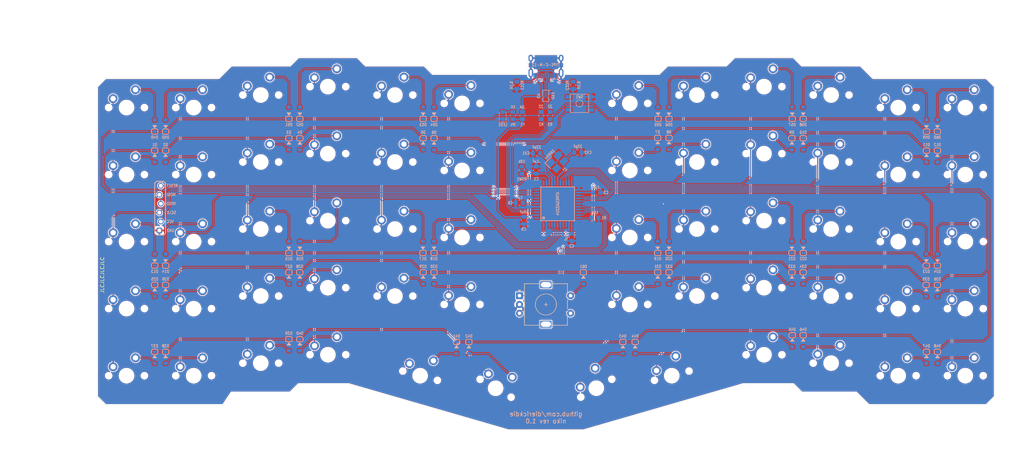
<source format=kicad_pcb>
(kicad_pcb (version 20171130) (host pcbnew "(5.1.4-0)")
  (layers (0 F.Cu signal) (31 B.Cu signal) (34 B.Paste user) (35 F.Paste user) (36 B.SilkS user) (37 F.SilkS user) (38 B.Mask user) (39 F.Mask user) (44 Edge.Cuts user))
  (net 0 "")
  (net 1 "Net-(D1-Pad2)")
  (net 2 "Net-(D2-Pad2)")
  (net 3 "Net-(D3-Pad2)")
  (net 4 "Net-(D4-Pad2)")
  (net 5 "Net-(D5-Pad2)")
  (net 6 "Net-(D6-Pad2)")
  (net 7 "Net-(D7-Pad2)")
  (net 8 "Net-(D8-Pad2)")
  (net 9 "Net-(D9-Pad2)")
  (net 10 "Net-(D10-Pad2)")
  (net 11 "Net-(D11-Pad2)")
  (net 12 "Net-(D12-Pad2)")
  (net 13 "Net-(D13-Pad2)")
  (net 14 "Net-(D14-Pad2)")
  (net 15 "Net-(D15-Pad2)")
  (net 16 "Net-(D16-Pad2)")
  (net 17 "Net-(D17-Pad2)")
  (net 18 "Net-(D18-Pad2)")
  (net 19 "Net-(D19-Pad2)")
  (net 20 "Net-(D20-Pad2)")
  (net 21 "Net-(D21-Pad2)")
  (net 22 "Net-(D22-Pad2)")
  (net 23 "Net-(D23-Pad2)")
  (net 24 "Net-(D24-Pad2)")
  (net 25 "Net-(D25-Pad2)")
  (net 26 "Net-(D26-Pad2)")
  (net 27 "Net-(D27-Pad2)")
  (net 28 "Net-(D28-Pad2)")
  (net 29 "Net-(D29-Pad2)")
  (net 30 "Net-(D30-Pad2)")
  (net 31 "Net-(D31-Pad2)")
  (net 32 "Net-(D32-Pad2)")
  (net 33 "Net-(D33-Pad2)")
  (net 34 "Net-(D34-Pad2)")
  (net 35 "Net-(D35-Pad2)")
  (net 36 "Net-(D36-Pad2)")
  (net 37 "Net-(D37-Pad2)")
  (net 38 "Net-(D38-Pad2)")
  (net 39 "Net-(D39-Pad2)")
  (net 40 "Net-(D40-Pad2)")
  (net 41 "Net-(D41-Pad2)")
  (net 42 "Net-(D42-Pad2)")
  (net 43 "Net-(D43-Pad2)")
  (net 44 "Net-(D44-Pad2)")
  (net 45 "Net-(D45-Pad2)")
  (net 46 "Net-(D46-Pad2)")
  (net 47 "Net-(D47-Pad2)")
  (net 48 "Net-(D48-Pad2)")
  (net 49 "Net-(C6-Pad1)")
  (net 50 "Net-(R1-Pad2)")
  (net 51 "Net-(J1-PadB5)")
  (net 52 "Net-(J1-PadA5)")
  (net 53 GND)
  (net 54 "Net-(LED1-Pad2)")
  (net 55 Enc0a)
  (net 56 Enc0b)
  (net 57 VCC)
  (net 58 XTAL1)
  (net 59 XTAL2)
  (net 60 row1)
  (net 61 row2)
  (net 62 row3)
  (net 63 "Net-(D49-Pad2)")
  (net 64 row0)
  (net 65 "Net-(D50-Pad2)")
  (net 66 "Net-(D51-Pad2)")
  (net 67 "Net-(D52-Pad2)")
  (net 68 "Net-(D53-Pad2)")
  (net 69 "Net-(D54-Pad2)")
  (net 70 "Net-(D55-Pad2)")
  (net 71 "Net-(D56-Pad2)")
  (net 72 "Net-(D57-Pad2)")
  (net 73 "Net-(D58-Pad2)")
  (net 74 "Net-(D59-Pad2)")
  (net 75 "Net-(D60-Pad2)")
  (net 76 VBUS)
  (net 77 col0)
  (net 78 col1)
  (net 79 col2)
  (net 80 col3)
  (net 81 col4)
  (net 82 col5)
  (net 83 col6)
  (net 84 col7)
  (net 85 col8)
  (net 86 col9)
  (net 87 col10)
  (net 88 col11)
  (net 89 ISP_RST)
  (net 90 DBUS-)
  (net 91 D-)
  (net 92 DBUS+)
  (net 93 D+)
  (net 94 row4)
  (net 95 "Net-(D61-Pad2)")
  (net 96 col12)
  (module Keeb_footprints:MX100 (layer F.Cu) (at 145.23085 52.4002 180)
    (fp_text reference K2)
    (fp_text value KEYSW)
    (pad 1 thru_hole circle (at 3.7846 2.5527 90) (size 2.54 2.54) (drill 1.525) (layers *.Cu *.Mask) (net 78 col1))
    (pad 2 thru_hole circle (at -2.5654 5.0927 180) (size 2.54 2.54) (drill 1.525) (layers *.Cu *.Mask) (net 2 "Net-(D2-Pad2)"))
    (pad "" np_thru_hole circle (at -5.1054 0.0127 180) (size 1.7018 1.7018) (drill 1.7018) (layers *.Cu *.Mask))
    (pad "" np_thru_hole circle (at 5.0546 0.0127 180) (size 1.7018 1.7018) (drill 1.7018) (layers *.Cu *.Mask))
    (pad "" np_thru_hole circle (at -0.0254 0.0127 180) (size 3.9878 3.9878) (drill 3.9878) (layers *.Cu *.Mask))
  )
  (module Keeb_footprints:MX100 (layer F.Cu) (at 221.43085 70.25987 180)
    (fp_text reference K18)
    (fp_text value KEYSW)
    (pad 1 thru_hole circle (at 3.7846 2.5527 90) (size 2.54 2.54) (drill 1.525) (layers *.Cu *.Mask) (net 82 col5))
    (pad 2 thru_hole circle (at -2.5654 5.0927 180) (size 2.54 2.54) (drill 1.525) (layers *.Cu *.Mask) (net 18 "Net-(D18-Pad2)"))
    (pad "" np_thru_hole circle (at -5.1054 0.0127 180) (size 1.7018 1.7018) (drill 1.7018) (layers *.Cu *.Mask))
    (pad "" np_thru_hole circle (at 5.0546 0.0127 180) (size 1.7018 1.7018) (drill 1.7018) (layers *.Cu *.Mask))
    (pad "" np_thru_hole circle (at -0.0254 0.0127 180) (size 3.9878 3.9878) (drill 3.9878) (layers *.Cu *.Mask))
  )
  (module Keeb_footprints:D_SOD-123_modified (layer B.Cu) (at 255.9 81.8 270)
    (fp_text reference D61 (at -3.302 0) (layer B.SilkS) (effects (font (size 0.8 0.7)) (justify mirror)))
    (fp_text value D)
    (pad 2 smd roundrect (at 1.65 0 270) (size 1 1.2) (layers B.Cu B.Paste B.Mask) (net 95 "Net-(D61-Pad2)"))
    (pad 1 smd roundrect (at -1.65 0 270) (size 1 1.2) (layers B.Cu B.Paste B.Mask) (net 62 row3))
  )
  (module Keeb_footprints:MX100 (layer F.Cu) (at 364.30585 109.5502 180)
    (fp_text reference K48)
    (fp_text value KEYSW)
    (pad 1 thru_hole circle (at 3.7846 2.5527 90) (size 2.54 2.54) (drill 1.525) (layers *.Cu *.Mask) (net 88 col11))
    (pad 2 thru_hole circle (at -2.5654 5.0927 180) (size 2.54 2.54) (drill 1.525) (layers *.Cu *.Mask) (net 48 "Net-(D48-Pad2)"))
    (pad "" np_thru_hole circle (at -5.1054 0.0127 180) (size 1.7018 1.7018) (drill 1.7018) (layers *.Cu *.Mask))
    (pad "" np_thru_hole circle (at 5.0546 0.0127 180) (size 1.7018 1.7018) (drill 1.7018) (layers *.Cu *.Mask))
    (pad "" np_thru_hole circle (at -0.0254 0.0127 180) (size 3.9878 3.9878) (drill 3.9878) (layers *.Cu *.Mask))
  )
  (module Keeb_footprints:MX100 (layer F.Cu) (at 364.36738 33.21034)
    (fp_text reference K60)
    (fp_text value KEYSW)
    (pad 1 thru_hole circle (at -3.8446 -2.4127 90) (size 2.54 2.54) (drill 1.525) (layers *.Cu *.Mask) (net 88 col11))
    (pad 2 thru_hole circle (at 2.5054 -4.9527 180) (size 2.54 2.54) (drill 1.525) (layers *.Cu *.Mask) (net 75 "Net-(D60-Pad2)"))
    (pad "" np_thru_hole circle (at 5.0454 0.1273 180) (size 1.7018 1.7018) (drill 1.7018) (layers *.Cu *.Mask))
    (pad "" np_thru_hole circle (at -5.1146 0.1273 180) (size 1.7018 1.7018) (drill 1.7018) (layers *.Cu *.Mask))
    (pad "" np_thru_hole circle (at -0.0346 0.1273 180) (size 3.9878 3.9878) (drill 3.9878) (layers *.Cu *.Mask))
  )
  (module Keeb_footprints:MX100 (layer F.Cu) (at 345.3173 33.21034)
    (fp_text reference K59)
    (fp_text value KEYSW)
    (pad 1 thru_hole circle (at -3.8446 -2.4127 90) (size 2.54 2.54) (drill 1.525) (layers *.Cu *.Mask) (net 87 col10))
    (pad 2 thru_hole circle (at 2.5054 -4.9527 180) (size 2.54 2.54) (drill 1.525) (layers *.Cu *.Mask) (net 74 "Net-(D59-Pad2)"))
    (pad "" np_thru_hole circle (at 5.0454 0.1273 180) (size 1.7018 1.7018) (drill 1.7018) (layers *.Cu *.Mask))
    (pad "" np_thru_hole circle (at -5.1146 0.1273 180) (size 1.7018 1.7018) (drill 1.7018) (layers *.Cu *.Mask))
    (pad "" np_thru_hole circle (at -0.0346 0.1273 180) (size 3.9878 3.9878) (drill 3.9878) (layers *.Cu *.Mask))
  )
  (module Keeb_footprints:MX100 (layer F.Cu) (at 326.26722 29.63845)
    (fp_text reference K58)
    (fp_text value KEYSW)
    (pad 1 thru_hole circle (at -3.8446 -2.4127 90) (size 2.54 2.54) (drill 1.525) (layers *.Cu *.Mask) (net 86 col9))
    (pad 2 thru_hole circle (at 2.5054 -4.9527 180) (size 2.54 2.54) (drill 1.525) (layers *.Cu *.Mask) (net 73 "Net-(D58-Pad2)"))
    (pad "" np_thru_hole circle (at 5.0454 0.1273 180) (size 1.7018 1.7018) (drill 1.7018) (layers *.Cu *.Mask))
    (pad "" np_thru_hole circle (at -5.1146 0.1273 180) (size 1.7018 1.7018) (drill 1.7018) (layers *.Cu *.Mask))
    (pad "" np_thru_hole circle (at -0.0346 0.1273 180) (size 3.9878 3.9878) (drill 3.9878) (layers *.Cu *.Mask))
  )
  (module Keeb_footprints:MX100 (layer F.Cu) (at 307.21714 27.25719)
    (fp_text reference K57)
    (fp_text value KEYSW)
    (pad 1 thru_hole circle (at -3.8446 -2.4127 90) (size 2.54 2.54) (drill 1.525) (layers *.Cu *.Mask) (net 85 col8))
    (pad 2 thru_hole circle (at 2.5054 -4.9527 180) (size 2.54 2.54) (drill 1.525) (layers *.Cu *.Mask) (net 72 "Net-(D57-Pad2)"))
    (pad "" np_thru_hole circle (at 5.0454 0.1273 180) (size 1.7018 1.7018) (drill 1.7018) (layers *.Cu *.Mask))
    (pad "" np_thru_hole circle (at -5.1146 0.1273 180) (size 1.7018 1.7018) (drill 1.7018) (layers *.Cu *.Mask))
    (pad "" np_thru_hole circle (at -0.0346 0.1273 180) (size 3.9878 3.9878) (drill 3.9878) (layers *.Cu *.Mask))
  )
  (module Keeb_footprints:MX100 (layer F.Cu) (at 288.16706 29.63845)
    (fp_text reference K56)
    (fp_text value KEYSW)
    (pad 1 thru_hole circle (at -3.8446 -2.4127 90) (size 2.54 2.54) (drill 1.525) (layers *.Cu *.Mask) (net 84 col7))
    (pad 2 thru_hole circle (at 2.5054 -4.9527 180) (size 2.54 2.54) (drill 1.525) (layers *.Cu *.Mask) (net 71 "Net-(D56-Pad2)"))
    (pad "" np_thru_hole circle (at 5.0454 0.1273 180) (size 1.7018 1.7018) (drill 1.7018) (layers *.Cu *.Mask))
    (pad "" np_thru_hole circle (at -5.1146 0.1273 180) (size 1.7018 1.7018) (drill 1.7018) (layers *.Cu *.Mask))
    (pad "" np_thru_hole circle (at -0.0346 0.1273 180) (size 3.9878 3.9878) (drill 3.9878) (layers *.Cu *.Mask))
  )
  (module Keeb_footprints:MX100 (layer F.Cu) (at 269.11698 32.01971)
    (fp_text reference K55)
    (fp_text value KEYSW)
    (pad 1 thru_hole circle (at -3.8446 -2.4127 90) (size 2.54 2.54) (drill 1.525) (layers *.Cu *.Mask) (net 83 col6))
    (pad 2 thru_hole circle (at 2.5054 -4.9527 180) (size 2.54 2.54) (drill 1.525) (layers *.Cu *.Mask) (net 70 "Net-(D55-Pad2)"))
    (pad "" np_thru_hole circle (at 5.0454 0.1273 180) (size 1.7018 1.7018) (drill 1.7018) (layers *.Cu *.Mask))
    (pad "" np_thru_hole circle (at -5.1146 0.1273 180) (size 1.7018 1.7018) (drill 1.7018) (layers *.Cu *.Mask))
    (pad "" np_thru_hole circle (at -0.0346 0.1273 180) (size 3.9878 3.9878) (drill 3.9878) (layers *.Cu *.Mask))
  )
  (module Keeb_footprints:MX100 (layer F.Cu) (at 221.49178 32.01971)
    (fp_text reference K54)
    (fp_text value KEYSW)
    (pad 1 thru_hole circle (at -3.8446 -2.4127 90) (size 2.54 2.54) (drill 1.525) (layers *.Cu *.Mask) (net 82 col5))
    (pad 2 thru_hole circle (at 2.5054 -4.9527 180) (size 2.54 2.54) (drill 1.525) (layers *.Cu *.Mask) (net 69 "Net-(D54-Pad2)"))
    (pad "" np_thru_hole circle (at 5.0454 0.1273 180) (size 1.7018 1.7018) (drill 1.7018) (layers *.Cu *.Mask))
    (pad "" np_thru_hole circle (at -5.1146 0.1273 180) (size 1.7018 1.7018) (drill 1.7018) (layers *.Cu *.Mask))
    (pad "" np_thru_hole circle (at -0.0346 0.1273 180) (size 3.9878 3.9878) (drill 3.9878) (layers *.Cu *.Mask))
  )
  (module Keeb_footprints:MX100 (layer F.Cu) (at 202.4417 29.63845)
    (fp_text reference K53)
    (fp_text value KEYSW)
    (pad 1 thru_hole circle (at -3.8446 -2.4127 90) (size 2.54 2.54) (drill 1.525) (layers *.Cu *.Mask) (net 81 col4))
    (pad 2 thru_hole circle (at 2.5054 -4.9527 180) (size 2.54 2.54) (drill 1.525) (layers *.Cu *.Mask) (net 68 "Net-(D53-Pad2)"))
    (pad "" np_thru_hole circle (at 5.0454 0.1273 180) (size 1.7018 1.7018) (drill 1.7018) (layers *.Cu *.Mask))
    (pad "" np_thru_hole circle (at -5.1146 0.1273 180) (size 1.7018 1.7018) (drill 1.7018) (layers *.Cu *.Mask))
    (pad "" np_thru_hole circle (at -0.0346 0.1273 180) (size 3.9878 3.9878) (drill 3.9878) (layers *.Cu *.Mask))
  )
  (module Keeb_footprints:MX100 (layer F.Cu) (at 183.39162 27.25719)
    (fp_text reference K52)
    (fp_text value KEYSW)
    (pad 1 thru_hole circle (at -3.8446 -2.4127 90) (size 2.54 2.54) (drill 1.525) (layers *.Cu *.Mask) (net 80 col3))
    (pad 2 thru_hole circle (at 2.5054 -4.9527 180) (size 2.54 2.54) (drill 1.525) (layers *.Cu *.Mask) (net 67 "Net-(D52-Pad2)"))
    (pad "" np_thru_hole circle (at 5.0454 0.1273 180) (size 1.7018 1.7018) (drill 1.7018) (layers *.Cu *.Mask))
    (pad "" np_thru_hole circle (at -5.1146 0.1273 180) (size 1.7018 1.7018) (drill 1.7018) (layers *.Cu *.Mask))
    (pad "" np_thru_hole circle (at -0.0346 0.1273 180) (size 3.9878 3.9878) (drill 3.9878) (layers *.Cu *.Mask))
  )
  (module Keeb_footprints:MX100 (layer F.Cu) (at 164.34154 29.63845)
    (fp_text reference K51)
    (fp_text value KEYSW)
    (pad 1 thru_hole circle (at -3.8446 -2.4127 90) (size 2.54 2.54) (drill 1.525) (layers *.Cu *.Mask) (net 79 col2))
    (pad 2 thru_hole circle (at 2.5054 -4.9527 180) (size 2.54 2.54) (drill 1.525) (layers *.Cu *.Mask) (net 66 "Net-(D51-Pad2)"))
    (pad "" np_thru_hole circle (at 5.0454 0.1273 180) (size 1.7018 1.7018) (drill 1.7018) (layers *.Cu *.Mask))
    (pad "" np_thru_hole circle (at -5.1146 0.1273 180) (size 1.7018 1.7018) (drill 1.7018) (layers *.Cu *.Mask))
    (pad "" np_thru_hole circle (at -0.0346 0.1273 180) (size 3.9878 3.9878) (drill 3.9878) (layers *.Cu *.Mask))
  )
  (module Keeb_footprints:MX100 (layer F.Cu) (at 145.29146 33.21034)
    (fp_text reference K50)
    (fp_text value KEYSW)
    (pad 1 thru_hole circle (at -3.8446 -2.4127 90) (size 2.54 2.54) (drill 1.525) (layers *.Cu *.Mask) (net 78 col1))
    (pad 2 thru_hole circle (at 2.5054 -4.9527 180) (size 2.54 2.54) (drill 1.525) (layers *.Cu *.Mask) (net 65 "Net-(D50-Pad2)"))
    (pad "" np_thru_hole circle (at 5.0454 0.1273 180) (size 1.7018 1.7018) (drill 1.7018) (layers *.Cu *.Mask))
    (pad "" np_thru_hole circle (at -5.1146 0.1273 180) (size 1.7018 1.7018) (drill 1.7018) (layers *.Cu *.Mask))
    (pad "" np_thru_hole circle (at -0.0346 0.1273 180) (size 3.9878 3.9878) (drill 3.9878) (layers *.Cu *.Mask))
  )
  (module Keeb_footprints:MX100 (layer F.Cu) (at 126.24138 33.21034)
    (fp_text reference K49)
    (fp_text value KEYSW)
    (pad 1 thru_hole circle (at -3.8446 -2.4127 90) (size 2.54 2.54) (drill 1.525) (layers *.Cu *.Mask) (net 77 col0))
    (pad 2 thru_hole circle (at 2.5054 -4.9527 180) (size 2.54 2.54) (drill 1.525) (layers *.Cu *.Mask) (net 63 "Net-(D49-Pad2)"))
    (pad "" np_thru_hole circle (at 5.0454 0.1273 180) (size 1.7018 1.7018) (drill 1.7018) (layers *.Cu *.Mask))
    (pad "" np_thru_hole circle (at -5.1146 0.1273 180) (size 1.7018 1.7018) (drill 1.7018) (layers *.Cu *.Mask))
    (pad "" np_thru_hole circle (at -0.0346 0.1273 180) (size 3.9878 3.9878) (drill 3.9878) (layers *.Cu *.Mask))
  )
  (module Keeb_footprints:TYPE-C-31-M-12 (layer B.Cu) (at 245.26978 25.00323)
    (fp_text reference J1)
    (fp_text value TYPE-C-31-M12_13)
    (fp_text user TYPE-C-M-12 (at -0.0127 -3.81) (layer B.SilkS) (effects (font (size 0.8 0.7)) (justify mirror)))
    (pad B4 smd roundrect (at 2.45 -1.275) (size 0.6 1.45) (drill (offset 0 0.55)) (layers B.Cu B.Paste B.Mask) (net 76 VBUS))
    (pad B1 smd roundrect (at 3.25 -1.275) (size 0.6 1.45) (drill (offset 0 0.55)) (layers B.Cu B.Paste B.Mask) (net 53 GND))
    (pad A4 smd roundrect (at -2.45 -1.275) (size 0.6 1.45) (drill (offset 0 0.55)) (layers B.Cu B.Paste B.Mask) (net 76 VBUS))
    (pad S thru_hole oval (at -4.3 -1.5) (size 1.3 2.4) (drill oval 0.6 1.7) (layers *.Cu B.Mask) (net 53 GND))
    (pad A7 smd roundrect (at 0.25 -1.275) (size 0.3 1.45) (drill (offset 0 0.55)) (layers B.Cu B.Paste B.Mask) (net 90 DBUS-))
    (pad B6 smd roundrect (at 0.75 -1.275) (size 0.3 1.45) (drill (offset 0 0.55)) (layers B.Cu B.Paste B.Mask) (net 92 DBUS+))
    (pad A8 smd roundrect (at 1.25 -1.275) (size 0.3 1.45) (drill (offset 0 0.55)) (layers B.Cu B.Paste B.Mask))
    (pad B5 smd roundrect (at 1.75 -1.275) (size 0.3 1.45) (drill (offset 0 0.55)) (layers B.Cu B.Paste B.Mask) (net 51 "Net-(J1-PadB5)"))
    (pad A6 smd roundrect (at -0.254 -1.275) (size 0.3 1.45) (drill (offset 0 0.55)) (layers B.Cu B.Paste B.Mask) (net 92 DBUS+))
    (pad B7 smd roundrect (at -0.75 -1.275) (size 0.3 1.45) (drill (offset 0 0.55)) (layers B.Cu B.Paste B.Mask) (net 90 DBUS-))
    (pad A5 smd roundrect (at -1.25 -1.275) (size 0.3 1.45) (drill (offset 0 0.55)) (layers B.Cu B.Paste B.Mask) (net 52 "Net-(J1-PadA5)"))
    (pad B8 smd roundrect (at -1.75 -1.275) (size 0.3 1.45) (drill (offset 0 0.55)) (layers B.Cu B.Paste B.Mask))
    (pad A1 smd roundrect (at -3.25 -1.275) (size 0.6 1.45) (drill (offset 0 0.55)) (layers B.Cu B.Paste B.Mask) (net 53 GND))
    (pad S thru_hole oval (at -4.3 -5.7) (size 1.3 1.9) (drill oval 0.6 1.2) (layers *.Cu *.Mask) (net 53 GND))
    (pad "" np_thru_hole circle (at -2.89 -2.051) (size 0.65 0.65) (drill 0.65) (layers *.Cu *.Mask))
    (pad "" np_thru_hole circle (at 2.89 -2.051) (size 0.65 0.65) (drill 0.65) (layers *.Cu *.Mask))
    (pad S thru_hole oval (at 4.3 -5.7) (size 1.3 1.9) (drill oval 0.6 1.2) (layers *.Cu *.Mask) (net 53 GND))
    (pad S thru_hole oval (at 4.3 -1.5) (size 1.3 2.4) (drill oval 0.6 1.7) (layers *.Cu *.Mask) (net 53 GND))
    (pad S smd oval (at -4.3 -1.5) (size 1.3 2.4) (layers F.Cu F.Mask) (net 53 GND))
  )
  (module Keeb_footprints:D_SOD-123_modified (layer B.Cu) (at 356.4 38.5 90)
    (fp_text reference D60 (at -3.302 0) (layer B.SilkS) (effects (font (size 0.8 0.7)) (justify mirror)))
    (fp_text value D)
    (pad 2 smd roundrect (at 1.65 0 90) (size 1 1.2) (layers B.Cu B.Paste B.Mask) (net 75 "Net-(D60-Pad2)"))
    (pad 1 smd roundrect (at -1.65 0 90) (size 1 1.2) (layers B.Cu B.Paste B.Mask) (net 64 row0))
  )
  (module Keeb_footprints:D_SOD-123_modified (layer B.Cu) (at 353.3 38.5 90)
    (fp_text reference D59 (at -3.302 0) (layer B.SilkS) (effects (font (size 0.8 0.7)) (justify mirror)))
    (fp_text value D)
    (pad 2 smd roundrect (at 1.65 0 90) (size 1 1.2) (layers B.Cu B.Paste B.Mask) (net 74 "Net-(D59-Pad2)"))
    (pad 1 smd roundrect (at -1.65 0 90) (size 1 1.2) (layers B.Cu B.Paste B.Mask) (net 64 row0))
  )
  (module Keeb_footprints:D_SOD-123_modified (layer B.Cu) (at 318.3 34.9 90)
    (fp_text reference D58 (at -3.302 0) (layer B.SilkS) (effects (font (size 0.8 0.7)) (justify mirror)))
    (fp_text value D)
    (pad 2 smd roundrect (at 1.65 0 90) (size 1 1.2) (layers B.Cu B.Paste B.Mask) (net 73 "Net-(D58-Pad2)"))
    (pad 1 smd roundrect (at -1.65 0 90) (size 1 1.2) (layers B.Cu B.Paste B.Mask) (net 64 row0))
  )
  (module Keeb_footprints:D_SOD-123_modified (layer B.Cu) (at 315.2 34.9 90)
    (fp_text reference D57 (at -3.302 0) (layer B.SilkS) (effects (font (size 0.8 0.7)) (justify mirror)))
    (fp_text value D)
    (pad 2 smd roundrect (at 1.65 0 90) (size 1 1.2) (layers B.Cu B.Paste B.Mask) (net 72 "Net-(D57-Pad2)"))
    (pad 1 smd roundrect (at -1.65 0 90) (size 1 1.2) (layers B.Cu B.Paste B.Mask) (net 64 row0))
  )
  (module Keeb_footprints:D_SOD-123_modified (layer B.Cu) (at 280.2 34.9 90)
    (fp_text reference D56 (at -3.302 0) (layer B.SilkS) (effects (font (size 0.8 0.7)) (justify mirror)))
    (fp_text value D)
    (pad 2 smd roundrect (at 1.65 0 90) (size 1 1.2) (layers B.Cu B.Paste B.Mask) (net 71 "Net-(D56-Pad2)"))
    (pad 1 smd roundrect (at -1.65 0 90) (size 1 1.2) (layers B.Cu B.Paste B.Mask) (net 64 row0))
  )
  (module Keeb_footprints:D_SOD-123_modified (layer B.Cu) (at 277.1 34.9 90)
    (fp_text reference D55 (at -3.302 0) (layer B.SilkS) (effects (font (size 0.8 0.7)) (justify mirror)))
    (fp_text value D)
    (pad 2 smd roundrect (at 1.65 0 90) (size 1 1.2) (layers B.Cu B.Paste B.Mask) (net 70 "Net-(D55-Pad2)"))
    (pad 1 smd roundrect (at -1.65 0 90) (size 1 1.2) (layers B.Cu B.Paste B.Mask) (net 64 row0))
  )
  (module Keeb_footprints:D_SOD-123_modified (layer B.Cu) (at 213.5 34.9 90)
    (fp_text reference D54 (at -3.302 0) (layer B.SilkS) (effects (font (size 0.8 0.7)) (justify mirror)))
    (fp_text value D)
    (pad 2 smd roundrect (at 1.65 0 90) (size 1 1.2) (layers B.Cu B.Paste B.Mask) (net 69 "Net-(D54-Pad2)"))
    (pad 1 smd roundrect (at -1.65 0 90) (size 1 1.2) (layers B.Cu B.Paste B.Mask) (net 64 row0))
  )
  (module Keeb_footprints:D_SOD-123_modified (layer B.Cu) (at 210.4 34.9 90)
    (fp_text reference D53 (at -3.302 0) (layer B.SilkS) (effects (font (size 0.8 0.7)) (justify mirror)))
    (fp_text value D)
    (pad 2 smd roundrect (at 1.65 0 90) (size 1 1.2) (layers B.Cu B.Paste B.Mask) (net 68 "Net-(D53-Pad2)"))
    (pad 1 smd roundrect (at -1.65 0 90) (size 1 1.2) (layers B.Cu B.Paste B.Mask) (net 64 row0))
  )
  (module Keeb_footprints:D_SOD-123_modified (layer B.Cu) (at 175.4 34.9 90)
    (fp_text reference D52 (at -3.302 0) (layer B.SilkS) (effects (font (size 0.8 0.7)) (justify mirror)))
    (fp_text value D)
    (pad 2 smd roundrect (at 1.65 0 90) (size 1 1.2) (layers B.Cu B.Paste B.Mask) (net 67 "Net-(D52-Pad2)"))
    (pad 1 smd roundrect (at -1.65 0 90) (size 1 1.2) (layers B.Cu B.Paste B.Mask) (net 64 row0))
  )
  (module Keeb_footprints:D_SOD-123_modified (layer B.Cu) (at 172.3 34.9 90)
    (fp_text reference D51 (at -3.302 0) (layer B.SilkS) (effects (font (size 0.8 0.7)) (justify mirror)))
    (fp_text value D)
    (pad 2 smd roundrect (at 1.65 0 90) (size 1 1.2) (layers B.Cu B.Paste B.Mask) (net 66 "Net-(D51-Pad2)"))
    (pad 1 smd roundrect (at -1.65 0 90) (size 1 1.2) (layers B.Cu B.Paste B.Mask) (net 64 row0))
  )
  (module Keeb_footprints:D_SOD-123_modified (layer B.Cu) (at 137.3 38.5 90)
    (fp_text reference D50 (at -3.302 0) (layer B.SilkS) (effects (font (size 0.8 0.7)) (justify mirror)))
    (fp_text value D)
    (pad 2 smd roundrect (at 1.65 0 90) (size 1 1.2) (layers B.Cu B.Paste B.Mask) (net 65 "Net-(D50-Pad2)"))
    (pad 1 smd roundrect (at -1.65 0 90) (size 1 1.2) (layers B.Cu B.Paste B.Mask) (net 64 row0))
  )
  (module Keeb_footprints:D_SOD-123_modified (layer B.Cu) (at 134.2 38.5 90)
    (fp_text reference D49 (at -3.302 0) (layer B.SilkS) (effects (font (size 0.8 0.7)) (justify mirror)))
    (fp_text value D)
    (pad 2 smd roundrect (at 1.65 0 90) (size 1 1.2) (layers B.Cu B.Paste B.Mask) (net 63 "Net-(D49-Pad2)"))
    (pad 1 smd roundrect (at -1.65 0 90) (size 1 1.2) (layers B.Cu B.Paste B.Mask) (net 64 row0))
  )
  (module Keeb_footprints:MX100 (layer F.Cu) (at 202.38085 48.81583 180)
    (fp_text reference K5)
    (fp_text value KEYSW)
    (pad 1 thru_hole circle (at 3.7846 2.5527 90) (size 2.54 2.54) (drill 1.525) (layers *.Cu *.Mask) (net 81 col4))
    (pad 2 thru_hole circle (at -2.5654 5.0927 180) (size 2.54 2.54) (drill 1.525) (layers *.Cu *.Mask) (net 5 "Net-(D5-Pad2)"))
    (pad "" np_thru_hole circle (at -5.1054 0.0127 180) (size 1.7018 1.7018) (drill 1.7018) (layers *.Cu *.Mask))
    (pad "" np_thru_hole circle (at 5.0546 0.0127 180) (size 1.7018 1.7018) (drill 1.7018) (layers *.Cu *.Mask))
    (pad "" np_thru_hole circle (at -0.0254 0.0127 180) (size 3.9878 3.9878) (drill 3.9878) (layers *.Cu *.Mask))
  )
  (module Keebio-Parts:SOT-143B (layer B.Cu) (at 245.2 30 270)
    (fp_text reference U3 (at 0 2 270) (layer B.SilkS) (effects (font (size 0.7 0.7)) (justify mirror)))
    (fp_text value PRTR5V0U2X hide)
    (fp_text user ESD (at 0 -2.1 270) (layer B.SilkS) (effects (font (size 0.7 0.7)) (justify mirror)))
    (pad 4 smd rect (at -0.95 1 270) (size 0.6 0.7) (layers B.Cu B.Paste B.Mask) (net 76 VBUS))
    (pad 3 smd rect (at 0.95 1 270) (size 0.6 0.7) (layers B.Cu B.Paste B.Mask) (net 90 DBUS-))
    (pad 2 smd rect (at 0.95 -1 270) (size 0.6 0.7) (layers B.Cu B.Paste B.Mask) (net 92 DBUS+))
    (pad 1 smd rect (at -0.75 -1 270) (size 1 0.7) (layers B.Cu B.Paste B.Mask) (net 53 GND))
  )
  (module Keeb_footprints:MX100 (layer F.Cu) (at 364.33125 71.4375 180)
    (fp_text reference K24)
    (fp_text value KEYSW)
    (pad 1 thru_hole circle (at 3.7846 2.5527 90) (size 2.54 2.54) (drill 1.525) (layers *.Cu *.Mask) (net 88 col11))
    (pad 2 thru_hole circle (at -2.5654 5.0927 180) (size 2.54 2.54) (drill 1.525) (layers *.Cu *.Mask) (net 24 "Net-(D24-Pad2)"))
    (pad "" np_thru_hole circle (at -5.1054 0.0127 180) (size 1.7018 1.7018) (drill 1.7018) (layers *.Cu *.Mask))
    (pad "" np_thru_hole circle (at 5.0546 0.0127 180) (size 1.7018 1.7018) (drill 1.7018) (layers *.Cu *.Mask))
    (pad "" np_thru_hole circle (at -0.0254 0.0127 180) (size 3.9878 3.9878) (drill 3.9878) (layers *.Cu *.Mask))
  )
  (module Keeb_footprints:MX100 (layer F.Cu) (at 288.10585 67.86591 180)
    (fp_text reference K20)
    (fp_text value KEYSW)
    (pad 1 thru_hole circle (at 3.7846 2.5527 90) (size 2.54 2.54) (drill 1.525) (layers *.Cu *.Mask) (net 84 col7))
    (pad 2 thru_hole circle (at -2.5654 5.0927 180) (size 2.54 2.54) (drill 1.525) (layers *.Cu *.Mask) (net 20 "Net-(D20-Pad2)"))
    (pad "" np_thru_hole circle (at -5.1054 0.0127 180) (size 1.7018 1.7018) (drill 1.7018) (layers *.Cu *.Mask))
    (pad "" np_thru_hole circle (at 5.0546 0.0127 180) (size 1.7018 1.7018) (drill 1.7018) (layers *.Cu *.Mask))
    (pad "" np_thru_hole circle (at -0.0254 0.0127 180) (size 3.9878 3.9878) (drill 3.9878) (layers *.Cu *.Mask))
  )
  (module Keeb_footprints:MX100 (layer F.Cu) (at 307.15585 103.59707 180)
    (fp_text reference K45)
    (fp_text value KEYSW)
    (pad 1 thru_hole circle (at 3.7846 2.5527 90) (size 2.54 2.54) (drill 1.525) (layers *.Cu *.Mask) (net 85 col8))
    (pad 2 thru_hole circle (at -2.5654 5.0927 180) (size 2.54 2.54) (drill 1.525) (layers *.Cu *.Mask) (net 45 "Net-(D45-Pad2)"))
    (pad "" np_thru_hole circle (at -5.1054 0.0127 180) (size 1.7018 1.7018) (drill 1.7018) (layers *.Cu *.Mask))
    (pad "" np_thru_hole circle (at 5.0546 0.0127 180) (size 1.7018 1.7018) (drill 1.7018) (layers *.Cu *.Mask))
    (pad "" np_thru_hole circle (at -0.0254 0.0127 180) (size 3.9878 3.9878) (drill 3.9878) (layers *.Cu *.Mask))
  )
  (module Keeb_footprints:MX100 (layer F.Cu) (at 326.20585 48.81583 180)
    (fp_text reference K10)
    (fp_text value KEYSW)
    (pad 1 thru_hole circle (at 3.7846 2.5527 90) (size 2.54 2.54) (drill 1.525) (layers *.Cu *.Mask) (net 86 col9))
    (pad 2 thru_hole circle (at -2.5654 5.0927 180) (size 2.54 2.54) (drill 1.525) (layers *.Cu *.Mask) (net 10 "Net-(D10-Pad2)"))
    (pad "" np_thru_hole circle (at -5.1054 0.0127 180) (size 1.7018 1.7018) (drill 1.7018) (layers *.Cu *.Mask))
    (pad "" np_thru_hole circle (at 5.0546 0.0127 180) (size 1.7018 1.7018) (drill 1.7018) (layers *.Cu *.Mask))
    (pad "" np_thru_hole circle (at -0.0254 0.0127 180) (size 3.9878 3.9878) (drill 3.9878) (layers *.Cu *.Mask))
  )
  (module Resistor_SMD:R_0805_2012Metric_Pad1.15x1.40mm_HandSolder (layer B.Cu) (at 238.4 51.1 90)
    (fp_text reference RSW1 (at -2.55 0 180) (layer B.SilkS) (effects (font (size 0.8 0.7)) (justify mirror)))
    (fp_text value 10k)
    (fp_text user %V (at 2.45 0 180) (layer B.SilkS) (effects (font (size 0.8 0.7)) (justify mirror)))
    (pad 2 smd roundrect (at 1.025 0 90) (size 1.15 1.4) (layers B.Cu B.Paste B.Mask) (roundrect_rratio 0.217391) (net 57 VCC))
    (pad 1 smd roundrect (at -1.025 0 90) (size 1.15 1.4) (layers B.Cu B.Paste B.Mask) (roundrect_rratio 0.217391) (net 89 ISP_RST))
  )
  (module Keeb_footprints:D_SOD-123_modified (layer B.Cu) (at 175.375 81.8 270)
    (fp_text reference D28 (at -3.302 0 180) (layer B.SilkS) (effects (font (size 0.8 0.7)) (justify mirror)))
    (fp_text value D)
    (pad 2 smd roundrect (at 1.65 0 270) (size 1 1.2) (layers B.Cu B.Paste B.Mask) (net 28 "Net-(D28-Pad2)"))
    (pad 1 smd roundrect (at -1.65 0 270) (size 1 1.2) (layers B.Cu B.Paste B.Mask) (net 62 row3))
  )
  (module Keeb_footprints:MX100 (layer F.Cu) (at 183.33085 84.54707 180)
    (fp_text reference K28)
    (fp_text value KEYSW)
    (pad 1 thru_hole circle (at 3.7846 2.5527 90) (size 2.54 2.54) (drill 1.525) (layers *.Cu *.Mask) (net 80 col3))
    (pad 2 thru_hole circle (at -2.5654 5.0927 180) (size 2.54 2.54) (drill 1.525) (layers *.Cu *.Mask) (net 28 "Net-(D28-Pad2)"))
    (pad "" np_thru_hole circle (at -5.1054 0.0127 180) (size 1.7018 1.7018) (drill 1.7018) (layers *.Cu *.Mask))
    (pad "" np_thru_hole circle (at 5.0546 0.0127 180) (size 1.7018 1.7018) (drill 1.7018) (layers *.Cu *.Mask))
    (pad "" np_thru_hole circle (at -0.0254 0.0127 180) (size 3.9878 3.9878) (drill 3.9878) (layers *.Cu *.Mask))
  )
  (module Keeb_footprints:MX100 (layer F.Cu) (at 202.38085 67.86591 180)
    (fp_text reference K17)
    (fp_text value KEYSW)
    (pad 1 thru_hole circle (at 3.7846 2.5527 90) (size 2.54 2.54) (drill 1.525) (layers *.Cu *.Mask) (net 81 col4))
    (pad 2 thru_hole circle (at -2.5654 5.0927 180) (size 2.54 2.54) (drill 1.525) (layers *.Cu *.Mask) (net 17 "Net-(D17-Pad2)"))
    (pad "" np_thru_hole circle (at -5.1054 0.0127 180) (size 1.7018 1.7018) (drill 1.7018) (layers *.Cu *.Mask))
    (pad "" np_thru_hole circle (at 5.0546 0.0127 180) (size 1.7018 1.7018) (drill 1.7018) (layers *.Cu *.Mask))
    (pad "" np_thru_hole circle (at -0.0254 0.0127 180) (size 3.9878 3.9878) (drill 3.9878) (layers *.Cu *.Mask))
  )
  (module Keeb_footprints:MX100 (layer F.Cu) (at 183.35625 103.58481 180)
    (fp_text reference K40)
    (fp_text value KEYSW)
    (pad 1 thru_hole circle (at 3.7846 2.5527 90) (size 2.54 2.54) (drill 1.525) (layers *.Cu *.Mask) (net 80 col3))
    (pad 2 thru_hole circle (at -2.5654 5.0927 180) (size 2.54 2.54) (drill 1.525) (layers *.Cu *.Mask) (net 40 "Net-(D40-Pad2)"))
    (pad "" np_thru_hole circle (at -5.1054 0.0127 180) (size 1.7018 1.7018) (drill 1.7018) (layers *.Cu *.Mask))
    (pad "" np_thru_hole circle (at 5.0546 0.0127 180) (size 1.7018 1.7018) (drill 1.7018) (layers *.Cu *.Mask))
    (pad "" np_thru_hole circle (at -0.0254 0.0127 180) (size 3.9878 3.9878) (drill 3.9878) (layers *.Cu *.Mask))
  )
  (module Keeb_footprints:MX100 (layer F.Cu) (at 164.28085 67.87861 180)
    (fp_text reference K15)
    (fp_text value KEYSW)
    (pad 1 thru_hole circle (at 3.7846 2.5527 90) (size 2.54 2.54) (drill 1.525) (layers *.Cu *.Mask) (net 79 col2))
    (pad 2 thru_hole circle (at -2.5654 5.0927 180) (size 2.54 2.54) (drill 1.525) (layers *.Cu *.Mask) (net 15 "Net-(D15-Pad2)"))
    (pad "" np_thru_hole circle (at -5.1054 0.0127 180) (size 1.7018 1.7018) (drill 1.7018) (layers *.Cu *.Mask))
    (pad "" np_thru_hole circle (at 5.0546 0.0127 180) (size 1.7018 1.7018) (drill 1.7018) (layers *.Cu *.Mask))
    (pad "" np_thru_hole circle (at -0.0254 0.0127 180) (size 3.9878 3.9878) (drill 3.9878) (layers *.Cu *.Mask))
  )
  (module Crystal:Crystal_SMD_3225-4Pin_3.2x2.5mm_HandSoldering (layer B.Cu) (at 248.512132 48.8 45)
    (fp_text reference Y1 (at 0.008 3.057 -45) (layer B.SilkS) (effects (font (size 0.8 0.7)) (justify mirror)))
    (fp_text value 16MHz (at 0 -3.05 225) (layer B.SilkS) (effects (font (size 0.8 0.7)) (justify mirror)))
    (pad 4 smd rect (at -1.45 1.15 45) (size 2.1 1.8) (layers B.Cu B.Paste B.Mask) (net 53 GND))
    (pad 3 smd rect (at 1.45 1.15 45) (size 2.1 1.8) (layers B.Cu B.Paste B.Mask) (net 59 XTAL2))
    (pad 2 smd rect (at 1.45 -1.15 45) (size 2.1 1.8) (layers B.Cu B.Paste B.Mask) (net 53 GND))
    (pad 1 smd rect (at -1.45 -1.15 45) (size 2.1 1.8) (layers B.Cu B.Paste B.Mask) (net 58 XTAL1))
  )
  (module Keeb_footprints:MX100 (layer F.Cu) (at 164.28085 48.81583 180)
    (fp_text reference K3)
    (fp_text value KEYSW)
    (pad 1 thru_hole circle (at 3.7846 2.5527 90) (size 2.54 2.54) (drill 1.525) (layers *.Cu *.Mask) (net 79 col2))
    (pad 2 thru_hole circle (at -2.5654 5.0927 180) (size 2.54 2.54) (drill 1.525) (layers *.Cu *.Mask) (net 3 "Net-(D3-Pad2)"))
    (pad "" np_thru_hole circle (at -5.1054 0.0127 180) (size 1.7018 1.7018) (drill 1.7018) (layers *.Cu *.Mask))
    (pad "" np_thru_hole circle (at 5.0546 0.0127 180) (size 1.7018 1.7018) (drill 1.7018) (layers *.Cu *.Mask))
    (pad "" np_thru_hole circle (at -0.0254 0.0127 180) (size 3.9878 3.9878) (drill 3.9878) (layers *.Cu *.Mask))
  )
  (module Resistor_SMD:R_0805_2012Metric_Pad1.15x1.40mm_HandSolder (layer B.Cu) (at 243.9 35.6 90)
    (fp_text reference R2 (at -2.528998 0.027001 180) (layer B.SilkS) (effects (font (size 0.8 0.7)) (justify mirror)))
    (fp_text value 22)
    (fp_text user %V (at 2.551002 0 180) (layer B.SilkS) (effects (font (size 0.8 0.7)) (justify mirror)))
    (pad 2 smd roundrect (at 1.025 0 90) (size 1.15 1.4) (layers B.Cu B.Paste B.Mask) (roundrect_rratio 0.217391) (net 90 DBUS-))
    (pad 1 smd roundrect (at -1.025 0 90) (size 1.15 1.4) (layers B.Cu B.Paste B.Mask) (roundrect_rratio 0.217391) (net 91 D-))
  )
  (module Capacitor_SMD:C_0805_2012Metric_Pad1.15x1.40mm_HandSolder (layer B.Cu) (at 254.3 46.1)
    (fp_text reference CX2 (at 2.9 0) (layer B.SilkS) (effects (font (size 0.8 0.7)) (justify mirror)))
    (fp_text value 22pF)
    (fp_text user %V (at 0 -1.7) (layer B.SilkS) (effects (font (size 0.8 0.7)) (justify mirror)))
    (pad 2 smd roundrect (at 1.025 0) (size 1.15 1.4) (layers B.Cu B.Paste B.Mask) (roundrect_rratio 0.217391) (net 53 GND))
    (pad 1 smd roundrect (at -1.025 0) (size 1.15 1.4) (layers B.Cu B.Paste B.Mask) (roundrect_rratio 0.217391) (net 59 XTAL2))
  )
  (module Capacitor_SMD:C_0805_2012Metric_Pad1.15x1.40mm_HandSolder (layer B.Cu) (at 252.6 70.2 270)
    (fp_text reference C2 (at 2.5 0.05 180) (layer B.SilkS) (effects (font (size 0.8 0.7)) (justify mirror)))
    (fp_text value .1uF)
    (fp_text user %V (at 0 1.575 270) (layer B.SilkS) (effects (font (size 0.8 0.7)) (justify mirror)))
    (pad 2 smd roundrect (at 1.025 0 270) (size 1.15 1.4) (layers B.Cu B.Paste B.Mask) (roundrect_rratio 0.217391) (net 53 GND))
    (pad 1 smd roundrect (at -1.025 0 270) (size 1.15 1.4) (layers B.Cu B.Paste B.Mask) (roundrect_rratio 0.217391) (net 57 VCC))
  )
  (module Fuse:Fuse_0805_2012Metric_Pad1.15x1.40mm_HandSolder (layer B.Cu) (at 238.6 35.6 90)
    (fp_text reference F1 (at -2.5435 0) (layer B.SilkS) (effects (font (size 0.8 0.7)) (justify mirror)))
    (fp_text value .5A)
    (fp_text user %V (at 2.4065 0.057 180) (layer B.SilkS) (effects (font (size 0.8 0.7)) (justify mirror)))
    (pad 2 smd roundrect (at 1.025 0 90) (size 1.15 1.4) (layers B.Cu B.Paste B.Mask) (roundrect_rratio 0.217391) (net 76 VBUS))
    (pad 1 smd roundrect (at -1.025 0 90) (size 1.15 1.4) (layers B.Cu B.Paste B.Mask) (roundrect_rratio 0.217391) (net 57 VCC))
  )
  (module Keeb_footprints:MX100 (layer F.Cu) (at 288.10585 86.91599 180)
    (fp_text reference K32)
    (fp_text value KEYSW)
    (pad 1 thru_hole circle (at 3.7846 2.5527 90) (size 2.54 2.54) (drill 1.525) (layers *.Cu *.Mask) (net 84 col7))
    (pad 2 thru_hole circle (at -2.5654 5.0927 180) (size 2.54 2.54) (drill 1.525) (layers *.Cu *.Mask) (net 32 "Net-(D32-Pad2)"))
    (pad "" np_thru_hole circle (at -5.1054 0.0127 180) (size 1.7018 1.7018) (drill 1.7018) (layers *.Cu *.Mask))
    (pad "" np_thru_hole circle (at 5.0546 0.0127 180) (size 1.7018 1.7018) (drill 1.7018) (layers *.Cu *.Mask))
    (pad "" np_thru_hole circle (at -0.0254 0.0127 180) (size 3.9878 3.9878) (drill 3.9878) (layers *.Cu *.Mask))
  )
  (module Keeb_footprints:MX100 (layer F.Cu) (at 269.05585 89.30995 180)
    (fp_text reference K31)
    (fp_text value KEYSW)
    (pad 1 thru_hole circle (at 3.7846 2.5527 90) (size 2.54 2.54) (drill 1.525) (layers *.Cu *.Mask) (net 83 col6))
    (pad 2 thru_hole circle (at -2.5654 5.0927 180) (size 2.54 2.54) (drill 1.525) (layers *.Cu *.Mask) (net 31 "Net-(D31-Pad2)"))
    (pad "" np_thru_hole circle (at -5.1054 0.0127 180) (size 1.7018 1.7018) (drill 1.7018) (layers *.Cu *.Mask))
    (pad "" np_thru_hole circle (at 5.0546 0.0127 180) (size 1.7018 1.7018) (drill 1.7018) (layers *.Cu *.Mask))
    (pad "" np_thru_hole circle (at -0.0254 0.0127 180) (size 3.9878 3.9878) (drill 3.9878) (layers *.Cu *.Mask))
  )
  (module Keeb_footprints:MX100 (layer F.Cu) (at 326.20585 105.97877 180)
    (fp_text reference K46)
    (fp_text value KEYSW)
    (pad 1 thru_hole circle (at 3.7846 2.5527 90) (size 2.54 2.54) (drill 1.525) (layers *.Cu *.Mask) (net 86 col9))
    (pad 2 thru_hole circle (at -2.5654 5.0927 180) (size 2.54 2.54) (drill 1.525) (layers *.Cu *.Mask) (net 46 "Net-(D46-Pad2)"))
    (pad "" np_thru_hole circle (at -5.1054 0.0127 180) (size 1.7018 1.7018) (drill 1.7018) (layers *.Cu *.Mask))
    (pad "" np_thru_hole circle (at 5.0546 0.0127 180) (size 1.7018 1.7018) (drill 1.7018) (layers *.Cu *.Mask))
    (pad "" np_thru_hole circle (at -0.0254 0.0127 180) (size 3.9878 3.9878) (drill 3.9878) (layers *.Cu *.Mask))
  )
  (module Keeb_footprints:D_SOD-123_modified (layer B.Cu) (at 353.2 85.4 270)
    (fp_text reference D35 (at -3.302 0 180) (layer B.SilkS) (effects (font (size 0.8 0.7)) (justify mirror)))
    (fp_text value D)
    (pad 2 smd roundrect (at 1.65 0 270) (size 1 1.2) (layers B.Cu B.Paste B.Mask) (net 35 "Net-(D35-Pad2)"))
    (pad 1 smd roundrect (at -1.65 0 270) (size 1 1.2) (layers B.Cu B.Paste B.Mask) (net 62 row3))
  )
  (module Keeb_footprints:D_SOD-123_modified (layer B.Cu) (at 356.4 85.4 270)
    (fp_text reference D36 (at -3.302 0 180) (layer B.SilkS) (effects (font (size 0.8 0.7)) (justify mirror)))
    (fp_text value D)
    (pad 2 smd roundrect (at 1.65 0 270) (size 1 1.2) (layers B.Cu B.Paste B.Mask) (net 36 "Net-(D36-Pad2)"))
    (pad 1 smd roundrect (at -1.65 0 270) (size 1 1.2) (layers B.Cu B.Paste B.Mask) (net 62 row3))
  )
  (module Resistor_SMD:R_0805_2012Metric_Pad1.15x1.40mm_HandSolder (layer B.Cu) (at 246.5 35.6 90)
    (fp_text reference R3 (at -2.528998 -0.056999) (layer B.SilkS) (effects (font (size 0.8 0.7)) (justify mirror)))
    (fp_text value 22)
    (fp_text user %V (at 2.551002 -0.056999 180) (layer B.SilkS) (effects (font (size 0.8 0.7)) (justify mirror)))
    (pad 2 smd roundrect (at 1.025 0 90) (size 1.15 1.4) (layers B.Cu B.Paste B.Mask) (roundrect_rratio 0.217391) (net 92 DBUS+))
    (pad 1 smd roundrect (at -1.025 0 90) (size 1.15 1.4) (layers B.Cu B.Paste B.Mask) (roundrect_rratio 0.217391) (net 93 D+))
  )
  (module Resistor_SMD:R_0805_2012Metric_Pad1.15x1.40mm_HandSolder (layer B.Cu) (at 259.2 64.7 180)
    (fp_text reference R1 (at -2.5 0) (layer B.SilkS) (effects (font (size 0.8 0.7)) (justify mirror)))
    (fp_text value 10k)
    (fp_text user %V (at 0 1.5) (layer B.SilkS) (effects (font (size 0.8 0.7)) (justify mirror)))
    (pad 2 smd roundrect (at 1.025 0 180) (size 1.15 1.4) (layers B.Cu B.Paste B.Mask) (roundrect_rratio 0.217391) (net 50 "Net-(R1-Pad2)"))
    (pad 1 smd roundrect (at -1.025 0 180) (size 1.15 1.4) (layers B.Cu B.Paste B.Mask) (roundrect_rratio 0.217391) (net 53 GND))
  )
  (module Resistor_SMD:R_0805_2012Metric_Pad1.15x1.40mm_HandSolder (layer B.Cu) (at 253 27 90)
    (fp_text reference RCC2 (at 0 -1.6 270) (layer B.SilkS) (effects (font (size 0.8 0.7)) (justify mirror)))
    (fp_text value 5.1K)
    (fp_text user %V (at 0 1.6 270) (layer B.SilkS) (effects (font (size 0.8 0.7)) (justify mirror)))
    (pad 2 smd roundrect (at 1.025 0 90) (size 1.15 1.4) (layers B.Cu B.Paste B.Mask) (roundrect_rratio 0.217391) (net 51 "Net-(J1-PadB5)"))
    (pad 1 smd roundrect (at -1.025 0 90) (size 1.15 1.4) (layers B.Cu B.Paste B.Mask) (roundrect_rratio 0.217391) (net 53 GND))
  )
  (module Resistor_SMD:R_0805_2012Metric_Pad1.15x1.40mm_HandSolder (layer B.Cu) (at 237 27 90)
    (fp_text reference RCC1 (at 0 1.55 90) (layer B.SilkS) (effects (font (size 0.8 0.7)) (justify mirror)))
    (fp_text value 5.1K)
    (fp_text user %V (at 0 -1.5 270) (layer B.SilkS) (effects (font (size 0.8 0.7)) (justify mirror)))
    (pad 2 smd roundrect (at 1.025 0 90) (size 1.15 1.4) (layers B.Cu B.Paste B.Mask) (roundrect_rratio 0.217391) (net 52 "Net-(J1-PadA5)"))
    (pad 1 smd roundrect (at -1.025 0 90) (size 1.15 1.4) (layers B.Cu B.Paste B.Mask) (roundrect_rratio 0.217391) (net 53 GND))
  )
  (module Resistor_SMD:R_0805_2012Metric_Pad1.15x1.40mm_HandSolder (layer B.Cu) (at 235.9 35.6 270)
    (fp_text reference R4 (at 2.5845 -0.038) (layer B.SilkS) (effects (font (size 0.8 0.7)) (justify mirror)))
    (fp_text value 1K)
    (fp_text user %V (at -2.4155 -0.028 180) (layer B.SilkS) (effects (font (size 0.8 0.7)) (justify mirror)))
    (pad 2 smd roundrect (at 1.025 0 270) (size 1.15 1.4) (layers B.Cu B.Paste B.Mask) (roundrect_rratio 0.217391) (net 57 VCC))
    (pad 1 smd roundrect (at -1.025 0 270) (size 1.15 1.4) (layers B.Cu B.Paste B.Mask) (roundrect_rratio 0.217391) (net 54 "Net-(LED1-Pad2)"))
  )
  (module Capacitor_SMD:C_0805_2012Metric_Pad1.15x1.40mm_HandSolder (layer B.Cu) (at 259.7 57.5)
    (fp_text reference C3 (at 2.6 0) (layer B.SilkS) (effects (font (size 0.8 0.7)) (justify mirror)))
    (fp_text value .1uF)
    (fp_text user %V (at 0 -1.5) (layer B.SilkS) (effects (font (size 0.8 0.7)) (justify mirror)))
    (pad 2 smd roundrect (at 1.025 0) (size 1.15 1.4) (layers B.Cu B.Paste B.Mask) (roundrect_rratio 0.217391) (net 53 GND))
    (pad 1 smd roundrect (at -1.025 0) (size 1.15 1.4) (layers B.Cu B.Paste B.Mask) (roundrect_rratio 0.217391) (net 57 VCC))
  )
  (module Capacitor_SMD:C_0805_2012Metric_Pad1.15x1.40mm_HandSolder (layer B.Cu) (at 239 65.4 270)
    (fp_text reference C5 (at 2.5 0 180) (layer B.SilkS) (effects (font (size 0.8 0.7)) (justify mirror)))
    (fp_text value 10uF)
    (fp_text user %V (at -2.4 0 180) (layer B.SilkS) (effects (font (size 0.8 0.7)) (justify mirror)))
    (pad 2 smd roundrect (at 1.025 0 270) (size 1.15 1.4) (layers B.Cu B.Paste B.Mask) (roundrect_rratio 0.217391) (net 53 GND))
    (pad 1 smd roundrect (at -1.025 0 270) (size 1.15 1.4) (layers B.Cu B.Paste B.Mask) (roundrect_rratio 0.217391) (net 57 VCC))
  )
  (module Capacitor_SMD:C_0805_2012Metric_Pad1.15x1.40mm_HandSolder (layer B.Cu) (at 242.6 46.3 180)
    (fp_text reference CX1 (at 3 0) (layer B.SilkS) (effects (font (size 0.8 0.7)) (justify mirror)))
    (fp_text value 22pF)
    (fp_text user %V (at 0 1.7) (layer B.SilkS) (effects (font (size 0.8 0.7)) (justify mirror)))
    (pad 1 smd roundrect (at -1.025 0 180) (size 1.15 1.4) (layers B.Cu B.Paste B.Mask) (roundrect_rratio 0.217391) (net 58 XTAL1))
    (pad 2 smd roundrect (at 1.025 0 180) (size 1.15 1.4) (layers B.Cu B.Paste B.Mask) (roundrect_rratio 0.217391) (net 53 GND))
  )
  (module Capacitor_SMD:C_0805_2012Metric_Pad1.15x1.40mm_HandSolder (layer B.Cu) (at 237.7 60.4 180)
    (fp_text reference C6 (at 2.6 0) (layer B.SilkS) (effects (font (size 0.8 0.7)) (justify mirror)))
    (fp_text value 1uF)
    (fp_text user %V (at 0 1.5) (layer B.SilkS) (effects (font (size 0.8 0.7)) (justify mirror)))
    (pad 2 smd roundrect (at 1.025 0 180) (size 1.15 1.4) (layers B.Cu B.Paste B.Mask) (roundrect_rratio 0.217391) (net 53 GND))
    (pad 1 smd roundrect (at -1.025 0 180) (size 1.15 1.4) (layers B.Cu B.Paste B.Mask) (roundrect_rratio 0.217391) (net 49 "Net-(C6-Pad1)"))
  )
  (module Capacitor_SMD:C_0805_2012Metric_Pad1.15x1.40mm_HandSolder (layer B.Cu) (at 242.5 51.1 90)
    (fp_text reference C1 (at -2.5 0 180) (layer B.SilkS) (effects (font (size 0.8 0.7)) (justify mirror)))
    (fp_text value .1uF)
    (fp_text user %V (at 2.5 0 180) (layer B.SilkS) (effects (font (size 0.8 0.7)) (justify mirror)))
    (pad 2 smd roundrect (at 1.025 0 90) (size 1.15 1.4) (layers B.Cu B.Paste B.Mask) (roundrect_rratio 0.217391) (net 53 GND))
    (pad 1 smd roundrect (at -1.025 0 90) (size 1.15 1.4) (layers B.Cu B.Paste B.Mask) (roundrect_rratio 0.217391) (net 57 VCC))
  )
  (module Keebio-Parts:RotaryEncoder_EC11 (layer F.Cu) (at 245.26978 89.29725)
    (fp_text reference SW2)
    (fp_text value Rotary_Encoder_Switch)
    (pad A thru_hole rect (at -7.5 -2.5) (size 2 2) (drill 1) (layers *.Cu *.Mask) (net 55 Enc0a))
    (pad C thru_hole circle (at -7.5 0) (size 2 2) (drill 1) (layers *.Cu *.Mask) (net 53 GND))
    (pad B thru_hole circle (at -7.5 2.5) (size 2 2) (drill 1) (layers *.Cu *.Mask) (net 56 Enc0b))
    (pad MP thru_hole rect (at 0 -5.6) (size 3.2 2) (drill oval 2.8 1.5) (layers *.Cu *.Mask))
    (pad MP thru_hole rect (at 0 5.6) (size 3.2 2) (drill oval 2.8 1.5) (layers *.Cu *.Mask))
    (pad S2 thru_hole circle (at 7 -2.5) (size 2 2) (drill 1) (layers *.Cu *.Mask) (net 95 "Net-(D61-Pad2)"))
    (pad S1 thru_hole circle (at 7 2.5) (size 2 2) (drill 1) (layers *.Cu *.Mask) (net 96 col12))
  )
  (module Keeb_footprints:PIN_HEADER_1x6_OFFSET (layer B.Cu) (at 135.73182 61.91276)
    (fp_text reference J2)
    (fp_text value AVR-ISP-6_mod hide)
    (fp_text user GND (at 1.7907 6.3627) (layer B.SilkS) (effects (font (size 0.8 0.7)) (justify right mirror)))
    (fp_text user VCC (at 1.7907 3.8227) (layer B.SilkS) (effects (font (size 0.8 0.7)) (justify right mirror)))
    (fp_text user RESET (at 1.778 -6.35) (layer B.SilkS) (effects (font (size 0.8 0.7)) (justify right mirror)))
    (fp_text user SCLK (at 1.778 1.27) (layer B.SilkS) (effects (font (size 0.8 0.7)) (justify right mirror)))
    (fp_text user MOSI (at 1.778 -3.81) (layer B.SilkS) (effects (font (size 0.8 0.7)) (justify right mirror)))
    (fp_text user MISO (at 1.778 -1.27) (layer B.SilkS) (effects (font (size 0.8 0.7)) (justify right mirror)))
    (pad 6 thru_hole roundrect (at -0.2032 6.35) (size 1.6002 1.6002) (drill 1.0668) (layers *.Cu *.Mask) (net 53 GND))
    (pad 2 thru_hole circle (at 0.2032 3.81) (size 1.6002 1.6002) (drill 1.0668) (layers *.Cu *.Mask) (net 57 VCC))
    (pad 5 thru_hole circle (at -0.2032 1.27) (size 1.6002 1.6002) (drill 1.0668) (layers *.Cu *.Mask) (net 77 col0))
    (pad 3 thru_hole circle (at 0.2032 -1.27) (size 1.6002 1.6002) (drill 1.0668) (layers *.Cu *.Mask) (net 60 row1))
    (pad 4 thru_hole circle (at -0.2032 -3.81) (size 1.6002 1.6002) (drill 1.0668) (layers *.Cu *.Mask) (net 64 row0))
    (pad 1 thru_hole circle (at 0.2032 -6.35) (size 1.6002 1.6002) (drill 1.0668) (layers *.Cu *.Mask) (net 89 ISP_RST))
  )
  (module Keebio-Parts:ATMEGA32U4-AU (layer B.Cu) (at 248.6 60.7)
    (fp_text reference U1)
    (fp_text value ATMEGA32U4 (at 0 -0.0205 270) (layer B.SilkS) (effects (font (size 0.8 0.7)) (justify mirror)))
    (pad 44 smd rect (at -4 5.9) (size 0.5 1.5) (layers B.Cu B.Paste B.Mask) (net 57 VCC))
    (pad 43 smd rect (at -3.2 5.9) (size 0.5 1.5) (layers B.Cu B.Paste B.Mask) (net 53 GND))
    (pad 42 smd rect (at -2.4 5.9) (size 0.5 1.5) (layers B.Cu B.Paste B.Mask))
    (pad 41 smd rect (at -1.6 5.9) (size 0.5 1.5) (layers B.Cu B.Paste B.Mask) (net 78 col1))
    (pad 40 smd rect (at -0.8 5.9) (size 0.5 1.5) (layers B.Cu B.Paste B.Mask) (net 79 col2))
    (pad 39 smd rect (at 0 5.9) (size 0.5 1.5) (layers B.Cu B.Paste B.Mask) (net 80 col3))
    (pad 38 smd rect (at 0.8 5.9) (size 0.5 1.5) (layers B.Cu B.Paste B.Mask) (net 81 col4))
    (pad 37 smd rect (at 1.6 5.9) (size 0.5 1.5) (layers B.Cu B.Paste B.Mask) (net 82 col5))
    (pad 36 smd rect (at 2.4 5.9) (size 0.5 1.5) (layers B.Cu B.Paste B.Mask))
    (pad 35 smd rect (at 3.2 5.9) (size 0.5 1.5) (layers B.Cu B.Paste B.Mask) (net 53 GND))
    (pad 34 smd rect (at 4 5.9) (size 0.5 1.5) (layers B.Cu B.Paste B.Mask) (net 57 VCC))
    (pad 33 smd rect (at 5.9 4) (size 1.5 0.5) (layers B.Cu B.Paste B.Mask) (net 50 "Net-(R1-Pad2)"))
    (pad 32 smd rect (at 5.9 3.2) (size 1.5 0.5) (layers B.Cu B.Paste B.Mask) (net 96 col12))
    (pad 31 smd rect (at 5.9 2.4) (size 1.5 0.5) (layers B.Cu B.Paste B.Mask) (net 55 Enc0a))
    (pad 30 smd rect (at 5.9 1.6) (size 1.5 0.5) (layers B.Cu B.Paste B.Mask) (net 56 Enc0b))
    (pad 29 smd rect (at 5.9 0.8) (size 1.5 0.5) (layers B.Cu B.Paste B.Mask) (net 83 col6))
    (pad 28 smd rect (at 5.9 0) (size 1.5 0.5) (layers B.Cu B.Paste B.Mask))
    (pad 27 smd rect (at 5.9 -0.8) (size 1.5 0.5) (layers B.Cu B.Paste B.Mask) (net 61 row2))
    (pad 26 smd rect (at 5.9 -1.6) (size 1.5 0.5) (layers B.Cu B.Paste B.Mask) (net 62 row3))
    (pad 25 smd rect (at 5.9 -2.4) (size 1.5 0.5) (layers B.Cu B.Paste B.Mask) (net 94 row4))
    (pad 24 smd rect (at 5.9 -3.2) (size 1.5 0.5) (layers B.Cu B.Paste B.Mask) (net 57 VCC))
    (pad 23 smd rect (at 5.9 -4) (size 1.5 0.5) (layers B.Cu B.Paste B.Mask) (net 53 GND))
    (pad 22 smd rect (at 4 -5.9) (size 0.5 1.5) (layers B.Cu B.Paste B.Mask) (net 88 col11))
    (pad 21 smd rect (at 3.2 -5.9) (size 0.5 1.5) (layers B.Cu B.Paste B.Mask) (net 87 col10))
    (pad 20 smd rect (at 2.4 -5.9) (size 0.5 1.5) (layers B.Cu B.Paste B.Mask) (net 86 col9))
    (pad 19 smd rect (at 1.6 -5.9) (size 0.5 1.5) (layers B.Cu B.Paste B.Mask) (net 85 col8))
    (pad 18 smd rect (at 0.8 -5.9) (size 0.5 1.5) (layers B.Cu B.Paste B.Mask) (net 84 col7))
    (pad 17 smd rect (at 0 -5.9) (size 0.5 1.5) (layers B.Cu B.Paste B.Mask) (net 59 XTAL2))
    (pad 16 smd rect (at -0.8 -5.9) (size 0.5 1.5) (layers B.Cu B.Paste B.Mask) (net 58 XTAL1))
    (pad 15 smd rect (at -1.6 -5.9) (size 0.5 1.5) (layers B.Cu B.Paste B.Mask) (net 53 GND))
    (pad 14 smd rect (at -2.4 -5.9) (size 0.5 1.5) (layers B.Cu B.Paste B.Mask) (net 57 VCC))
    (pad 13 smd rect (at -3.2 -5.9) (size 0.5 1.5) (layers B.Cu B.Paste B.Mask) (net 89 ISP_RST))
    (pad 12 smd rect (at -4 -5.9) (size 0.5 1.5) (layers B.Cu B.Paste B.Mask))
    (pad 11 smd rect (at -5.9 -4) (size 1.5 0.5) (layers B.Cu B.Paste B.Mask) (net 60 row1))
    (pad 10 smd rect (at -5.9 -3.2) (size 1.5 0.5) (layers B.Cu B.Paste B.Mask) (net 64 row0))
    (pad 9 smd rect (at -5.9 -2.4) (size 1.5 0.5) (layers B.Cu B.Paste B.Mask) (net 77 col0))
    (pad 8 smd rect (at -5.9 -1.6) (size 1.5 0.5) (layers B.Cu B.Paste B.Mask))
    (pad 7 smd rect (at -5.9 -0.8) (size 1.5 0.5) (layers B.Cu B.Paste B.Mask) (net 57 VCC))
    (pad 6 smd rect (at -5.9 0) (size 1.5 0.5) (layers B.Cu B.Paste B.Mask) (net 49 "Net-(C6-Pad1)"))
    (pad 5 smd rect (at -5.9 0.8) (size 1.5 0.5) (layers B.Cu B.Paste B.Mask) (net 53 GND))
    (pad 4 smd rect (at -5.9 1.6) (size 1.5 0.5) (layers B.Cu B.Paste B.Mask) (net 93 D+))
    (pad 3 smd rect (at -5.9 2.4) (size 1.5 0.5) (layers B.Cu B.Paste B.Mask) (net 91 D-))
    (pad 2 smd rect (at -5.9 3.2) (size 1.5 0.5) (layers B.Cu B.Paste B.Mask) (net 57 VCC))
    (pad 1 smd rect (at -5.9 4) (size 1.5 0.5) (layers B.Cu B.Paste B.Mask))
  )
  (module Keeb_footprints:D_SOD-123_modified (layer B.Cu) (at 134.2 47.2 270)
    (fp_text reference D1 (at -3.302 0 180) (layer B.SilkS) (effects (font (size 0.8 0.7)) (justify mirror)))
    (fp_text value D)
    (pad 2 smd roundrect (at 1.65 0 270) (size 1 1.2) (layers B.Cu B.Paste B.Mask) (net 1 "Net-(D1-Pad2)"))
    (pad 1 smd roundrect (at -1.65 0 270) (size 1 1.2) (layers B.Cu B.Paste B.Mask) (net 60 row1))
  )
  (module Keeb_footprints:D_SOD-123_modified (layer B.Cu) (at 137.3 47.2 270)
    (fp_text reference D2 (at -3.302 0 180) (layer B.SilkS) (effects (font (size 0.8 0.7)) (justify mirror)))
    (fp_text value D)
    (pad 2 smd roundrect (at 1.65 0 270) (size 1 1.2) (layers B.Cu B.Paste B.Mask) (net 2 "Net-(D2-Pad2)"))
    (pad 1 smd roundrect (at -1.65 0 270) (size 1 1.2) (layers B.Cu B.Paste B.Mask) (net 60 row1))
  )
  (module Keeb_footprints:D_SOD-123_modified (layer B.Cu) (at 172.3 43.7 270)
    (fp_text reference D3 (at -3.302 0 180) (layer B.SilkS) (effects (font (size 0.8 0.7)) (justify mirror)))
    (fp_text value D)
    (pad 2 smd roundrect (at 1.65 0 270) (size 1 1.2) (layers B.Cu B.Paste B.Mask) (net 3 "Net-(D3-Pad2)"))
    (pad 1 smd roundrect (at -1.65 0 270) (size 1 1.2) (layers B.Cu B.Paste B.Mask) (net 60 row1))
  )
  (module Keeb_footprints:D_SOD-123_modified (layer B.Cu) (at 175.4 43.7 270)
    (fp_text reference D4 (at -3.302 0 180) (layer B.SilkS) (effects (font (size 0.8 0.7)) (justify mirror)))
    (fp_text value D)
    (pad 2 smd roundrect (at 1.65 0 270) (size 1 1.2) (layers B.Cu B.Paste B.Mask) (net 4 "Net-(D4-Pad2)"))
    (pad 1 smd roundrect (at -1.65 0 270) (size 1 1.2) (layers B.Cu B.Paste B.Mask) (net 60 row1))
  )
  (module Keeb_footprints:D_SOD-123_modified (layer B.Cu) (at 210.4 43.7 270)
    (fp_text reference D5 (at -3.302 0 180) (layer B.SilkS) (effects (font (size 0.8 0.7)) (justify mirror)))
    (fp_text value D)
    (pad 2 smd roundrect (at 1.65 0 270) (size 1 1.2) (layers B.Cu B.Paste B.Mask) (net 5 "Net-(D5-Pad2)"))
    (pad 1 smd roundrect (at -1.65 0 270) (size 1 1.2) (layers B.Cu B.Paste B.Mask) (net 60 row1))
  )
  (module Keeb_footprints:D_SOD-123_modified (layer B.Cu) (at 213.5 43.7 270)
    (fp_text reference D6 (at -3.302 0 180) (layer B.SilkS) (effects (font (size 0.8 0.7)) (justify mirror)))
    (fp_text value D)
    (pad 2 smd roundrect (at 1.65 0 270) (size 1 1.2) (layers B.Cu B.Paste B.Mask) (net 6 "Net-(D6-Pad2)"))
    (pad 1 smd roundrect (at -1.65 0 270) (size 1 1.2) (layers B.Cu B.Paste B.Mask) (net 60 row1))
  )
  (module Keeb_footprints:D_SOD-123_modified (layer B.Cu) (at 277 43.6 270)
    (fp_text reference D7 (at -3.302 0 180) (layer B.SilkS) (effects (font (size 0.8 0.7)) (justify mirror)))
    (fp_text value D)
    (pad 2 smd roundrect (at 1.65 0 270) (size 1 1.2) (layers B.Cu B.Paste B.Mask) (net 7 "Net-(D7-Pad2)"))
    (pad 1 smd roundrect (at -1.65 0 270) (size 1 1.2) (layers B.Cu B.Paste B.Mask) (net 60 row1))
  )
  (module Keeb_footprints:D_SOD-123_modified (layer B.Cu) (at 280.2 43.6 270)
    (fp_text reference D8 (at -3.302 0 180) (layer B.SilkS) (effects (font (size 0.8 0.7)) (justify mirror)))
    (fp_text value D)
    (pad 2 smd roundrect (at 1.65 0 270) (size 1 1.2) (layers B.Cu B.Paste B.Mask) (net 8 "Net-(D8-Pad2)"))
    (pad 1 smd roundrect (at -1.65 0 270) (size 1 1.2) (layers B.Cu B.Paste B.Mask) (net 60 row1))
  )
  (module Keeb_footprints:D_SOD-123_modified (layer B.Cu) (at 315.1 43.7 270)
    (fp_text reference D9 (at -3.302 0 180) (layer B.SilkS) (effects (font (size 0.8 0.7)) (justify mirror)))
    (fp_text value D)
    (pad 2 smd roundrect (at 1.65 0 270) (size 1 1.2) (layers B.Cu B.Paste B.Mask) (net 9 "Net-(D9-Pad2)"))
    (pad 1 smd roundrect (at -1.65 0 270) (size 1 1.2) (layers B.Cu B.Paste B.Mask) (net 60 row1))
  )
  (module Keeb_footprints:D_SOD-123_modified (layer B.Cu) (at 318.3 43.7 270)
    (fp_text reference D10 (at -3.302 0 180) (layer B.SilkS) (effects (font (size 0.8 0.7)) (justify mirror)))
    (fp_text value D)
    (pad 2 smd roundrect (at 1.65 0 270) (size 1 1.2) (layers B.Cu B.Paste B.Mask) (net 10 "Net-(D10-Pad2)"))
    (pad 1 smd roundrect (at -1.65 0 270) (size 1 1.2) (layers B.Cu B.Paste B.Mask) (net 60 row1))
  )
  (module Keeb_footprints:D_SOD-123_modified (layer B.Cu) (at 353.3 47.2 270)
    (fp_text reference D11 (at -3.302 0 180) (layer B.SilkS) (effects (font (size 0.8 0.7)) (justify mirror)))
    (fp_text value D)
    (pad 2 smd roundrect (at 1.65 0 270) (size 1 1.2) (layers B.Cu B.Paste B.Mask) (net 11 "Net-(D11-Pad2)"))
    (pad 1 smd roundrect (at -1.65 0 270) (size 1 1.2) (layers B.Cu B.Paste B.Mask) (net 60 row1))
  )
  (module Keeb_footprints:D_SOD-123_modified (layer B.Cu) (at 134.2 76.6 90)
    (fp_text reference D13 (at -3.302 0 180) (layer B.SilkS) (effects (font (size 0.8 0.7)) (justify mirror)))
    (fp_text value D)
    (pad 2 smd roundrect (at 1.65 0 90) (size 1 1.2) (layers B.Cu B.Paste B.Mask) (net 13 "Net-(D13-Pad2)"))
    (pad 1 smd roundrect (at -1.65 0 90) (size 1 1.2) (layers B.Cu B.Paste B.Mask) (net 61 row2))
  )
  (module Keeb_footprints:D_SOD-123_modified (layer B.Cu) (at 137.304999 76.6 90)
    (fp_text reference D14 (at -3.302 0 180) (layer B.SilkS) (effects (font (size 0.8 0.7)) (justify mirror)))
    (fp_text value D)
    (pad 2 smd roundrect (at 1.65 0 90) (size 1 1.2) (layers B.Cu B.Paste B.Mask) (net 14 "Net-(D14-Pad2)"))
    (pad 1 smd roundrect (at -1.65 0 90) (size 1 1.2) (layers B.Cu B.Paste B.Mask) (net 61 row2))
  )
  (module Keeb_footprints:D_SOD-123_modified (layer B.Cu) (at 172.3 73 90)
    (fp_text reference D15 (at -3.302 0 180) (layer B.SilkS) (effects (font (size 0.8 0.7)) (justify mirror)))
    (fp_text value D)
    (pad 2 smd roundrect (at 1.65 0 90) (size 1 1.2) (layers B.Cu B.Paste B.Mask) (net 15 "Net-(D15-Pad2)"))
    (pad 1 smd roundrect (at -1.65 0 90) (size 1 1.2) (layers B.Cu B.Paste B.Mask) (net 61 row2))
  )
  (module Keeb_footprints:D_SOD-123_modified (layer B.Cu) (at 175.4 73 90)
    (fp_text reference D16 (at -3.302 0 180) (layer B.SilkS) (effects (font (size 0.8 0.7)) (justify mirror)))
    (fp_text value D)
    (pad 2 smd roundrect (at 1.65 0 90) (size 1 1.2) (layers B.Cu B.Paste B.Mask) (net 16 "Net-(D16-Pad2)"))
    (pad 1 smd roundrect (at -1.65 0 90) (size 1 1.2) (layers B.Cu B.Paste B.Mask) (net 61 row2))
  )
  (module Keeb_footprints:D_SOD-123_modified (layer B.Cu) (at 210.354999 73 90)
    (fp_text reference D17 (at -3.302 0 180) (layer B.SilkS) (effects (font (size 0.8 0.7)) (justify mirror)))
    (fp_text value D)
    (pad 2 smd roundrect (at 1.65 0 90) (size 1 1.2) (layers B.Cu B.Paste B.Mask) (net 17 "Net-(D17-Pad2)"))
    (pad 1 smd roundrect (at -1.65 0 90) (size 1 1.2) (layers B.Cu B.Paste B.Mask) (net 61 row2))
  )
  (module Keeb_footprints:D_SOD-123_modified (layer B.Cu) (at 213.5 73 90)
    (fp_text reference D18 (at -3.302 0 180) (layer B.SilkS) (effects (font (size 0.8 0.7)) (justify mirror)))
    (fp_text value D)
    (pad 2 smd roundrect (at 1.65 0 90) (size 1 1.2) (layers B.Cu B.Paste B.Mask) (net 18 "Net-(D18-Pad2)"))
    (pad 1 smd roundrect (at -1.65 0 90) (size 1 1.2) (layers B.Cu B.Paste B.Mask) (net 61 row2))
  )
  (module Keeb_footprints:D_SOD-123_modified (layer B.Cu) (at 277 73 90)
    (fp_text reference D19 (at -3.302 0 180) (layer B.SilkS) (effects (font (size 0.8 0.7)) (justify mirror)))
    (fp_text value D)
    (pad 2 smd roundrect (at 1.65 0 90) (size 1 1.2) (layers B.Cu B.Paste B.Mask) (net 19 "Net-(D19-Pad2)"))
    (pad 1 smd roundrect (at -1.65 0 90) (size 1 1.2) (layers B.Cu B.Paste B.Mask) (net 61 row2))
  )
  (module Keeb_footprints:D_SOD-123_modified (layer B.Cu) (at 280.2 73 90)
    (fp_text reference D20 (at -3.302 0 180) (layer B.SilkS) (effects (font (size 0.8 0.7)) (justify mirror)))
    (fp_text value D)
    (pad 2 smd roundrect (at 1.65 0 90) (size 1 1.2) (layers B.Cu B.Paste B.Mask) (net 20 "Net-(D20-Pad2)"))
    (pad 1 smd roundrect (at -1.65 0 90) (size 1 1.2) (layers B.Cu B.Paste B.Mask) (net 61 row2))
  )
  (module Keeb_footprints:D_SOD-123_modified (layer B.Cu) (at 315.1 73 90)
    (fp_text reference D21 (at -3.302 0 180) (layer B.SilkS) (effects (font (size 0.8 0.7)) (justify mirror)))
    (fp_text value D)
    (pad 2 smd roundrect (at 1.65 0 90) (size 1 1.2) (layers B.Cu B.Paste B.Mask) (net 21 "Net-(D21-Pad2)"))
    (pad 1 smd roundrect (at -1.65 0 90) (size 1 1.2) (layers B.Cu B.Paste B.Mask) (net 61 row2))
  )
  (module Keeb_footprints:D_SOD-123_modified (layer B.Cu) (at 318.326999 73 90)
    (fp_text reference D22 (at -3.302 0 180) (layer B.SilkS) (effects (font (size 0.8 0.7)) (justify mirror)))
    (fp_text value D)
    (pad 2 smd roundrect (at 1.65 0 90) (size 1 1.2) (layers B.Cu B.Paste B.Mask) (net 22 "Net-(D22-Pad2)"))
    (pad 1 smd roundrect (at -1.65 0 90) (size 1 1.2) (layers B.Cu B.Paste B.Mask) (net 61 row2))
  )
  (module Keeb_footprints:D_SOD-123_modified (layer B.Cu) (at 353.25 76.6 90)
    (fp_text reference D23 (at -3.302 0 180) (layer B.SilkS) (effects (font (size 0.8 0.7)) (justify mirror)))
    (fp_text value D)
    (pad 2 smd roundrect (at 1.65 0 90) (size 1 1.2) (layers B.Cu B.Paste B.Mask) (net 23 "Net-(D23-Pad2)"))
    (pad 1 smd roundrect (at -1.65 0 90) (size 1 1.2) (layers B.Cu B.Paste B.Mask) (net 61 row2))
  )
  (module Keeb_footprints:D_SOD-123_modified (layer B.Cu) (at 356.4 76.6 90)
    (fp_text reference D24 (at -3.302 0 180) (layer B.SilkS) (effects (font (size 0.8 0.7)) (justify mirror)))
    (fp_text value D)
    (pad 2 smd roundrect (at 1.65 0 90) (size 1 1.2) (layers B.Cu B.Paste B.Mask) (net 24 "Net-(D24-Pad2)"))
    (pad 1 smd roundrect (at -1.65 0 90) (size 1 1.2) (layers B.Cu B.Paste B.Mask) (net 61 row2))
  )
  (module Keeb_footprints:D_SOD-123_modified (layer B.Cu) (at 134.2 85.4 270)
    (fp_text reference D25 (at -3.302 0 180) (layer B.SilkS) (effects (font (size 0.8 0.7)) (justify mirror)))
    (fp_text value D)
    (pad 2 smd roundrect (at 1.65 0 270) (size 1 1.2) (layers B.Cu B.Paste B.Mask) (net 25 "Net-(D25-Pad2)"))
    (pad 1 smd roundrect (at -1.65 0 270) (size 1 1.2) (layers B.Cu B.Paste B.Mask) (net 62 row3))
  )
  (module Keeb_footprints:D_SOD-123_modified (layer B.Cu) (at 137.3 85.4 270)
    (fp_text reference D26 (at -3.302 0 180) (layer B.SilkS) (effects (font (size 0.8 0.7)) (justify mirror)))
    (fp_text value D)
    (pad 2 smd roundrect (at 1.65 0 270) (size 1 1.2) (layers B.Cu B.Paste B.Mask) (net 26 "Net-(D26-Pad2)"))
    (pad 1 smd roundrect (at -1.65 0 270) (size 1 1.2) (layers B.Cu B.Paste B.Mask) (net 62 row3))
  )
  (module Keeb_footprints:D_SOD-123_modified (layer B.Cu) (at 172.3 81.8 270)
    (fp_text reference D27 (at -3.302 0 180) (layer B.SilkS) (effects (font (size 0.8 0.7)) (justify mirror)))
    (fp_text value D)
    (pad 2 smd roundrect (at 1.65 0 270) (size 1 1.2) (layers B.Cu B.Paste B.Mask) (net 27 "Net-(D27-Pad2)"))
    (pad 1 smd roundrect (at -1.65 0 270) (size 1 1.2) (layers B.Cu B.Paste B.Mask) (net 62 row3))
  )
  (module Keeb_footprints:D_SOD-123_modified (layer B.Cu) (at 210.4 81.8 270)
    (fp_text reference D29 (at -3.302 0 180) (layer B.SilkS) (effects (font (size 0.8 0.7)) (justify mirror)))
    (fp_text value D)
    (pad 2 smd roundrect (at 1.65 0 270) (size 1 1.2) (layers B.Cu B.Paste B.Mask) (net 29 "Net-(D29-Pad2)"))
    (pad 1 smd roundrect (at -1.65 0 270) (size 1 1.2) (layers B.Cu B.Paste B.Mask) (net 62 row3))
  )
  (module Keeb_footprints:D_SOD-123_modified (layer B.Cu) (at 213.5 81.8 270)
    (fp_text reference D30 (at -3.302 0 180) (layer B.SilkS) (effects (font (size 0.8 0.7)) (justify mirror)))
    (fp_text value D)
    (pad 2 smd roundrect (at 1.65 0 270) (size 1 1.2) (layers B.Cu B.Paste B.Mask) (net 30 "Net-(D30-Pad2)"))
    (pad 1 smd roundrect (at -1.65 0 270) (size 1 1.2) (layers B.Cu B.Paste B.Mask) (net 62 row3))
  )
  (module Keeb_footprints:D_SOD-123_modified (layer B.Cu) (at 277 81.8 270)
    (fp_text reference D31 (at -3.302 0 180) (layer B.SilkS) (effects (font (size 0.8 0.7)) (justify mirror)))
    (fp_text value D)
    (pad 2 smd roundrect (at 1.65 0 270) (size 1 1.2) (layers B.Cu B.Paste B.Mask) (net 31 "Net-(D31-Pad2)"))
    (pad 1 smd roundrect (at -1.65 0 270) (size 1 1.2) (layers B.Cu B.Paste B.Mask) (net 62 row3))
  )
  (module Keeb_footprints:D_SOD-123_modified (layer B.Cu) (at 280.2 81.8 270)
    (fp_text reference D32 (at -3.302 0 180) (layer B.SilkS) (effects (font (size 0.8 0.7)) (justify mirror)))
    (fp_text value D)
    (pad 2 smd roundrect (at 1.65 0 270) (size 1 1.2) (layers B.Cu B.Paste B.Mask) (net 32 "Net-(D32-Pad2)"))
    (pad 1 smd roundrect (at -1.65 0 270) (size 1 1.2) (layers B.Cu B.Paste B.Mask) (net 62 row3))
  )
  (module Keeb_footprints:D_SOD-123_modified (layer B.Cu) (at 315.1 81.8 270)
    (fp_text reference D33 (at -3.302 0 180) (layer B.SilkS) (effects (font (size 0.8 0.7)) (justify mirror)))
    (fp_text value D)
    (pad 2 smd roundrect (at 1.65 0 270) (size 1 1.2) (layers B.Cu B.Paste B.Mask) (net 33 "Net-(D33-Pad2)"))
    (pad 1 smd roundrect (at -1.65 0 270) (size 1 1.2) (layers B.Cu B.Paste B.Mask) (net 62 row3))
  )
  (module Keeb_footprints:D_SOD-123_modified (layer B.Cu) (at 318.3 81.8 270)
    (fp_text reference D34 (at -3.302 0 180) (layer B.SilkS) (effects (font (size 0.8 0.7)) (justify mirror)))
    (fp_text value D)
    (pad 2 smd roundrect (at 1.65 0 270) (size 1 1.2) (layers B.Cu B.Paste B.Mask) (net 34 "Net-(D34-Pad2)"))
    (pad 1 smd roundrect (at -1.65 0 270) (size 1 1.2) (layers B.Cu B.Paste B.Mask) (net 62 row3))
  )
  (module Keeb_footprints:D_SOD-123_modified (layer B.Cu) (at 134.2 104.4 270)
    (fp_text reference D37 (at -3.302 0 180) (layer B.SilkS) (effects (font (size 0.8 0.7)) (justify mirror)))
    (fp_text value D)
    (pad 2 smd roundrect (at 1.65 0 270) (size 1 1.2) (layers B.Cu B.Paste B.Mask) (net 37 "Net-(D37-Pad2)"))
    (pad 1 smd roundrect (at -1.65 0 270) (size 1 1.2) (layers B.Cu B.Paste B.Mask) (net 94 row4))
  )
  (module Keeb_footprints:D_SOD-123_modified (layer B.Cu) (at 137.3 104.4 270)
    (fp_text reference D38 (at -3.302 0 180) (layer B.SilkS) (effects (font (size 0.8 0.7)) (justify mirror)))
    (fp_text value D)
    (pad 2 smd roundrect (at 1.65 0 270) (size 1 1.2) (layers B.Cu B.Paste B.Mask) (net 38 "Net-(D38-Pad2)"))
    (pad 1 smd roundrect (at -1.65 0 270) (size 1 1.2) (layers B.Cu B.Paste B.Mask) (net 94 row4))
  )
  (module Keeb_footprints:D_SOD-123_modified (layer B.Cu) (at 172.3 100.8 270)
    (fp_text reference D39 (at -3.302 0 180) (layer B.SilkS) (effects (font (size 0.8 0.7)) (justify mirror)))
    (fp_text value D)
    (pad 2 smd roundrect (at 1.65 0 270) (size 1 1.2) (layers B.Cu B.Paste B.Mask) (net 39 "Net-(D39-Pad2)"))
    (pad 1 smd roundrect (at -1.65 0 270) (size 1 1.2) (layers B.Cu B.Paste B.Mask) (net 94 row4))
  )
  (module Keeb_footprints:D_SOD-123_modified (layer B.Cu) (at 175.4 100.8 270)
    (fp_text reference D40 (at -3.302 0 180) (layer B.SilkS) (effects (font (size 0.8 0.7)) (justify mirror)))
    (fp_text value D)
    (pad 2 smd roundrect (at 1.65 0 270) (size 1 1.2) (layers B.Cu B.Paste B.Mask) (net 40 "Net-(D40-Pad2)"))
    (pad 1 smd roundrect (at -1.65 0 270) (size 1 1.2) (layers B.Cu B.Paste B.Mask) (net 94 row4))
  )
  (module Keeb_footprints:D_SOD-123_modified (layer B.Cu) (at 219.9 101.6 270)
    (fp_text reference D41 (at -3.302 0 180) (layer B.SilkS) (effects (font (size 0.8 0.7)) (justify mirror)))
    (fp_text value D)
    (pad 2 smd roundrect (at 1.65 0 270) (size 1 1.2) (layers B.Cu B.Paste B.Mask) (net 41 "Net-(D41-Pad2)"))
    (pad 1 smd roundrect (at -1.65 0 270) (size 1 1.2) (layers B.Cu B.Paste B.Mask) (net 94 row4))
  )
  (module Keeb_footprints:D_SOD-123_modified (layer B.Cu) (at 223.4 101.6 270)
    (fp_text reference D42 (at -3.302 0 180) (layer B.SilkS) (effects (font (size 0.8 0.7)) (justify mirror)))
    (fp_text value D)
    (pad 2 smd roundrect (at 1.65 0 270) (size 1 1.2) (layers B.Cu B.Paste B.Mask) (net 42 "Net-(D42-Pad2)"))
    (pad 1 smd roundrect (at -1.65 0 270) (size 1 1.2) (layers B.Cu B.Paste B.Mask) (net 94 row4))
  )
  (module Keeb_footprints:D_SOD-123_modified (layer B.Cu) (at 267.1 101.6 270)
    (fp_text reference D43 (at -3.302 0 180) (layer B.SilkS) (effects (font (size 0.8 0.7)) (justify mirror)))
    (fp_text value D)
    (pad 2 smd roundrect (at 1.65 0 270) (size 1 1.2) (layers B.Cu B.Paste B.Mask) (net 43 "Net-(D43-Pad2)"))
    (pad 1 smd roundrect (at -1.65 0 270) (size 1 1.2) (layers B.Cu B.Paste B.Mask) (net 94 row4))
  )
  (module Keeb_footprints:D_SOD-123_modified (layer B.Cu) (at 270.6 101.6 270)
    (fp_text reference D44 (at -3.302 0 180) (layer B.SilkS) (effects (font (size 0.8 0.7)) (justify mirror)))
    (fp_text value D)
    (pad 2 smd roundrect (at 1.65 0 270) (size 1 1.2) (layers B.Cu B.Paste B.Mask) (net 44 "Net-(D44-Pad2)"))
    (pad 1 smd roundrect (at -1.65 0 270) (size 1 1.2) (layers B.Cu B.Paste B.Mask) (net 94 row4))
  )
  (module Keeb_footprints:D_SOD-123_modified (layer B.Cu) (at 315.2 99.7 270)
    (fp_text reference D45 (at -3.302 0 180) (layer B.SilkS) (effects (font (size 0.8 0.7)) (justify mirror)))
    (fp_text value D)
    (pad 2 smd roundrect (at 1.65 0 270) (size 1 1.2) (layers B.Cu B.Paste B.Mask) (net 45 "Net-(D45-Pad2)"))
    (pad 1 smd roundrect (at -1.65 0 270) (size 1 1.2) (layers B.Cu B.Paste B.Mask) (net 94 row4))
  )
  (module Keeb_footprints:D_SOD-123_modified (layer B.Cu) (at 318.3 99.7 270)
    (fp_text reference D46 (at -3.302 0 180) (layer B.SilkS) (effects (font (size 0.8 0.7)) (justify mirror)))
    (fp_text value D)
    (pad 2 smd roundrect (at 1.65 0 270) (size 1 1.2) (layers B.Cu B.Paste B.Mask) (net 46 "Net-(D46-Pad2)"))
    (pad 1 smd roundrect (at -1.65 0 270) (size 1 1.2) (layers B.Cu B.Paste B.Mask) (net 94 row4))
  )
  (module Keeb_footprints:D_SOD-123_modified (layer B.Cu) (at 353.3 104.4 270)
    (fp_text reference D47 (at -3.302 0 180) (layer B.SilkS) (effects (font (size 0.8 0.7)) (justify mirror)))
    (fp_text value D)
    (pad 2 smd roundrect (at 1.65 0 270) (size 1 1.2) (layers B.Cu B.Paste B.Mask) (net 47 "Net-(D47-Pad2)"))
    (pad 1 smd roundrect (at -1.65 0 270) (size 1 1.2) (layers B.Cu B.Paste B.Mask) (net 94 row4))
  )
  (module Keeb_footprints:D_SOD-123_modified (layer B.Cu) (at 356.4 104.4 270)
    (fp_text reference D48 (at -3.302 0 180) (layer B.SilkS) (effects (font (size 0.8 0.7)) (justify mirror)))
    (fp_text value D)
    (pad 2 smd roundrect (at 1.65 0 270) (size 1 1.2) (layers B.Cu B.Paste B.Mask) (net 48 "Net-(D48-Pad2)"))
    (pad 1 smd roundrect (at -1.65 0 270) (size 1 1.2) (layers B.Cu B.Paste B.Mask) (net 94 row4))
  )
  (module random-keyboard-parts:SKQG-1155865 (layer B.Cu) (at 254.79482 32.14701)
    (fp_text reference SW1 (at 0 -1.8415 180) (layer B.SilkS) (effects (font (size 0.8 0.7)) (justify mirror)))
    (fp_text value SW_PUSH)
    (pad 4 smd rect (at -3.1 -1.85) (size 1.8 1.1) (layers B.Cu B.Paste B.Mask))
    (pad 3 smd rect (at 3.1 1.85) (size 1.8 1.1) (layers B.Cu B.Paste B.Mask))
    (pad 2 smd rect (at -3.1 1.85) (size 1.8 1.1) (layers B.Cu B.Paste B.Mask) (net 89 ISP_RST))
    (pad 1 smd rect (at 3.1 -1.85) (size 1.8 1.1) (layers B.Cu B.Paste B.Mask) (net 53 GND))
  )
  (module Keeb_footprints:MX100 (layer F.Cu) (at 126.18085 52.4002 180)
    (fp_text reference K1)
    (fp_text value KEYSW)
    (pad 1 thru_hole circle (at 3.7846 2.5527 90) (size 2.54 2.54) (drill 1.525) (layers *.Cu *.Mask) (net 77 col0))
    (pad 2 thru_hole circle (at -2.5654 5.0927 180) (size 2.54 2.54) (drill 1.525) (layers *.Cu *.Mask) (net 1 "Net-(D1-Pad2)"))
    (pad "" np_thru_hole circle (at -5.1054 0.0127 180) (size 1.7018 1.7018) (drill 1.7018) (layers *.Cu *.Mask))
    (pad "" np_thru_hole circle (at 5.0546 0.0127 180) (size 1.7018 1.7018) (drill 1.7018) (layers *.Cu *.Mask))
    (pad "" np_thru_hole circle (at -0.0254 0.0127 180) (size 3.9878 3.9878) (drill 3.9878) (layers *.Cu *.Mask))
  )
  (module Keeb_footprints:MX100 (layer F.Cu) (at 183.33085 46.44707 180)
    (fp_text reference K4)
    (fp_text value KEYSW)
    (pad "" np_thru_hole circle (at -0.0254 0.0127 180) (size 3.9878 3.9878) (drill 3.9878) (layers *.Cu *.Mask))
    (pad "" np_thru_hole circle (at 5.0546 0.0127 180) (size 1.7018 1.7018) (drill 1.7018) (layers *.Cu *.Mask))
    (pad "" np_thru_hole circle (at -5.1054 0.0127 180) (size 1.7018 1.7018) (drill 1.7018) (layers *.Cu *.Mask))
    (pad 2 thru_hole circle (at -2.5654 5.0927 180) (size 2.54 2.54) (drill 1.525) (layers *.Cu *.Mask) (net 4 "Net-(D4-Pad2)"))
    (pad 1 thru_hole circle (at 3.7846 2.5527 90) (size 2.54 2.54) (drill 1.525) (layers *.Cu *.Mask) (net 80 col3))
  )
  (module Keeb_footprints:MX100 (layer F.Cu) (at 221.43085 51.20979 180)
    (fp_text reference K6)
    (fp_text value KEYSW)
    (pad 1 thru_hole circle (at 3.7846 2.5527 90) (size 2.54 2.54) (drill 1.525) (layers *.Cu *.Mask) (net 82 col5))
    (pad 2 thru_hole circle (at -2.5654 5.0927 180) (size 2.54 2.54) (drill 1.525) (layers *.Cu *.Mask) (net 6 "Net-(D6-Pad2)"))
    (pad "" np_thru_hole circle (at -5.1054 0.0127 180) (size 1.7018 1.7018) (drill 1.7018) (layers *.Cu *.Mask))
    (pad "" np_thru_hole circle (at 5.0546 0.0127 180) (size 1.7018 1.7018) (drill 1.7018) (layers *.Cu *.Mask))
    (pad "" np_thru_hole circle (at -0.0254 0.0127 180) (size 3.9878 3.9878) (drill 3.9878) (layers *.Cu *.Mask))
  )
  (module Keeb_footprints:MX100 (layer F.Cu) (at 269.05585 51.20979 180)
    (fp_text reference K7)
    (fp_text value KEYSW)
    (pad 1 thru_hole circle (at 3.7846 2.5527 90) (size 2.54 2.54) (drill 1.525) (layers *.Cu *.Mask) (net 83 col6))
    (pad 2 thru_hole circle (at -2.5654 5.0927 180) (size 2.54 2.54) (drill 1.525) (layers *.Cu *.Mask) (net 7 "Net-(D7-Pad2)"))
    (pad "" np_thru_hole circle (at -5.1054 0.0127 180) (size 1.7018 1.7018) (drill 1.7018) (layers *.Cu *.Mask))
    (pad "" np_thru_hole circle (at 5.0546 0.0127 180) (size 1.7018 1.7018) (drill 1.7018) (layers *.Cu *.Mask))
    (pad "" np_thru_hole circle (at -0.0254 0.0127 180) (size 3.9878 3.9878) (drill 3.9878) (layers *.Cu *.Mask))
  )
  (module Keeb_footprints:MX100 (layer F.Cu) (at 288.10585 48.82853 180)
    (fp_text reference K8)
    (fp_text value KEYSW)
    (pad 1 thru_hole circle (at 3.7846 2.5527 90) (size 2.54 2.54) (drill 1.525) (layers *.Cu *.Mask) (net 84 col7))
    (pad 2 thru_hole circle (at -2.5654 5.0927 180) (size 2.54 2.54) (drill 1.525) (layers *.Cu *.Mask) (net 8 "Net-(D8-Pad2)"))
    (pad "" np_thru_hole circle (at -5.1054 0.0127 180) (size 1.7018 1.7018) (drill 1.7018) (layers *.Cu *.Mask))
    (pad "" np_thru_hole circle (at 5.0546 0.0127 180) (size 1.7018 1.7018) (drill 1.7018) (layers *.Cu *.Mask))
    (pad "" np_thru_hole circle (at -0.0254 0.0127 180) (size 3.9878 3.9878) (drill 3.9878) (layers *.Cu *.Mask))
  )
  (module Keeb_footprints:MX100 (layer F.Cu) (at 307.15585 46.44707 180)
    (fp_text reference K9)
    (fp_text value KEYSW)
    (pad 1 thru_hole circle (at 3.7846 2.5527 90) (size 2.54 2.54) (drill 1.525) (layers *.Cu *.Mask) (net 85 col8))
    (pad 2 thru_hole circle (at -2.5654 5.0927 180) (size 2.54 2.54) (drill 1.525) (layers *.Cu *.Mask) (net 9 "Net-(D9-Pad2)"))
    (pad "" np_thru_hole circle (at -5.1054 0.0127 180) (size 1.7018 1.7018) (drill 1.7018) (layers *.Cu *.Mask))
    (pad "" np_thru_hole circle (at 5.0546 0.0127 180) (size 1.7018 1.7018) (drill 1.7018) (layers *.Cu *.Mask))
    (pad "" np_thru_hole circle (at -0.0254 0.0127 180) (size 3.9878 3.9878) (drill 3.9878) (layers *.Cu *.Mask))
  )
  (module Keeb_footprints:MX100 (layer F.Cu) (at 345.25585 52.4002 180)
    (fp_text reference K11)
    (fp_text value KEYSW)
    (pad 1 thru_hole circle (at 3.7846 2.5527 90) (size 2.54 2.54) (drill 1.525) (layers *.Cu *.Mask) (net 87 col10))
    (pad 2 thru_hole circle (at -2.5654 5.0927 180) (size 2.54 2.54) (drill 1.525) (layers *.Cu *.Mask) (net 11 "Net-(D11-Pad2)"))
    (pad "" np_thru_hole circle (at -5.1054 0.0127 180) (size 1.7018 1.7018) (drill 1.7018) (layers *.Cu *.Mask))
    (pad "" np_thru_hole circle (at 5.0546 0.0127 180) (size 1.7018 1.7018) (drill 1.7018) (layers *.Cu *.Mask))
    (pad "" np_thru_hole circle (at -0.0254 0.0127 180) (size 3.9878 3.9878) (drill 3.9878) (layers *.Cu *.Mask))
  )
  (module Keeb_footprints:MX100 (layer F.Cu) (at 364.30585 52.4002 180)
    (fp_text reference K12)
    (fp_text value KEYSW)
    (pad 1 thru_hole circle (at 3.7846 2.5527 90) (size 2.54 2.54) (drill 1.525) (layers *.Cu *.Mask) (net 88 col11))
    (pad 2 thru_hole circle (at -2.5654 5.0927 180) (size 2.54 2.54) (drill 1.525) (layers *.Cu *.Mask) (net 12 "Net-(D12-Pad2)"))
    (pad "" np_thru_hole circle (at -5.1054 0.0127 180) (size 1.7018 1.7018) (drill 1.7018) (layers *.Cu *.Mask))
    (pad "" np_thru_hole circle (at 5.0546 0.0127 180) (size 1.7018 1.7018) (drill 1.7018) (layers *.Cu *.Mask))
    (pad "" np_thru_hole circle (at -0.0254 0.0127 180) (size 3.9878 3.9878) (drill 3.9878) (layers *.Cu *.Mask))
  )
  (module Keeb_footprints:MX100 (layer F.Cu) (at 126.18085 71.4502 180)
    (fp_text reference K13)
    (fp_text value KEYSW)
    (pad "" np_thru_hole circle (at -0.0254 0.0127 180) (size 3.9878 3.9878) (drill 3.9878) (layers *.Cu *.Mask))
    (pad "" np_thru_hole circle (at 5.0546 0.0127 180) (size 1.7018 1.7018) (drill 1.7018) (layers *.Cu *.Mask))
    (pad "" np_thru_hole circle (at -5.1054 0.0127 180) (size 1.7018 1.7018) (drill 1.7018) (layers *.Cu *.Mask))
    (pad 2 thru_hole circle (at -2.5654 5.0927 180) (size 2.54 2.54) (drill 1.525) (layers *.Cu *.Mask) (net 13 "Net-(D13-Pad2)"))
    (pad 1 thru_hole circle (at 3.7846 2.5527 90) (size 2.54 2.54) (drill 1.525) (layers *.Cu *.Mask) (net 77 col0))
  )
  (module Keeb_footprints:MX100 (layer F.Cu) (at 145.23085 71.4502 180)
    (fp_text reference K14)
    (fp_text value KEYSW)
    (pad 1 thru_hole circle (at 3.7846 2.5527 90) (size 2.54 2.54) (drill 1.525) (layers *.Cu *.Mask) (net 78 col1))
    (pad 2 thru_hole circle (at -2.5654 5.0927 180) (size 2.54 2.54) (drill 1.525) (layers *.Cu *.Mask) (net 14 "Net-(D14-Pad2)"))
    (pad "" np_thru_hole circle (at -5.1054 0.0127 180) (size 1.7018 1.7018) (drill 1.7018) (layers *.Cu *.Mask))
    (pad "" np_thru_hole circle (at 5.0546 0.0127 180) (size 1.7018 1.7018) (drill 1.7018) (layers *.Cu *.Mask))
    (pad "" np_thru_hole circle (at -0.0254 0.0127 180) (size 3.9878 3.9878) (drill 3.9878) (layers *.Cu *.Mask))
  )
  (module Keeb_footprints:MX100 (layer F.Cu) (at 183.33085 65.49707 180)
    (fp_text reference K16)
    (fp_text value KEYSW)
    (pad 1 thru_hole circle (at 3.7846 2.5527 90) (size 2.54 2.54) (drill 1.525) (layers *.Cu *.Mask) (net 80 col3))
    (pad 2 thru_hole circle (at -2.5654 5.0927 180) (size 2.54 2.54) (drill 1.525) (layers *.Cu *.Mask) (net 16 "Net-(D16-Pad2)"))
    (pad "" np_thru_hole circle (at -5.1054 0.0127 180) (size 1.7018 1.7018) (drill 1.7018) (layers *.Cu *.Mask))
    (pad "" np_thru_hole circle (at 5.0546 0.0127 180) (size 1.7018 1.7018) (drill 1.7018) (layers *.Cu *.Mask))
    (pad "" np_thru_hole circle (at -0.0254 0.0127 180) (size 3.9878 3.9878) (drill 3.9878) (layers *.Cu *.Mask))
  )
  (module Keeb_footprints:MX100 (layer F.Cu) (at 269.05585 70.25987 180)
    (fp_text reference K19)
    (fp_text value KEYSW)
    (pad 1 thru_hole circle (at 3.7846 2.5527 90) (size 2.54 2.54) (drill 1.525) (layers *.Cu *.Mask) (net 83 col6))
    (pad 2 thru_hole circle (at -2.5654 5.0927 180) (size 2.54 2.54) (drill 1.525) (layers *.Cu *.Mask) (net 19 "Net-(D19-Pad2)"))
    (pad "" np_thru_hole circle (at -5.1054 0.0127 180) (size 1.7018 1.7018) (drill 1.7018) (layers *.Cu *.Mask))
    (pad "" np_thru_hole circle (at 5.0546 0.0127 180) (size 1.7018 1.7018) (drill 1.7018) (layers *.Cu *.Mask))
    (pad "" np_thru_hole circle (at -0.0254 0.0127 180) (size 3.9878 3.9878) (drill 3.9878) (layers *.Cu *.Mask))
  )
  (module Keeb_footprints:MX100 (layer F.Cu) (at 307.15585 65.49707 180)
    (fp_text reference K21)
    (fp_text value KEYSW)
    (pad 1 thru_hole circle (at 3.7846 2.5527 90) (size 2.54 2.54) (drill 1.525) (layers *.Cu *.Mask) (net 85 col8))
    (pad 2 thru_hole circle (at -2.5654 5.0927 180) (size 2.54 2.54) (drill 1.525) (layers *.Cu *.Mask) (net 21 "Net-(D21-Pad2)"))
    (pad "" np_thru_hole circle (at -5.1054 0.0127 180) (size 1.7018 1.7018) (drill 1.7018) (layers *.Cu *.Mask))
    (pad "" np_thru_hole circle (at 5.0546 0.0127 180) (size 1.7018 1.7018) (drill 1.7018) (layers *.Cu *.Mask))
    (pad "" np_thru_hole circle (at -0.0254 0.0127 180) (size 3.9878 3.9878) (drill 3.9878) (layers *.Cu *.Mask))
  )
  (module Keeb_footprints:MX100 (layer F.Cu) (at 326.20585 67.86591 180)
    (fp_text reference K22)
    (fp_text value KEYSW)
    (pad 1 thru_hole circle (at 3.7846 2.5527 90) (size 2.54 2.54) (drill 1.525) (layers *.Cu *.Mask) (net 86 col9))
    (pad 2 thru_hole circle (at -2.5654 5.0927 180) (size 2.54 2.54) (drill 1.525) (layers *.Cu *.Mask) (net 22 "Net-(D22-Pad2)"))
    (pad "" np_thru_hole circle (at -5.1054 0.0127 180) (size 1.7018 1.7018) (drill 1.7018) (layers *.Cu *.Mask))
    (pad "" np_thru_hole circle (at 5.0546 0.0127 180) (size 1.7018 1.7018) (drill 1.7018) (layers *.Cu *.Mask))
    (pad "" np_thru_hole circle (at -0.0254 0.0127 180) (size 3.9878 3.9878) (drill 3.9878) (layers *.Cu *.Mask))
  )
  (module Keeb_footprints:MX100 (layer F.Cu) (at 345.25585 71.4502 180)
    (fp_text reference K23)
    (fp_text value KEYSW)
    (pad 1 thru_hole circle (at 3.7846 2.5527 90) (size 2.54 2.54) (drill 1.525) (layers *.Cu *.Mask) (net 87 col10))
    (pad 2 thru_hole circle (at -2.5654 5.0927 180) (size 2.54 2.54) (drill 1.525) (layers *.Cu *.Mask) (net 23 "Net-(D23-Pad2)"))
    (pad "" np_thru_hole circle (at -5.1054 0.0127 180) (size 1.7018 1.7018) (drill 1.7018) (layers *.Cu *.Mask))
    (pad "" np_thru_hole circle (at 5.0546 0.0127 180) (size 1.7018 1.7018) (drill 1.7018) (layers *.Cu *.Mask))
    (pad "" np_thru_hole circle (at -0.0254 0.0127 180) (size 3.9878 3.9878) (drill 3.9878) (layers *.Cu *.Mask))
  )
  (module Keeb_footprints:MX100 (layer F.Cu) (at 126.18085 90.4875 180)
    (fp_text reference K25)
    (fp_text value KEYSW)
    (pad 1 thru_hole circle (at 3.7846 2.5527 90) (size 2.54 2.54) (drill 1.525) (layers *.Cu *.Mask) (net 77 col0))
    (pad 2 thru_hole circle (at -2.5654 5.0927 180) (size 2.54 2.54) (drill 1.525) (layers *.Cu *.Mask) (net 25 "Net-(D25-Pad2)"))
    (pad "" np_thru_hole circle (at -5.1054 0.0127 180) (size 1.7018 1.7018) (drill 1.7018) (layers *.Cu *.Mask))
    (pad "" np_thru_hole circle (at 5.0546 0.0127 180) (size 1.7018 1.7018) (drill 1.7018) (layers *.Cu *.Mask))
    (pad "" np_thru_hole circle (at -0.0254 0.0127 180) (size 3.9878 3.9878) (drill 3.9878) (layers *.Cu *.Mask))
  )
  (module Keeb_footprints:MX100 (layer F.Cu) (at 145.2246 90.5 180)
    (fp_text reference K26)
    (fp_text value KEYSW)
    (pad 1 thru_hole circle (at 3.7846 2.5527 90) (size 2.54 2.54) (drill 1.525) (layers *.Cu *.Mask) (net 78 col1))
    (pad 2 thru_hole circle (at -2.5654 5.0927 180) (size 2.54 2.54) (drill 1.525) (layers *.Cu *.Mask) (net 26 "Net-(D26-Pad2)"))
    (pad "" np_thru_hole circle (at -5.1054 0.0127 180) (size 1.7018 1.7018) (drill 1.7018) (layers *.Cu *.Mask))
    (pad "" np_thru_hole circle (at 5.0546 0.0127 180) (size 1.7018 1.7018) (drill 1.7018) (layers *.Cu *.Mask))
    (pad "" np_thru_hole circle (at -0.0254 0.0127 180) (size 3.9878 3.9878) (drill 3.9878) (layers *.Cu *.Mask))
  )
  (module Keeb_footprints:MX100 (layer F.Cu) (at 164.28085 86.91599 180)
    (fp_text reference K27)
    (fp_text value KEYSW)
    (pad 1 thru_hole circle (at 3.7846 2.5527 90) (size 2.54 2.54) (drill 1.525) (layers *.Cu *.Mask) (net 79 col2))
    (pad 2 thru_hole circle (at -2.5654 5.0927 180) (size 2.54 2.54) (drill 1.525) (layers *.Cu *.Mask) (net 27 "Net-(D27-Pad2)"))
    (pad "" np_thru_hole circle (at -5.1054 0.0127 180) (size 1.7018 1.7018) (drill 1.7018) (layers *.Cu *.Mask))
    (pad "" np_thru_hole circle (at 5.0546 0.0127 180) (size 1.7018 1.7018) (drill 1.7018) (layers *.Cu *.Mask))
    (pad "" np_thru_hole circle (at -0.0254 0.0127 180) (size 3.9878 3.9878) (drill 3.9878) (layers *.Cu *.Mask))
  )
  (module Keeb_footprints:MX100 (layer F.Cu) (at 202.38085 86.92869 180)
    (fp_text reference K29)
    (fp_text value KEYSW)
    (pad "" np_thru_hole circle (at -0.0254 0.0127 180) (size 3.9878 3.9878) (drill 3.9878) (layers *.Cu *.Mask))
    (pad "" np_thru_hole circle (at 5.0546 0.0127 180) (size 1.7018 1.7018) (drill 1.7018) (layers *.Cu *.Mask))
    (pad "" np_thru_hole circle (at -5.1054 0.0127 180) (size 1.7018 1.7018) (drill 1.7018) (layers *.Cu *.Mask))
    (pad 2 thru_hole circle (at -2.5654 5.0927 180) (size 2.54 2.54) (drill 1.525) (layers *.Cu *.Mask) (net 29 "Net-(D29-Pad2)"))
    (pad 1 thru_hole circle (at 3.7846 2.5527 90) (size 2.54 2.54) (drill 1.525) (layers *.Cu *.Mask) (net 81 col4))
  )
  (module Keeb_footprints:MX100 (layer F.Cu) (at 221.43085 89.30995 180)
    (fp_text reference K30)
    (fp_text value KEYSW)
    (pad 1 thru_hole circle (at 3.7846 2.5527 90) (size 2.54 2.54) (drill 1.525) (layers *.Cu *.Mask) (net 82 col5))
    (pad 2 thru_hole circle (at -2.5654 5.0927 180) (size 2.54 2.54) (drill 1.525) (layers *.Cu *.Mask) (net 30 "Net-(D30-Pad2)"))
    (pad "" np_thru_hole circle (at -5.1054 0.0127 180) (size 1.7018 1.7018) (drill 1.7018) (layers *.Cu *.Mask))
    (pad "" np_thru_hole circle (at 5.0546 0.0127 180) (size 1.7018 1.7018) (drill 1.7018) (layers *.Cu *.Mask))
    (pad "" np_thru_hole circle (at -0.0254 0.0127 180) (size 3.9878 3.9878) (drill 3.9878) (layers *.Cu *.Mask))
  )
  (module Keeb_footprints:MX100 (layer F.Cu) (at 307.15585 84.54707 180)
    (fp_text reference K33)
    (fp_text value KEYSW)
    (pad 1 thru_hole circle (at 3.7846 2.5527 90) (size 2.54 2.54) (drill 1.525) (layers *.Cu *.Mask) (net 85 col8))
    (pad 2 thru_hole circle (at -2.5654 5.0927 180) (size 2.54 2.54) (drill 1.525) (layers *.Cu *.Mask) (net 33 "Net-(D33-Pad2)"))
    (pad "" np_thru_hole circle (at -5.1054 0.0127 180) (size 1.7018 1.7018) (drill 1.7018) (layers *.Cu *.Mask))
    (pad "" np_thru_hole circle (at 5.0546 0.0127 180) (size 1.7018 1.7018) (drill 1.7018) (layers *.Cu *.Mask))
    (pad "" np_thru_hole circle (at -0.0254 0.0127 180) (size 3.9878 3.9878) (drill 3.9878) (layers *.Cu *.Mask))
  )
  (module Keeb_footprints:MX100 (layer F.Cu) (at 326.20585 86.91599 180)
    (fp_text reference K34)
    (fp_text value KEYSW)
    (pad 1 thru_hole circle (at 3.7846 2.5527 90) (size 2.54 2.54) (drill 1.525) (layers *.Cu *.Mask) (net 86 col9))
    (pad 2 thru_hole circle (at -2.5654 5.0927 180) (size 2.54 2.54) (drill 1.525) (layers *.Cu *.Mask) (net 34 "Net-(D34-Pad2)"))
    (pad "" np_thru_hole circle (at -5.1054 0.0127 180) (size 1.7018 1.7018) (drill 1.7018) (layers *.Cu *.Mask))
    (pad "" np_thru_hole circle (at 5.0546 0.0127 180) (size 1.7018 1.7018) (drill 1.7018) (layers *.Cu *.Mask))
    (pad "" np_thru_hole circle (at -0.0254 0.0127 180) (size 3.9878 3.9878) (drill 3.9878) (layers *.Cu *.Mask))
  )
  (module Keeb_footprints:MX100 (layer F.Cu) (at 345.25585 90.5002 180)
    (fp_text reference K35)
    (fp_text value KEYSW)
    (pad 1 thru_hole circle (at 3.7846 2.5527 90) (size 2.54 2.54) (drill 1.525) (layers *.Cu *.Mask) (net 87 col10))
    (pad 2 thru_hole circle (at -2.5654 5.0927 180) (size 2.54 2.54) (drill 1.525) (layers *.Cu *.Mask) (net 35 "Net-(D35-Pad2)"))
    (pad "" np_thru_hole circle (at -5.1054 0.0127 180) (size 1.7018 1.7018) (drill 1.7018) (layers *.Cu *.Mask))
    (pad "" np_thru_hole circle (at 5.0546 0.0127 180) (size 1.7018 1.7018) (drill 1.7018) (layers *.Cu *.Mask))
    (pad "" np_thru_hole circle (at -0.0254 0.0127 180) (size 3.9878 3.9878) (drill 3.9878) (layers *.Cu *.Mask))
  )
  (module Keeb_footprints:MX100 (layer F.Cu) (at 126.18085 109.5502 180)
    (fp_text reference K37)
    (fp_text value KEYSW)
    (pad 1 thru_hole circle (at 3.7846 2.5527 90) (size 2.54 2.54) (drill 1.525) (layers *.Cu *.Mask) (net 77 col0))
    (pad 2 thru_hole circle (at -2.5654 5.0927 180) (size 2.54 2.54) (drill 1.525) (layers *.Cu *.Mask) (net 37 "Net-(D37-Pad2)"))
    (pad "" np_thru_hole circle (at -5.1054 0.0127 180) (size 1.7018 1.7018) (drill 1.7018) (layers *.Cu *.Mask))
    (pad "" np_thru_hole circle (at 5.0546 0.0127 180) (size 1.7018 1.7018) (drill 1.7018) (layers *.Cu *.Mask))
    (pad "" np_thru_hole circle (at -0.0254 0.0127 180) (size 3.9878 3.9878) (drill 3.9878) (layers *.Cu *.Mask))
  )
  (module Keeb_footprints:MX100 (layer F.Cu) (at 145.23085 109.5502 180)
    (fp_text reference K38)
    (fp_text value KEYSW)
    (pad 1 thru_hole circle (at 3.7846 2.5527 90) (size 2.54 2.54) (drill 1.525) (layers *.Cu *.Mask) (net 78 col1))
    (pad 2 thru_hole circle (at -2.5654 5.0927 180) (size 2.54 2.54) (drill 1.525) (layers *.Cu *.Mask) (net 38 "Net-(D38-Pad2)"))
    (pad "" np_thru_hole circle (at -5.1054 0.0127 180) (size 1.7018 1.7018) (drill 1.7018) (layers *.Cu *.Mask))
    (pad "" np_thru_hole circle (at 5.0546 0.0127 180) (size 1.7018 1.7018) (drill 1.7018) (layers *.Cu *.Mask))
    (pad "" np_thru_hole circle (at -0.0254 0.0127 180) (size 3.9878 3.9878) (drill 3.9878) (layers *.Cu *.Mask))
  )
  (module Keeb_footprints:MX100 (layer F.Cu) (at 164.28154 105.97877 180)
    (fp_text reference K39)
    (fp_text value KEYSW)
    (pad 1 thru_hole circle (at 3.7846 2.5527 90) (size 2.54 2.54) (drill 1.525) (layers *.Cu *.Mask) (net 79 col2))
    (pad 2 thru_hole circle (at -2.5654 5.0927 180) (size 2.54 2.54) (drill 1.525) (layers *.Cu *.Mask) (net 39 "Net-(D39-Pad2)"))
    (pad "" np_thru_hole circle (at -5.1054 0.0127 180) (size 1.7018 1.7018) (drill 1.7018) (layers *.Cu *.Mask))
    (pad "" np_thru_hole circle (at 5.0546 0.0127 180) (size 1.7018 1.7018) (drill 1.7018) (layers *.Cu *.Mask))
    (pad "" np_thru_hole circle (at -0.0254 0.0127 180) (size 3.9878 3.9878) (drill 3.9878) (layers *.Cu *.Mask))
  )
  (module Keeb_footprints:MX100 (layer F.Cu) (at 209.523058 109.543653 165)
    (fp_text reference K41)
    (fp_text value KEYSW)
    (pad "" np_thru_hole circle (at -0.0254 0.0127 165) (size 3.9878 3.9878) (drill 3.9878) (layers *.Cu *.Mask))
    (pad "" np_thru_hole circle (at 5.0546 0.0127 165) (size 1.7018 1.7018) (drill 1.7018) (layers *.Cu *.Mask))
    (pad "" np_thru_hole circle (at -5.1054 0.0127 165) (size 1.7018 1.7018) (drill 1.7018) (layers *.Cu *.Mask))
    (pad 2 thru_hole circle (at -2.5654 5.0927 165) (size 2.54 2.54) (drill 1.525) (layers *.Cu *.Mask) (net 41 "Net-(D41-Pad2)"))
    (pad 1 thru_hole circle (at 3.7846 2.5527 75) (size 2.54 2.54) (drill 1.525) (layers *.Cu *.Mask) (net 81 col4))
  )
  (module Keeb_footprints:MX100 (layer F.Cu) (at 230.953873 113.108149 150)
    (fp_text reference K42)
    (fp_text value KEYSW)
    (pad 1 thru_hole circle (at 3.7846 2.5527 60) (size 2.54 2.54) (drill 1.525) (layers *.Cu *.Mask) (net 82 col5))
    (pad 2 thru_hole circle (at -2.5654 5.0927 150) (size 2.54 2.54) (drill 1.525) (layers *.Cu *.Mask) (net 42 "Net-(D42-Pad2)"))
    (pad "" np_thru_hole circle (at -5.1054 0.0127 150) (size 1.7018 1.7018) (drill 1.7018) (layers *.Cu *.Mask))
    (pad "" np_thru_hole circle (at 5.0546 0.0127 150) (size 1.7018 1.7018) (drill 1.7018) (layers *.Cu *.Mask))
    (pad "" np_thru_hole circle (at -0.0254 0.0127 150) (size 3.9878 3.9878) (drill 3.9878) (layers *.Cu *.Mask))
  )
  (module Keeb_footprints:MX100 (layer F.Cu) (at 280.967432 109.556801 195)
    (fp_text reference K44)
    (fp_text value KEYSW)
    (pad 1 thru_hole circle (at 3.7846 2.5527 105) (size 2.54 2.54) (drill 1.525) (layers *.Cu *.Mask) (net 84 col7))
    (pad 2 thru_hole circle (at -2.5654 5.0927 195) (size 2.54 2.54) (drill 1.525) (layers *.Cu *.Mask) (net 44 "Net-(D44-Pad2)"))
    (pad "" np_thru_hole circle (at -5.1054 0.0127 195) (size 1.7018 1.7018) (drill 1.7018) (layers *.Cu *.Mask))
    (pad "" np_thru_hole circle (at 5.0546 0.0127 195) (size 1.7018 1.7018) (drill 1.7018) (layers *.Cu *.Mask))
    (pad "" np_thru_hole circle (at -0.0254 0.0127 195) (size 3.9878 3.9878) (drill 3.9878) (layers *.Cu *.Mask))
  )
  (module Keeb_footprints:MX100 (layer F.Cu) (at 345.25585 109.5502 180)
    (fp_text reference K47)
    (fp_text value KEYSW)
    (pad 1 thru_hole circle (at 3.7846 2.5527 90) (size 2.54 2.54) (drill 1.525) (layers *.Cu *.Mask) (net 87 col10))
    (pad 2 thru_hole circle (at -2.5654 5.0927 180) (size 2.54 2.54) (drill 1.525) (layers *.Cu *.Mask) (net 47 "Net-(D47-Pad2)"))
    (pad "" np_thru_hole circle (at -5.1054 0.0127 180) (size 1.7018 1.7018) (drill 1.7018) (layers *.Cu *.Mask))
    (pad "" np_thru_hole circle (at 5.0546 0.0127 180) (size 1.7018 1.7018) (drill 1.7018) (layers *.Cu *.Mask))
    (pad "" np_thru_hole circle (at -0.0254 0.0127 180) (size 3.9878 3.9878) (drill 3.9878) (layers *.Cu *.Mask))
  )
  (module Keeb_footprints:MX100 (layer F.Cu) (at 259.55734 113.10985 210)
    (fp_text reference K43)
    (fp_text value KEYSW)
    (pad 1 thru_hole circle (at 3.7846 2.5527 120) (size 2.54 2.54) (drill 1.525) (layers *.Cu *.Mask) (net 83 col6))
    (pad 2 thru_hole circle (at -2.5654 5.0927 210) (size 2.54 2.54) (drill 1.525) (layers *.Cu *.Mask) (net 43 "Net-(D43-Pad2)"))
    (pad "" np_thru_hole circle (at -5.1054 0.0127 210) (size 1.7018 1.7018) (drill 1.7018) (layers *.Cu *.Mask))
    (pad "" np_thru_hole circle (at 5.0546 0.0127 210) (size 1.7018 1.7018) (drill 1.7018) (layers *.Cu *.Mask))
    (pad "" np_thru_hole circle (at -0.0254 0.0127 210) (size 3.9878 3.9878) (drill 3.9878) (layers *.Cu *.Mask))
  )
  (module Keeb_footprints:MX100 (layer F.Cu) (at 364.30585 90.5002 180)
    (fp_text reference K36)
    (fp_text value KEYSW)
    (pad 1 thru_hole circle (at 3.7846 2.5527 90) (size 2.54 2.54) (drill 1.525) (layers *.Cu *.Mask) (net 88 col11))
    (pad 2 thru_hole circle (at -2.5654 5.0927 180) (size 2.54 2.54) (drill 1.525) (layers *.Cu *.Mask) (net 36 "Net-(D36-Pad2)"))
    (pad "" np_thru_hole circle (at -5.1054 0.0127 180) (size 1.7018 1.7018) (drill 1.7018) (layers *.Cu *.Mask))
    (pad "" np_thru_hole circle (at 5.0546 0.0127 180) (size 1.7018 1.7018) (drill 1.7018) (layers *.Cu *.Mask))
    (pad "" np_thru_hole circle (at -0.0254 0.0127 180) (size 3.9878 3.9878) (drill 3.9878) (layers *.Cu *.Mask))
  )
  (module Keeb_footprints:D_SOD-123_modified (layer B.Cu) (at 356.4 47.2 270)
    (fp_text reference D12 (at -3.302 0 180) (layer B.SilkS) (effects (font (size 0.8 0.7)) (justify mirror)))
    (fp_text value D)
    (pad 2 smd roundrect (at 1.65 0 270) (size 1 1.2) (layers B.Cu B.Paste B.Mask) (net 12 "Net-(D12-Pad2)"))
    (pad 1 smd roundrect (at -1.65 0 270) (size 1 1.2) (layers B.Cu B.Paste B.Mask) (net 60 row1))
  )
  (module LED_SMD:LED_0805_2012Metric_Pad1.15x1.40mm_HandSolder (layer B.Cu) (at 233 35.6 90)
    (fp_text reference LED1 (at -2.5845 0.026 180) (layer B.SilkS) (effects (font (size 0.8 0.7)) (justify mirror)))
    (fp_text value LED)
    (pad 2 smd roundrect (at 1.025 0 90) (size 1.15 1.4) (layers B.Cu B.Paste B.Mask) (roundrect_rratio 0.217391) (net 54 "Net-(LED1-Pad2)"))
    (pad 1 smd roundrect (at -1.025 0 90) (size 1.15 1.4) (layers B.Cu B.Paste B.Mask) (roundrect_rratio 0.217391) (net 53 GND))
  )
  (gr_line (start 172.64135 114.30048) (end 155.97253 114.30048) (layer Edge.Cuts) (width 0.05))
  (gr_line (start 333.3764 114.30048) (end 317.89821 114.30048) (layer Edge.Cuts) (width 0.05))
  (gr_line (start 315.51695 111.91922) (end 301.22939 111.91922) (layer Edge.Cuts) (width 0.05))
  (gr_line (start 317.89821 114.30048) (end 315.51695 111.91922) (layer Edge.Cuts) (width 0.05))
  (gr_line (start 175.02261 111.91922) (end 189.31017 111.91922) (layer Edge.Cuts) (width 0.05))
  (gr_line (start 172.64135 114.30048) (end 175.02261 111.91922) (layer Edge.Cuts) (width 0.05))
  (gr_arc (start 249.55 19.05) (end 250.4 19.05) (angle -90) (layer Edge.Cuts) (width 0.05))
  (gr_arc (start 241 19.05) (end 241 18.2) (angle -90) (layer Edge.Cuts) (width 0.05))
  (gr_arc (start 239.75 23.4) (end 240.15 23.4) (angle 90) (layer Edge.Cuts) (width 0.05))
  (gr_line (start 240.15 23.4) (end 240.15 19.05) (layer Edge.Cuts) (width 0.05))
  (gr_arc (start 250.8 23.4) (end 250.4 23.4) (angle -90) (layer Edge.Cuts) (width 0.05))
  (gr_line (start 239.75 23.8) (end 213.1 23.8) (layer Edge.Cuts) (width 0.05))
  (gr_line (start 250.4 19.05) (end 250.4 23.4) (layer Edge.Cuts) (width 0.05))
  (gr_line (start 241 18.2) (end 249.55 18.2) (layer Edge.Cuts) (width 0.05))
  (gr_line (start 191.69143 19.05008) (end 194.07269 21.43134) (layer Edge.Cuts) (width 0.05))
  (gr_line (start 120.25363 117.87237) (end 117.87237 115.49111) (layer Edge.Cuts) (width 0.05))
  (gr_line (start 175.02261 19.05008) (end 191.69143 19.05008) (layer Edge.Cuts) (width 0.05))
  (gr_line (start 172.64135 21.43134) (end 175.02261 19.05008) (layer Edge.Cuts) (width 0.05))
  (gr_line (start 155.97253 21.43134) (end 172.64135 21.43134) (layer Edge.Cuts) (width 0.05))
  (gr_line (start 152.40064 25.00323) (end 155.97253 21.43134) (layer Edge.Cuts) (width 0.05))
  (gr_line (start 120.25363 25.00323) (end 152.40064 25.00323) (layer Edge.Cuts) (width 0.05))
  (gr_line (start 117.87237 27.38449) (end 120.25363 25.00323) (layer Edge.Cuts) (width 0.05))
  (gr_line (start 210.74151 21.43134) (end 194.07269 21.43134) (layer Edge.Cuts) (width 0.05))
  (gr_line (start 213.1 23.8) (end 210.74151 21.43134) (layer Edge.Cuts) (width 0.05))
  (gr_line (start 277.4 23.8) (end 250.8 23.8) (layer Edge.Cuts) (width 0.05))
  (gr_line (start 279.79805 21.43134) (end 277.4 23.8) (layer Edge.Cuts) (width 0.05))
  (gr_line (start 296.46687 21.43134) (end 279.79805 21.43134) (layer Edge.Cuts) (width 0.05))
  (gr_line (start 298.84813 19.05008) (end 296.46687 21.43134) (layer Edge.Cuts) (width 0.05))
  (gr_line (start 315.51695 19.05008) (end 298.84813 19.05008) (layer Edge.Cuts) (width 0.05))
  (gr_line (start 317.89821 21.43134) (end 315.51695 19.05008) (layer Edge.Cuts) (width 0.05))
  (gr_line (start 334.56703 21.43134) (end 317.89821 21.43134) (layer Edge.Cuts) (width 0.05))
  (gr_line (start 338.13892 25.00323) (end 334.56703 21.43134) (layer Edge.Cuts) (width 0.05))
  (gr_line (start 370.28593 25.00323) (end 338.13892 25.00323) (layer Edge.Cuts) (width 0.05))
  (gr_line (start 372.66719 27.38449) (end 370.28593 25.00323) (layer Edge.Cuts) (width 0.05))
  (gr_line (start 372.66719 115.49111) (end 372.66719 27.38449) (layer Edge.Cuts) (width 0.05))
  (gr_line (start 370.28593 117.87237) (end 372.66719 115.49111) (layer Edge.Cuts) (width 0.05))
  (gr_line (start 336.94829 117.87237) (end 370.28593 117.87237) (layer Edge.Cuts) (width 0.05))
  (gr_line (start 333.3764 114.30048) (end 336.94829 117.87237) (layer Edge.Cuts) (width 0.05))
  (gr_line (start 255.98545 125.01615) (end 301.22939 111.91922) (layer Edge.Cuts) (width 0.05))
  (gr_line (start 234.55411 125.01615) (end 255.98545 125.01615) (layer Edge.Cuts) (width 0.05))
  (gr_line (start 189.31017 111.91922) (end 234.55411 125.01615) (layer Edge.Cuts) (width 0.05))
  (gr_line (start 153.59127 117.87237) (end 155.97253 114.30048) (layer Edge.Cuts) (width 0.05))
  (gr_line (start 120.25363 117.87237) (end 153.59127 117.87237) (layer Edge.Cuts) (width 0.05))
  (gr_line (start 117.87237 27.38449) (end 117.87237 115.49111) (layer Edge.Cuts) (width 0.05))
  (gr_text "github.com/dierickdie\nniko rev 1.0" (at 245.26978 121.44426) (layer B.SilkS) (effects (font (size 1.25 1.25) (thickness 0.2)) (justify mirror)))
  (gr_text JLCJLCJLCJLC (at 119.32 80.94 90) (layer F.SilkS) (effects (font (size 1 1))))
  (segment (start 132.6575 47.3075) (end 134.2 48.85) (width 0.25) (layer B.Cu) (net 1))
  (segment (start 128.74625 47.3075) (end 132.6575 47.3075) (width 0.25) (layer B.Cu) (net 1))
  (segment (start 138.8425 47.3075) (end 137.3 48.85) (width 0.25) (layer B.Cu) (net 2))
  (segment (start 147.79625 47.3075) (end 138.8425 47.3075) (width 0.25) (layer B.Cu) (net 2))
  (segment (start 170.67313 43.72313) (end 166.84625 43.72313) (width 0.25) (layer B.Cu) (net 3))
  (segment (start 172.3 45.35) (end 170.67313 43.72313) (width 0.25) (layer B.Cu) (net 3))
  (segment (start 179.39563 41.35437) (end 175.4 45.35) (width 0.25) (layer B.Cu) (net 4))
  (segment (start 185.89625 41.35437) (end 179.39563 41.35437) (width 0.25) (layer B.Cu) (net 4))
  (segment (start 208.77313 43.72313) (end 210.4 45.35) (width 0.25) (layer B.Cu) (net 5))
  (segment (start 204.94625 43.72313) (end 208.77313 43.72313) (width 0.25) (layer B.Cu) (net 5))
  (segment (start 214.26709 46.11709) (end 213.5 45.35) (width 0.25) (layer B.Cu) (net 6))
  (segment (start 223.99625 46.11709) (end 214.26709 46.11709) (width 0.25) (layer B.Cu) (net 6))
  (segment (start 276.13291 46.11709) (end 277 45.25) (width 0.25) (layer B.Cu) (net 7))
  (segment (start 271.62125 46.11709) (end 276.13291 46.11709) (width 0.25) (layer B.Cu) (net 7))
  (segment (start 281.71417 43.73583) (end 280.2 45.25) (width 0.25) (layer B.Cu) (net 8))
  (segment (start 290.67125 43.73583) (end 281.71417 43.73583) (width 0.25) (layer B.Cu) (net 8))
  (segment (start 313.71688 45.35) (end 309.72125 41.35437) (width 0.25) (layer B.Cu) (net 9))
  (segment (start 315.1 45.35) (end 313.71688 45.35) (width 0.25) (layer B.Cu) (net 9))
  (segment (start 319.92687 43.72313) (end 318.3 45.35) (width 0.25) (layer B.Cu) (net 10))
  (segment (start 328.77125 43.72313) (end 319.92687 43.72313) (width 0.25) (layer B.Cu) (net 10))
  (segment (start 351.7575 47.3075) (end 353.3 48.85) (width 0.25) (layer B.Cu) (net 11))
  (segment (start 347.82125 47.3075) (end 351.7575 47.3075) (width 0.25) (layer B.Cu) (net 11))
  (segment (start 357.9425 47.3075) (end 356.4 48.85) (width 0.25) (layer B.Cu) (net 12))
  (segment (start 366.87125 47.3075) (end 357.9425 47.3075) (width 0.25) (layer B.Cu) (net 12))
  (segment (start 134.2 67.5) (end 134.2 74.95) (width 0.25) (layer B.Cu) (net 13))
  (segment (start 133.0575 66.3575) (end 134.2 67.5) (width 0.25) (layer B.Cu) (net 13))
  (segment (start 128.74625 66.3575) (end 133.0575 66.3575) (width 0.25) (layer B.Cu) (net 13))
  (segment (start 137.304999 67.595001) (end 137.304999 74.95) (width 0.25) (layer B.Cu) (net 14))
  (segment (start 138.5425 66.3575) (end 137.304999 67.595001) (width 0.25) (layer B.Cu) (net 14))
  (segment (start 147.79625 66.3575) (end 138.5425 66.3575) (width 0.25) (layer B.Cu) (net 14))
  (segment (start 172.3 64) (end 172.3 71.35) (width 0.25) (layer B.Cu) (net 15))
  (segment (start 171.08591 62.78591) (end 172.3 64) (width 0.25) (layer B.Cu) (net 15))
  (segment (start 166.84625 62.78591) (end 171.08591 62.78591) (width 0.25) (layer B.Cu) (net 15))
  (segment (start 175.4 71.35) (end 184.35 71.35) (width 0.25) (layer B.Cu) (net 16))
  (segment (start 185.89625 69.80375) (end 185.89625 60.40437) (width 0.25) (layer B.Cu) (net 16))
  (segment (start 184.35 71.35) (end 185.89625 69.80375) (width 0.25) (layer B.Cu) (net 16))
  (segment (start 210.354999 63.954999) (end 210.354999 71.35) (width 0.25) (layer B.Cu) (net 17))
  (segment (start 209.17321 62.77321) (end 210.354999 63.954999) (width 0.25) (layer B.Cu) (net 17))
  (segment (start 204.94625 62.77321) (end 209.17321 62.77321) (width 0.25) (layer B.Cu) (net 17))
  (segment (start 213.5 66.4) (end 213.5 71.35) (width 0.25) (layer B.Cu) (net 18))
  (segment (start 214.73283 65.16717) (end 213.5 66.4) (width 0.25) (layer B.Cu) (net 18))
  (segment (start 223.99625 65.16717) (end 214.73283 65.16717) (width 0.25) (layer B.Cu) (net 18))
  (segment (start 277 66.3) (end 277 71.35) (width 0.25) (layer B.Cu) (net 19))
  (segment (start 275.86717 65.16717) (end 277 66.3) (width 0.25) (layer B.Cu) (net 19))
  (segment (start 271.62125 65.16717) (end 275.86717 65.16717) (width 0.25) (layer B.Cu) (net 19))
  (segment (start 281.32679 62.77321) (end 280.2 63.9) (width 0.25) (layer B.Cu) (net 20))
  (segment (start 280.2 63.9) (end 280.2 71.35) (width 0.25) (layer B.Cu) (net 20))
  (segment (start 290.67125 62.77321) (end 281.32679 62.77321) (width 0.25) (layer B.Cu) (net 20))
  (segment (start 313.90437 60.40437) (end 315.1 61.6) (width 0.25) (layer B.Cu) (net 21))
  (segment (start 315.1 61.6) (end 315.1 71.35) (width 0.25) (layer B.Cu) (net 21))
  (segment (start 309.72125 60.40437) (end 313.90437 60.40437) (width 0.25) (layer B.Cu) (net 21))
  (segment (start 318.326999 63.873001) (end 318.326999 71.35) (width 0.25) (layer B.Cu) (net 22))
  (segment (start 319.42679 62.77321) (end 318.326999 63.873001) (width 0.25) (layer B.Cu) (net 22))
  (segment (start 328.77125 62.77321) (end 319.42679 62.77321) (width 0.25) (layer B.Cu) (net 22))
  (segment (start 352.0575 66.3575) (end 353.25 67.55) (width 0.25) (layer B.Cu) (net 23))
  (segment (start 353.25 67.55) (end 353.25 74.95) (width 0.25) (layer B.Cu) (net 23))
  (segment (start 347.82125 66.3575) (end 352.0575 66.3575) (width 0.25) (layer B.Cu) (net 23))
  (segment (start 366.89665 66.3448) (end 357.5552 66.3448) (width 0.25) (layer B.Cu) (net 24))
  (segment (start 356.4 67.5) (end 357.5552 66.3448) (width 0.25) (layer B.Cu) (net 24))
  (segment (start 356.4 74.95) (end 356.4 67.5) (width 0.25) (layer B.Cu) (net 24))
  (segment (start 132.5448 85.3948) (end 134.2 87.05) (width 0.25) (layer B.Cu) (net 25))
  (segment (start 128.74625 85.3948) (end 132.5448 85.3948) (width 0.25) (layer B.Cu) (net 25))
  (segment (start 138.9427 85.4073) (end 137.3 87.05) (width 0.25) (layer B.Cu) (net 26))
  (segment (start 147.79 85.4073) (end 138.9427 85.4073) (width 0.25) (layer B.Cu) (net 26))
  (segment (start 170.67329 81.82329) (end 172.3 83.45) (width 0.25) (layer B.Cu) (net 27))
  (segment (start 166.84625 81.82329) (end 170.67329 81.82329) (width 0.25) (layer B.Cu) (net 27))
  (segment (start 179.37063 79.45437) (end 175.375 83.45) (width 0.25) (layer B.Cu) (net 28))
  (segment (start 185.89625 79.45437) (end 179.37063 79.45437) (width 0.25) (layer B.Cu) (net 28))
  (segment (start 208.78599 81.83599) (end 210.4 83.45) (width 0.25) (layer B.Cu) (net 29))
  (segment (start 204.94625 81.83599) (end 208.78599 81.83599) (width 0.25) (layer B.Cu) (net 29))
  (segment (start 214.26725 84.21725) (end 213.5 83.45) (width 0.25) (layer B.Cu) (net 30))
  (segment (start 223.99625 84.21725) (end 214.26725 84.21725) (width 0.25) (layer B.Cu) (net 30))
  (segment (start 276.23275 84.21725) (end 277 83.45) (width 0.25) (layer B.Cu) (net 31))
  (segment (start 271.62125 84.21725) (end 276.23275 84.21725) (width 0.25) (layer B.Cu) (net 31))
  (segment (start 281.82671 81.82329) (end 280.2 83.45) (width 0.25) (layer B.Cu) (net 32))
  (segment (start 290.67125 81.82329) (end 281.82671 81.82329) (width 0.25) (layer B.Cu) (net 32))
  (segment (start 313.71688 83.45) (end 315.1 83.45) (width 0.25) (layer B.Cu) (net 33))
  (segment (start 309.72125 79.45437) (end 313.71688 83.45) (width 0.25) (layer B.Cu) (net 33))
  (segment (start 319.92671 81.82329) (end 318.3 83.45) (width 0.25) (layer B.Cu) (net 34))
  (segment (start 328.77125 81.82329) (end 319.92671 81.82329) (width 0.25) (layer B.Cu) (net 34))
  (segment (start 351.5575 85.4075) (end 353.2 87.05) (width 0.25) (layer B.Cu) (net 35))
  (segment (start 347.82125 85.4075) (end 351.5575 85.4075) (width 0.25) (layer B.Cu) (net 35))
  (segment (start 358.0425 85.4075) (end 356.4 87.05) (width 0.25) (layer B.Cu) (net 36))
  (segment (start 366.87125 85.4075) (end 358.0425 85.4075) (width 0.25) (layer B.Cu) (net 36))
  (segment (start 132.6075 104.4575) (end 134.2 106.05) (width 0.25) (layer B.Cu) (net 37))
  (segment (start 128.74625 104.4575) (end 132.6075 104.4575) (width 0.25) (layer B.Cu) (net 37))
  (segment (start 138.8925 104.4575) (end 137.3 106.05) (width 0.25) (layer B.Cu) (net 38))
  (segment (start 147.79625 104.4575) (end 138.8925 104.4575) (width 0.25) (layer B.Cu) (net 38))
  (segment (start 170.73607 100.88607) (end 172.3 102.45) (width 0.25) (layer B.Cu) (net 39))
  (segment (start 166.84694 100.88607) (end 170.73607 100.88607) (width 0.25) (layer B.Cu) (net 39))
  (segment (start 179.35789 98.49211) (end 175.4 102.45) (width 0.25) (layer B.Cu) (net 40))
  (segment (start 185.92165 98.49211) (end 179.35789 98.49211) (width 0.25) (layer B.Cu) (net 40))
  (segment (start 215.357589 103.25) (end 213.319132 105.288457) (width 0.25) (layer B.Cu) (net 41))
  (segment (start 219.9 103.25) (end 215.357589 103.25) (width 0.25) (layer B.Cu) (net 41))
  (segment (start 228.991484 103.25) (end 235.721925 109.980441) (width 0.25) (layer B.Cu) (net 42))
  (segment (start 223.4 103.25) (end 228.991484 103.25) (width 0.25) (layer B.Cu) (net 42))
  (segment (start 263.399434 103.25) (end 259.232692 107.416742) (width 0.25) (layer B.Cu) (net 43))
  (segment (start 267.1 103.25) (end 263.399434 103.25) (width 0.25) (layer B.Cu) (net 43))
  (segment (start 281.403674 103.25) (end 282.12733 103.973656) (width 0.25) (layer B.Cu) (net 44))
  (segment (start 270.6 103.25) (end 281.403674 103.25) (width 0.25) (layer B.Cu) (net 44))
  (segment (start 312.35437 98.50437) (end 315.2 101.35) (width 0.25) (layer B.Cu) (net 45))
  (segment (start 309.72125 98.50437) (end 312.35437 98.50437) (width 0.25) (layer B.Cu) (net 45))
  (segment (start 328.30732 101.35) (end 328.77125 100.88607) (width 0.25) (layer B.Cu) (net 46))
  (segment (start 318.3 101.35) (end 328.30732 101.35) (width 0.25) (layer B.Cu) (net 46))
  (segment (start 351.7075 104.4575) (end 353.3 106.05) (width 0.25) (layer B.Cu) (net 47))
  (segment (start 347.82125 104.4575) (end 351.7075 104.4575) (width 0.25) (layer B.Cu) (net 47))
  (segment (start 357.9925 104.4575) (end 356.4 106.05) (width 0.25) (layer B.Cu) (net 48))
  (segment (start 366.87125 104.4575) (end 357.9925 104.4575) (width 0.25) (layer B.Cu) (net 48))
  (segment (start 239.025 60.7) (end 238.725 60.4) (width 0.25) (layer B.Cu) (net 49))
  (segment (start 242.7 60.7) (end 239.025 60.7) (width 0.25) (layer B.Cu) (net 49))
  (segment (start 254.5 64.7) (end 258.175 64.7) (width 0.25) (layer B.Cu) (net 50))
  (via (at 247 25.5) (size 0.6) (drill 0.3) (layers F.Cu B.Cu) (net 51))
  (segment (start 247.01978 25.48022) (end 247 25.5) (width 0.25) (layer B.Cu) (net 51))
  (segment (start 247.01978 23.72823) (end 247.01978 25.48022) (width 0.25) (layer B.Cu) (net 51))
  (segment (start 248.5 25.5) (end 249 26) (width 0.25) (layer F.Cu) (net 51))
  (via (at 249 26) (size 0.6) (drill 0.3) (layers F.Cu B.Cu) (net 51))
  (segment (start 247 25.5) (end 248.5 25.5) (width 0.25) (layer F.Cu) (net 51))
  (segment (start 252.975 26) (end 253 25.975) (width 0.25) (layer B.Cu) (net 51))
  (segment (start 249 26) (end 252.975 26) (width 0.25) (layer B.Cu) (net 51))
  (via (at 243.96478 25.49515) (size 0.6) (drill 0.3) (layers F.Cu B.Cu) (net 52))
  (segment (start 244.01978 25.44015) (end 243.96478 25.49515) (width 0.25) (layer B.Cu) (net 52))
  (segment (start 244.01978 23.72823) (end 244.01978 25.44015) (width 0.25) (layer B.Cu) (net 52))
  (via (at 242.1 26) (size 0.6) (drill 0.3) (layers F.Cu B.Cu) (net 52))
  (segment (start 242.60485 25.49515) (end 242.1 26) (width 0.25) (layer F.Cu) (net 52))
  (segment (start 243.96478 25.49515) (end 242.60485 25.49515) (width 0.25) (layer F.Cu) (net 52))
  (segment (start 237.025 26) (end 237 25.975) (width 0.25) (layer B.Cu) (net 52))
  (segment (start 242.1 26) (end 237.025 26) (width 0.25) (layer B.Cu) (net 52))
  (segment (start 246.2 29.25) (end 246.2 27.83956) (width 0.25) (layer B.Cu) (net 53))
  (segment (start 248.51978 23.72823) (end 248.51978 24.88022) (width 0.25) (layer B.Cu) (net 53))
  (segment (start 246.2 27.2) (end 246.2 27.83956) (width 0.25) (layer B.Cu) (net 53))
  (segment (start 248.51978 24.88022) (end 246.2 27.2) (width 0.25) (layer B.Cu) (net 53))
  (segment (start 249.34478 23.72823) (end 249.56978 23.50323) (width 0.25) (layer B.Cu) (net 53))
  (segment (start 248.51978 23.72823) (end 249.34478 23.72823) (width 0.25) (layer B.Cu) (net 53))
  (segment (start 241.19478 23.72823) (end 240.96978 23.50323) (width 0.25) (layer B.Cu) (net 53))
  (segment (start 242.01978 23.72823) (end 241.19478 23.72823) (width 0.25) (layer B.Cu) (net 53))
  (segment (start 248.307522 48.751056) (end 248.724264 48.334314) (width 0.2) (layer B.Cu) (net 53))
  (segment (start 248.3 50.638478) (end 248.3 49.265686) (width 0.2) (layer B.Cu) (net 53))
  (segment (start 248.724264 48.334314) (end 248.724264 46.961522) (width 0.2) (layer B.Cu) (net 53))
  (segment (start 248.3 49.265686) (end 248.307522 49.258164) (width 0.2) (layer B.Cu) (net 53))
  (segment (start 248.307522 49.258164) (end 248.307522 48.751056) (width 0.2) (layer B.Cu) (net 53))
  (segment (start 247 54.8) (end 247 53.1) (width 0.25) (layer B.Cu) (net 53))
  (segment (start 247 53.1) (end 245.5 51.6) (width 0.25) (layer B.Cu) (net 53))
  (via (at 278.6 60.7) (size 0.6) (drill 0.3) (layers F.Cu B.Cu) (net 53))
  (segment (start 235.9 34.575) (end 233 34.575) (width 0.4) (layer B.Cu) (net 54))
  (via (at 248.9 73.6) (size 0.6) (drill 0.3) (layers F.Cu B.Cu) (net 55))
  (segment (start 248.9 73.6) (end 248.9 74.53501) (width 0.25) (layer F.Cu) (net 55))
  (segment (start 248.9 74.53501) (end 249.26499 74.9) (width 0.25) (layer F.Cu) (net 55))
  (segment (start 249.26499 74.9) (end 249.26499 85.93501) (width 0.25) (layer F.Cu) (net 55))
  (segment (start 248.40275 86.79725) (end 237.76978 86.79725) (width 0.25) (layer F.Cu) (net 55))
  (segment (start 249.26499 85.93501) (end 248.40275 86.79725) (width 0.25) (layer F.Cu) (net 55))
  (segment (start 250.360039 73.539999) (end 248.960001 73.539999) (width 0.25) (layer B.Cu) (net 55))
  (segment (start 250.71002 73.88998) (end 250.360039 73.539999) (width 0.25) (layer B.Cu) (net 55))
  (segment (start 248.960001 73.539999) (end 248.9 73.6) (width 0.25) (layer B.Cu) (net 55))
  (segment (start 260.31002 73.88998) (end 250.71002 73.88998) (width 0.25) (layer B.Cu) (net 55))
  (segment (start 262 72.2) (end 260.31002 73.88998) (width 0.25) (layer B.Cu) (net 55))
  (segment (start 254.5 63.1) (end 255.98001 63.1) (width 0.25) (layer B.Cu) (net 55))
  (segment (start 262 64) (end 262 72.2) (width 0.25) (layer B.Cu) (net 55))
  (segment (start 256.4 62.68001) (end 260.68001 62.68001) (width 0.25) (layer B.Cu) (net 55))
  (segment (start 260.68001 62.68001) (end 262 64) (width 0.25) (layer B.Cu) (net 55))
  (segment (start 255.98001 63.1) (end 256.4 62.68001) (width 0.25) (layer B.Cu) (net 55))
  (via (at 249.645 74.095) (size 0.6) (drill 0.3) (layers F.Cu B.Cu) (net 56))
  (segment (start 239.6 88.5) (end 239.6 89.96703) (width 0.25) (layer F.Cu) (net 56))
  (segment (start 248.560155 87.17726) (end 240.92274 87.17726) (width 0.25) (layer F.Cu) (net 56))
  (segment (start 239.6 89.96703) (end 237.76978 91.79725) (width 0.25) (layer F.Cu) (net 56))
  (segment (start 249.645 86.092415) (end 248.560155 87.17726) (width 0.25) (layer F.Cu) (net 56))
  (segment (start 240.92274 87.17726) (end 239.6 88.5) (width 0.25) (layer F.Cu) (net 56))
  (segment (start 249.645 74.095) (end 249.645 86.092415) (width 0.25) (layer F.Cu) (net 56))
  (segment (start 262.38001 72.357405) (end 262.38001 63.842595) (width 0.25) (layer B.Cu) (net 56))
  (segment (start 260.467424 74.26999) (end 262.38001 72.357405) (width 0.25) (layer B.Cu) (net 56))
  (segment (start 262.38001 63.842595) (end 261.157405 62.61999) (width 0.25) (layer B.Cu) (net 56))
  (segment (start 250.53001 74.247385) (end 250.53001 74.26999) (width 0.25) (layer B.Cu) (net 56))
  (segment (start 250.377625 74.095) (end 250.53001 74.247385) (width 0.25) (layer B.Cu) (net 56))
  (segment (start 249.645 74.095) (end 250.377625 74.095) (width 0.25) (layer B.Cu) (net 56))
  (segment (start 250.53001 74.26999) (end 260.467424 74.26999) (width 0.25) (layer B.Cu) (net 56))
  (segment (start 260.837415 62.3) (end 261.157405 62.61999) (width 0.25) (layer B.Cu) (net 56))
  (segment (start 254.5 62.3) (end 260.837415 62.3) (width 0.25) (layer B.Cu) (net 56))
  (segment (start 238.6 36.625) (end 235.9 36.625) (width 0.4) (layer B.Cu) (net 57))
  (segment (start 242.7 63.9) (end 241 63.9) (width 0.4) (layer B.Cu) (net 57))
  (segment (start 240.525 64.375) (end 239 64.375) (width 0.4) (layer B.Cu) (net 57))
  (segment (start 241 63.9) (end 240.525 64.375) (width 0.4) (layer B.Cu) (net 57))
  (via (at 240.525 64.375) (size 0.8) (drill 0.4) (layers F.Cu B.Cu) (net 57))
  (segment (start 240.525 64.375) (end 240.525 68.225) (width 0.4) (layer F.Cu) (net 57))
  (via (at 244.6 69.2) (size 0.8) (drill 0.4) (layers F.Cu B.Cu) (net 57))
  (segment (start 241.5 69.2) (end 244.6 69.2) (width 0.4) (layer F.Cu) (net 57))
  (segment (start 240.525 68.225) (end 241.5 69.2) (width 0.4) (layer F.Cu) (net 57))
  (segment (start 244.6 69.2) (end 244.6 66.6) (width 0.4) (layer B.Cu) (net 57))
  (segment (start 254.3 69.2) (end 257.1 69.2) (width 0.4) (layer F.Cu) (net 57))
  (via (at 258.7 55.5) (size 0.8) (drill 0.4) (layers F.Cu B.Cu) (net 57))
  (segment (start 258.7 67.6) (end 258.7 55.5) (width 0.4) (layer F.Cu) (net 57))
  (segment (start 257.1 69.2) (end 258.7 67.6) (width 0.4) (layer F.Cu) (net 57))
  (segment (start 258.7 57.475) (end 258.675 57.5) (width 0.4) (layer B.Cu) (net 57))
  (segment (start 258.7 55.5) (end 258.7 57.475) (width 0.4) (layer B.Cu) (net 57))
  (segment (start 258.675 57.5) (end 254.5 57.5) (width 0.4) (layer B.Cu) (net 57))
  (segment (start 238.6 36.625) (end 238.6 38.4) (width 0.4) (layer B.Cu) (net 57))
  (segment (start 238.6 38.4) (end 237.5 39.5) (width 0.4) (layer B.Cu) (net 57))
  (segment (start 237.5 39.5) (end 234.6 39.5) (width 0.4) (layer B.Cu) (net 57))
  (segment (start 234.6 39.5) (end 231.7 42.4) (width 0.4) (layer B.Cu) (net 57))
  (segment (start 231.7 42.4) (end 231.7 62.5) (width 0.4) (layer B.Cu) (net 57))
  (segment (start 233.575 64.375) (end 239 64.375) (width 0.4) (layer B.Cu) (net 57))
  (segment (start 231.7 62.5) (end 233.575 64.375) (width 0.4) (layer B.Cu) (net 57))
  (via (at 240.5 52.1) (size 0.8) (drill 0.4) (layers F.Cu B.Cu) (net 57))
  (segment (start 240.525 52.125) (end 240.5 52.1) (width 0.4) (layer F.Cu) (net 57))
  (segment (start 240.525 53.175) (end 240.525 52.125) (width 0.4) (layer F.Cu) (net 57))
  (segment (start 242.475 52.1) (end 242.5 52.125) (width 0.4) (layer B.Cu) (net 57))
  (segment (start 240.5 52.1) (end 242.475 52.1) (width 0.4) (layer B.Cu) (net 57))
  (segment (start 242.5 52.125) (end 245.225 52.125) (width 0.4) (layer B.Cu) (net 57))
  (segment (start 246.2 53.1) (end 246.2 54.8) (width 0.4) (layer B.Cu) (net 57))
  (segment (start 245.225 52.125) (end 246.2 53.1) (width 0.4) (layer B.Cu) (net 57))
  (segment (start 252.625 69.2) (end 252.6 69.175) (width 0.4) (layer B.Cu) (net 57))
  (segment (start 252.6 66.6) (end 252.6 69.175) (width 0.4) (layer B.Cu) (net 57))
  (via (at 250.9 69.2) (size 0.8) (drill 0.4) (layers F.Cu B.Cu) (net 57))
  (segment (start 244.6 69.2) (end 250.9 69.2) (width 0.4) (layer F.Cu) (net 57))
  (segment (start 250.9 69.2) (end 254.3 69.2) (width 0.4) (layer F.Cu) (net 57))
  (segment (start 252.575 69.2) (end 252.6 69.175) (width 0.4) (layer B.Cu) (net 57))
  (segment (start 250.9 69.2) (end 252.575 69.2) (width 0.4) (layer B.Cu) (net 57))
  (segment (start 240.5 52.1) (end 240.5 51.975) (width 0.4) (layer B.Cu) (net 57))
  (via (at 231.7 58.955) (size 0.8) (drill 0.4) (layers F.Cu B.Cu) (net 57))
  (via (at 240.525 59.875) (size 0.8) (drill 0.4) (layers F.Cu B.Cu) (net 57))
  (segment (start 240.525 59.875) (end 240.525 53.175) (width 0.4) (layer F.Cu) (net 57))
  (segment (start 240.55 59.9) (end 240.525 59.875) (width 0.4) (layer B.Cu) (net 57))
  (segment (start 242.7 59.9) (end 240.55 59.9) (width 0.4) (layer B.Cu) (net 57))
  (segment (start 240.525 64.375) (end 240.525 59.875) (width 0.4) (layer F.Cu) (net 57))
  (segment (start 240.425 52.1) (end 238.4 50.075) (width 0.4) (layer B.Cu) (net 57))
  (segment (start 240.5 52.1) (end 240.425 52.1) (width 0.4) (layer B.Cu) (net 57))
  (segment (start 137.140448 62.740448) (end 137.140448 64.517332) (width 0.4) (layer B.Cu) (net 57))
  (segment (start 138.33502 61.545876) (end 137.140448 62.740448) (width 0.4) (layer B.Cu) (net 57))
  (segment (start 229.955 58.955) (end 228.49504 57.49504) (width 0.4) (layer B.Cu) (net 57))
  (segment (start 138.33502 58.283288) (end 138.33502 61.545876) (width 0.4) (layer B.Cu) (net 57))
  (segment (start 228.49504 57.49504) (end 139.123268 57.49504) (width 0.4) (layer B.Cu) (net 57))
  (segment (start 139.123268 57.49504) (end 138.33502 58.283288) (width 0.4) (layer B.Cu) (net 57))
  (segment (start 137.140448 64.517332) (end 135.93502 65.72276) (width 0.4) (layer B.Cu) (net 57))
  (segment (start 231.7 58.955) (end 229.955 58.955) (width 0.4) (layer B.Cu) (net 57))
  (segment (start 247.8 54.8) (end 247.8 53.1) (width 0.4) (layer B.Cu) (net 58))
  (segment (start 245.860482 49.825304) (end 246.673654 49.012132) (width 0.4) (layer B.Cu) (net 58))
  (segment (start 245.860482 51.160482) (end 245.860482 49.825304) (width 0.4) (layer B.Cu) (net 58))
  (segment (start 247.8 53.1) (end 245.860482 51.160482) (width 0.4) (layer B.Cu) (net 58))
  (segment (start 246.337132 49.012132) (end 246.673654 49.012132) (width 0.4) (layer B.Cu) (net 58))
  (segment (start 243.625 46.3) (end 246.337132 49.012132) (width 0.4) (layer B.Cu) (net 58))
  (segment (start 250.35061 49.96066) (end 250.35061 48.587868) (width 0.4) (layer B.Cu) (net 59))
  (segment (start 248.6 53.1) (end 250.35061 51.34939) (width 0.4) (layer B.Cu) (net 59))
  (segment (start 250.35061 51.34939) (end 250.35061 49.96066) (width 0.4) (layer B.Cu) (net 59))
  (segment (start 248.6 54.8) (end 248.6 53.1) (width 0.4) (layer B.Cu) (net 59))
  (segment (start 252.838478 46.1) (end 250.35061 48.587868) (width 0.4) (layer B.Cu) (net 59))
  (segment (start 253.275 46.1) (end 252.838478 46.1) (width 0.4) (layer B.Cu) (net 59))
  (segment (start 134.2 45.55) (end 137.3 45.55) (width 0.25) (layer B.Cu) (net 60))
  (segment (start 174.7 42.05) (end 172.3 42.05) (width 0.25) (layer B.Cu) (net 60))
  (segment (start 175.4 42.05) (end 174.7 42.05) (width 0.25) (layer B.Cu) (net 60))
  (segment (start 277.7 41.95) (end 280.2 41.95) (width 0.25) (layer B.Cu) (net 60))
  (segment (start 277 41.95) (end 277.7 41.95) (width 0.25) (layer B.Cu) (net 60))
  (segment (start 315.1 42.05) (end 318.3 42.05) (width 0.25) (layer B.Cu) (net 60))
  (segment (start 353.3 45.55) (end 356.4 45.55) (width 0.25) (layer B.Cu) (net 60))
  (segment (start 282.85 39.3) (end 280.2 41.95) (width 0.25) (layer B.Cu) (net 60))
  (segment (start 312.35 39.3) (end 282.85 39.3) (width 0.25) (layer B.Cu) (net 60))
  (segment (start 315.1 42.05) (end 312.35 39.3) (width 0.25) (layer B.Cu) (net 60))
  (segment (start 348.28001 40.53001) (end 353.3 45.55) (width 0.25) (layer B.Cu) (net 60))
  (segment (start 319.81999 40.53001) (end 348.28001 40.53001) (width 0.25) (layer B.Cu) (net 60))
  (segment (start 318.3 42.05) (end 319.81999 40.53001) (width 0.25) (layer B.Cu) (net 60))
  (segment (start 140.8 42.05) (end 137.3 45.55) (width 0.25) (layer B.Cu) (net 60))
  (segment (start 172.3 42.05) (end 140.8 42.05) (width 0.25) (layer B.Cu) (net 60))
  (segment (start 175.4 42.05) (end 178.35 39.1) (width 0.25) (layer B.Cu) (net 60))
  (segment (start 207.45 39.1) (end 210.4 42.05) (width 0.25) (layer B.Cu) (net 60))
  (segment (start 178.35 39.1) (end 207.45 39.1) (width 0.25) (layer B.Cu) (net 60))
  (segment (start 211.1 42.05) (end 213.5 42.05) (width 0.25) (layer B.Cu) (net 60))
  (segment (start 210.4 42.05) (end 211.1 42.05) (width 0.25) (layer B.Cu) (net 60))
  (via (at 239.1 43.7) (size 0.6) (drill 0.3) (layers F.Cu B.Cu) (net 60))
  (via (at 227.7 43.7) (size 0.6) (drill 0.3) (layers F.Cu B.Cu) (net 60))
  (segment (start 239.1 43.7) (end 227.7 43.7) (width 0.25) (layer F.Cu) (net 60))
  (segment (start 226.05 42.05) (end 213.5 42.05) (width 0.25) (layer B.Cu) (net 60))
  (segment (start 227.7 43.7) (end 226.05 42.05) (width 0.25) (layer B.Cu) (net 60))
  (via (at 236.9 56.7) (size 0.6) (drill 0.3) (layers F.Cu B.Cu) (net 60))
  (via (at 230.4 56.7) (size 0.6) (drill 0.3) (layers F.Cu B.Cu) (net 60))
  (segment (start 230.4 56.7) (end 230.8 57.1) (width 0.25) (layer F.Cu) (net 60))
  (segment (start 236.5 57.1) (end 236.9 56.7) (width 0.25) (layer F.Cu) (net 60))
  (segment (start 230.8 57.1) (end 236.5 57.1) (width 0.25) (layer F.Cu) (net 60))
  (segment (start 237.31999 57.11999) (end 236.9 56.7) (width 0.25) (layer B.Cu) (net 60))
  (segment (start 241.18001 57.11999) (end 237.31999 57.11999) (width 0.25) (layer B.Cu) (net 60))
  (segment (start 241.6 56.7) (end 241.18001 57.11999) (width 0.25) (layer B.Cu) (net 60))
  (segment (start 242.7 56.7) (end 241.6 56.7) (width 0.25) (layer B.Cu) (net 60))
  (segment (start 121.35 45.55) (end 134.2 45.55) (width 0.25) (layer B.Cu) (net 60))
  (segment (start 119.68001 55.142596) (end 119.68001 47.21999) (width 0.25) (layer B.Cu) (net 60))
  (segment (start 121.337414 56.8) (end 119.68001 55.142596) (width 0.25) (layer B.Cu) (net 60))
  (segment (start 119.68001 47.21999) (end 121.35 45.55) (width 0.25) (layer B.Cu) (net 60))
  (segment (start 136.634845 56.8) (end 121.337414 56.8) (width 0.25) (layer B.Cu) (net 60))
  (segment (start 229.98001 56.28001) (end 230.4 56.7) (width 0.25) (layer B.Cu) (net 60))
  (segment (start 138.61999 56.28001) (end 229.98001 56.28001) (width 0.25) (layer B.Cu) (net 60))
  (segment (start 239.2 43.7) (end 239.1 43.7) (width 0.25) (layer B.Cu) (net 60))
  (segment (start 246.35 41.95) (end 244.819991 43.48001) (width 0.25) (layer B.Cu) (net 60))
  (segment (start 277 41.95) (end 246.35 41.95) (width 0.25) (layer B.Cu) (net 60))
  (segment (start 239.2 43.7) (end 239.41999 43.48001) (width 0.25) (layer B.Cu) (net 60))
  (segment (start 239.41999 43.48001) (end 244.819991 43.48001) (width 0.25) (layer B.Cu) (net 60))
  (segment (start 136.634845 56.8) (end 137 56.8) (width 0.25) (layer B.Cu) (net 60))
  (segment (start 137.91999 56.28001) (end 137.4 56.8) (width 0.25) (layer B.Cu) (net 60))
  (segment (start 138.61999 56.28001) (end 137.91999 56.28001) (width 0.25) (layer B.Cu) (net 60))
  (segment (start 137 56.8) (end 137.4 56.8) (width 0.25) (layer B.Cu) (net 60))
  (segment (start 137.119991 58.326277) (end 135.93502 59.511248) (width 0.25) (layer B.Cu) (net 60))
  (segment (start 137.119991 57.780009) (end 137.119991 58.326277) (width 0.25) (layer B.Cu) (net 60))
  (segment (start 137.4 57.5) (end 137.119991 57.780009) (width 0.25) (layer B.Cu) (net 60))
  (segment (start 135.93502 59.511248) (end 135.93502 60.64276) (width 0.25) (layer B.Cu) (net 60))
  (segment (start 137.4 56.8) (end 137.4 57.5) (width 0.25) (layer B.Cu) (net 60))
  (segment (start 134.2 78.25) (end 137.304999 78.25) (width 0.25) (layer B.Cu) (net 61))
  (segment (start 172.3 74.65) (end 175.4 74.65) (width 0.25) (layer B.Cu) (net 61))
  (segment (start 277 74.65) (end 280.2 74.65) (width 0.25) (layer B.Cu) (net 61))
  (segment (start 315.1 74.65) (end 318.326999 74.65) (width 0.25) (layer B.Cu) (net 61))
  (segment (start 353.95 78.25) (end 356.4 78.25) (width 0.25) (layer B.Cu) (net 61))
  (segment (start 353.25 78.25) (end 353.95 78.25) (width 0.25) (layer B.Cu) (net 61))
  (segment (start 280.2 74.65) (end 315.1 74.65) (width 0.25) (layer B.Cu) (net 61))
  (segment (start 349.65 74.65) (end 353.25 78.25) (width 0.25) (layer B.Cu) (net 61))
  (segment (start 318.326999 74.65) (end 349.65 74.65) (width 0.25) (layer B.Cu) (net 61))
  (segment (start 140.904999 74.65) (end 137.304999 78.25) (width 0.25) (layer B.Cu) (net 61))
  (segment (start 172.3 74.65) (end 140.904999 74.65) (width 0.25) (layer B.Cu) (net 61))
  (segment (start 175.4 74.65) (end 213.5 74.65) (width 0.25) (layer B.Cu) (net 61))
  (segment (start 254.5 59.9) (end 255.78001 59.9) (width 0.25) (layer B.Cu) (net 61))
  (segment (start 255.78001 59.9) (end 256.2 59.48001) (width 0.25) (layer B.Cu) (net 61))
  (segment (start 256.2 59.48001) (end 262.39482 59.48001) (width 0.25) (layer B.Cu) (net 61))
  (segment (start 262.39482 59.48001) (end 264.38959 57.48524) (width 0.25) (layer B.Cu) (net 61))
  (segment (start 264.38959 57.48524) (end 351.68524 57.48524) (width 0.25) (layer B.Cu) (net 61))
  (segment (start 351.68524 57.48524) (end 354.7 60.5) (width 0.25) (layer B.Cu) (net 61))
  (segment (start 356.4 77.1) (end 354.7 75.4) (width 0.25) (layer B.Cu) (net 61))
  (segment (start 356.4 78.25) (end 356.4 77.1) (width 0.25) (layer B.Cu) (net 61))
  (segment (start 354.7 60.5) (end 354.7 75.4) (width 0.25) (layer B.Cu) (net 61))
  (segment (start 213.5 74.65) (end 277 74.65) (width 0.25) (layer B.Cu) (net 61))
  (segment (start 134.2 83.75) (end 137.3 83.75) (width 0.25) (layer B.Cu) (net 62))
  (segment (start 172.3 80.15) (end 175.375 80.15) (width 0.25) (layer B.Cu) (net 62))
  (segment (start 277 80.15) (end 280.2 80.15) (width 0.25) (layer B.Cu) (net 62))
  (segment (start 315.1 80.15) (end 318.3 80.15) (width 0.25) (layer B.Cu) (net 62))
  (segment (start 319.819991 78.630009) (end 321.769594 78.63001) (width 0.25) (layer B.Cu) (net 62))
  (segment (start 318.3 80.15) (end 319.819991 78.630009) (width 0.25) (layer B.Cu) (net 62))
  (segment (start 348.08001 78.63001) (end 353.2 83.75) (width 0.25) (layer B.Cu) (net 62))
  (segment (start 321.769594 78.63001) (end 348.08001 78.63001) (width 0.25) (layer B.Cu) (net 62))
  (segment (start 353.2 83.75) (end 356.4 83.75) (width 0.25) (layer B.Cu) (net 62))
  (segment (start 172.3 80.15) (end 170.85 78.7) (width 0.25) (layer B.Cu) (net 62))
  (segment (start 142.35 78.7) (end 140.725 80.325) (width 0.25) (layer B.Cu) (net 62))
  (segment (start 170.85 78.7) (end 142.35 78.7) (width 0.25) (layer B.Cu) (net 62))
  (segment (start 140.725 80.325) (end 137.3 83.75) (width 0.25) (layer B.Cu) (net 62))
  (segment (start 213.5 80.15) (end 210.4 80.15) (width 0.25) (layer B.Cu) (net 62))
  (segment (start 254.5 59.1) (end 261.4 59.1) (width 0.25) (layer B.Cu) (net 62))
  (segment (start 368.167816 57.10523) (end 264.232185 57.10523) (width 0.25) (layer B.Cu) (net 62))
  (segment (start 370.71999 59.657404) (end 368.167816 57.10523) (width 0.25) (layer B.Cu) (net 62))
  (segment (start 370.71999 79.41999) (end 370.71999 59.657404) (width 0.25) (layer B.Cu) (net 62))
  (segment (start 369.05997 81.08001) (end 370.71999 79.41999) (width 0.25) (layer B.Cu) (net 62))
  (segment (start 264.232185 57.10523) (end 262.237415 59.1) (width 0.25) (layer B.Cu) (net 62))
  (segment (start 359.06999 81.08001) (end 369.05997 81.08001) (width 0.25) (layer B.Cu) (net 62))
  (segment (start 262.237415 59.1) (end 261.4 59.1) (width 0.25) (layer B.Cu) (net 62))
  (segment (start 356.4 83.75) (end 359.06999 81.08001) (width 0.25) (layer B.Cu) (net 62))
  (segment (start 210.4 80.15) (end 207.05 76.8) (width 0.25) (layer B.Cu) (net 62))
  (segment (start 178.725 76.8) (end 175.375 80.15) (width 0.25) (layer B.Cu) (net 62))
  (segment (start 207.05 76.8) (end 178.725 76.8) (width 0.25) (layer B.Cu) (net 62))
  (segment (start 281.675 78.675) (end 280.2 80.15) (width 0.25) (layer B.Cu) (net 62))
  (segment (start 283.15 77.2) (end 281.675 78.675) (width 0.25) (layer B.Cu) (net 62))
  (segment (start 312.15 77.2) (end 283.15 77.2) (width 0.25) (layer B.Cu) (net 62))
  (segment (start 315.1 80.15) (end 312.15 77.2) (width 0.25) (layer B.Cu) (net 62))
  (segment (start 213.5 80.15) (end 277 80.15) (width 0.25) (layer B.Cu) (net 62))
  (segment (start 128.74678 28.25764) (end 132.95764 28.25764) (width 0.25) (layer B.Cu) (net 63))
  (segment (start 134.2 29.5) (end 132.95764 28.25764) (width 0.25) (layer B.Cu) (net 63))
  (segment (start 134.2 36.85) (end 134.2 29.5) (width 0.25) (layer B.Cu) (net 63))
  (segment (start 172.3 36.55) (end 175.4 36.55) (width 0.25) (layer B.Cu) (net 64))
  (segment (start 213.5 36.55) (end 175.4 36.55) (width 0.25) (layer B.Cu) (net 64))
  (segment (start 356.4 40.15) (end 353.3 40.15) (width 0.25) (layer B.Cu) (net 64))
  (segment (start 318.3 36.55) (end 315.2 36.55) (width 0.25) (layer B.Cu) (net 64))
  (segment (start 315.2 36.55) (end 280.2 36.55) (width 0.25) (layer B.Cu) (net 64))
  (segment (start 349.7 36.55) (end 353.3 40.15) (width 0.25) (layer B.Cu) (net 64))
  (segment (start 318.3 36.55) (end 349.7 36.55) (width 0.25) (layer B.Cu) (net 64))
  (segment (start 280.2 36.55) (end 277.1 36.55) (width 0.25) (layer B.Cu) (net 64))
  (segment (start 134.2 40.15) (end 137.3 40.15) (width 0.25) (layer B.Cu) (net 64))
  (segment (start 140.9 36.55) (end 137.3 40.15) (width 0.25) (layer B.Cu) (net 64))
  (segment (start 172.3 36.55) (end 140.9 36.55) (width 0.25) (layer B.Cu) (net 64))
  (via (at 236.9 57.5) (size 0.6) (drill 0.3) (layers F.Cu B.Cu) (net 64))
  (segment (start 242.7 57.5) (end 236.9 57.5) (width 0.25) (layer B.Cu) (net 64))
  (via (at 230.4 57.5) (size 0.6) (drill 0.3) (layers F.Cu B.Cu) (net 64))
  (segment (start 236.9 57.5) (end 230.4 57.5) (width 0.25) (layer F.Cu) (net 64))
  (segment (start 119.3 42.1) (end 121.25 40.15) (width 0.25) (layer B.Cu) (net 64))
  (segment (start 121.25 40.15) (end 134.2 40.15) (width 0.25) (layer B.Cu) (net 64))
  (segment (start 119.3 55.3) (end 119.3 42.1) (width 0.25) (layer B.Cu) (net 64))
  (segment (start 121.18001 57.18001) (end 119.3 55.3) (width 0.25) (layer B.Cu) (net 64))
  (segment (start 134.60587 57.18001) (end 121.18001 57.18001) (width 0.25) (layer B.Cu) (net 64))
  (segment (start 135.52862 58.10276) (end 134.60587 57.18001) (width 0.25) (layer B.Cu) (net 64))
  (segment (start 134.3 61.1) (end 134.3 59.33138) (width 0.25) (layer B.Cu) (net 64))
  (segment (start 135.1 61.9) (end 134.3 61.1) (width 0.25) (layer B.Cu) (net 64))
  (segment (start 134.3 59.33138) (end 135.52862 58.10276) (width 0.25) (layer B.Cu) (net 64))
  (segment (start 136.8 61.9) (end 135.1 61.9) (width 0.25) (layer B.Cu) (net 64))
  (segment (start 137.5 61.2) (end 136.8 61.9) (width 0.25) (layer B.Cu) (net 64))
  (segment (start 137.5 57.937414) (end 137.5 61.2) (width 0.25) (layer B.Cu) (net 64))
  (segment (start 138.777394 56.66002) (end 137.5 57.937414) (width 0.25) (layer B.Cu) (net 64))
  (segment (start 229.56002 56.66002) (end 138.777394 56.66002) (width 0.25) (layer B.Cu) (net 64))
  (segment (start 230.4 57.5) (end 229.56002 56.66002) (width 0.25) (layer B.Cu) (net 64))
  (segment (start 258.7 32.3) (end 262.95 36.55) (width 0.25) (layer B.Cu) (net 64))
  (segment (start 251 32.3) (end 258.7 32.3) (width 0.25) (layer B.Cu) (net 64))
  (segment (start 262.95 36.55) (end 277.1 36.55) (width 0.25) (layer B.Cu) (net 64))
  (segment (start 247.7 35.6) (end 251 32.3) (width 0.25) (layer B.Cu) (net 64))
  (segment (start 231.2 35.6) (end 247.7 35.6) (width 0.25) (layer B.Cu) (net 64))
  (segment (start 230.25 36.55) (end 231.2 35.6) (width 0.25) (layer B.Cu) (net 64))
  (segment (start 213.5 36.55) (end 230.25 36.55) (width 0.25) (layer B.Cu) (net 64))
  (segment (start 138.44236 28.25764) (end 137.3 29.4) (width 0.25) (layer B.Cu) (net 65))
  (segment (start 137.3 29.4) (end 137.3 36.85) (width 0.25) (layer B.Cu) (net 65))
  (segment (start 147.79686 28.25764) (end 138.44236 28.25764) (width 0.25) (layer B.Cu) (net 65))
  (segment (start 172.3 26) (end 172.3 33.25) (width 0.25) (layer B.Cu) (net 66))
  (segment (start 170.98575 24.68575) (end 172.3 26) (width 0.25) (layer B.Cu) (net 66))
  (segment (start 166.84694 24.68575) (end 170.98575 24.68575) (width 0.25) (layer B.Cu) (net 66))
  (segment (start 175.4 23.5) (end 175.4 33.25) (width 0.25) (layer B.Cu) (net 67))
  (segment (start 176.59551 22.30449) (end 175.4 23.5) (width 0.25) (layer B.Cu) (net 67))
  (segment (start 185.89702 22.30449) (end 176.59551 22.30449) (width 0.25) (layer B.Cu) (net 67))
  (segment (start 210.4 25.9) (end 210.4 33.25) (width 0.25) (layer B.Cu) (net 68))
  (segment (start 209.18575 24.68575) (end 210.4 25.9) (width 0.25) (layer B.Cu) (net 68))
  (segment (start 204.9471 24.68575) (end 209.18575 24.68575) (width 0.25) (layer B.Cu) (net 68))
  (segment (start 214.73299 27.06701) (end 213.5 28.3) (width 0.25) (layer B.Cu) (net 69))
  (segment (start 213.5 28.3) (end 213.5 33.25) (width 0.25) (layer B.Cu) (net 69))
  (segment (start 223.99718 27.06701) (end 214.73299 27.06701) (width 0.25) (layer B.Cu) (net 69))
  (segment (start 277.1 28.3) (end 277.1 33.25) (width 0.25) (layer B.Cu) (net 70))
  (segment (start 275.86701 27.06701) (end 277.1 28.3) (width 0.25) (layer B.Cu) (net 70))
  (segment (start 271.62238 27.06701) (end 275.86701 27.06701) (width 0.25) (layer B.Cu) (net 70))
  (segment (start 280.2 25.8) (end 280.2 33.25) (width 0.25) (layer B.Cu) (net 71))
  (segment (start 281.31425 24.68575) (end 280.2 25.8) (width 0.25) (layer B.Cu) (net 71))
  (segment (start 290.67246 24.68575) (end 281.31425 24.68575) (width 0.25) (layer B.Cu) (net 71))
  (segment (start 315.2 23.8) (end 315.2 33.25) (width 0.25) (layer B.Cu) (net 72))
  (segment (start 313.70449 22.30449) (end 315.2 23.8) (width 0.25) (layer B.Cu) (net 72))
  (segment (start 309.72254 22.30449) (end 313.70449 22.30449) (width 0.25) (layer B.Cu) (net 72))
  (segment (start 318.3 25.8) (end 318.3 33.25) (width 0.25) (layer B.Cu) (net 73))
  (segment (start 319.41425 24.68575) (end 318.3 25.8) (width 0.25) (layer B.Cu) (net 73))
  (segment (start 328.77262 24.68575) (end 319.41425 24.68575) (width 0.25) (layer B.Cu) (net 73))
  (segment (start 353.3 29.5) (end 353.3 36.85) (width 0.25) (layer B.Cu) (net 74))
  (segment (start 352.05764 28.25764) (end 353.3 29.5) (width 0.25) (layer B.Cu) (net 74))
  (segment (start 347.8227 28.25764) (end 352.05764 28.25764) (width 0.25) (layer B.Cu) (net 74))
  (segment (start 356.4 29.5) (end 356.4 36.85) (width 0.25) (layer B.Cu) (net 75))
  (segment (start 357.64236 28.25764) (end 356.4 29.5) (width 0.25) (layer B.Cu) (net 75))
  (segment (start 366.87278 28.25764) (end 357.64236 28.25764) (width 0.25) (layer B.Cu) (net 75))
  (segment (start 247.71978 23.680458) (end 247.71978 23.72823) (width 0.4) (layer B.Cu) (net 76))
  (segment (start 243.657028 22.84321) (end 246.882532 22.84321) (width 0.4) (layer B.Cu) (net 76))
  (segment (start 246.882532 22.84321) (end 247.71978 23.680458) (width 0.4) (layer B.Cu) (net 76))
  (segment (start 242.81978 23.680458) (end 243.657028 22.84321) (width 0.4) (layer B.Cu) (net 76))
  (segment (start 242.81978 23.72823) (end 242.81978 23.680458) (width 0.4) (layer B.Cu) (net 76))
  (segment (start 242.81978 23.72823) (end 242.81978 25.41978) (width 0.4) (layer B.Cu) (net 76))
  (segment (start 244.2 26.8) (end 244.2 29.05) (width 0.4) (layer B.Cu) (net 76))
  (segment (start 242.81978 25.41978) (end 244.2 26.8) (width 0.4) (layer B.Cu) (net 76))
  (segment (start 244.2 29.75) (end 243.75 30.2) (width 0.4) (layer B.Cu) (net 76))
  (segment (start 244.2 29.05) (end 244.2 29.75) (width 0.4) (layer B.Cu) (net 76))
  (segment (start 243.75 30.2) (end 239.1 30.2) (width 0.4) (layer B.Cu) (net 76))
  (segment (start 238.6 30.7) (end 238.6 34.575) (width 0.4) (layer B.Cu) (net 76))
  (segment (start 239.1 30.2) (end 238.6 30.7) (width 0.4) (layer B.Cu) (net 76))
  (segment (start 122.39678 106.99697) (end 122.39625 106.9975) (width 0.25) (layer F.Cu) (net 77))
  (segment (start 122.39678 60.60322) (end 122.39678 106.99697) (width 0.25) (layer F.Cu) (net 77))
  (segment (start 122.39678 30.79764) (end 122.39678 60.60322) (width 0.25) (layer F.Cu) (net 77))
  (via (at 236.9 58.3) (size 0.6) (drill 0.3) (layers F.Cu B.Cu) (net 77))
  (via (at 230.4 58.3) (size 0.6) (drill 0.3) (layers F.Cu B.Cu) (net 77))
  (segment (start 230.4 58.3) (end 230.81999 57.88001) (width 0.25) (layer F.Cu) (net 77))
  (segment (start 236.48001 57.88001) (end 236.9 58.3) (width 0.25) (layer F.Cu) (net 77))
  (segment (start 230.81999 57.88001) (end 236.48001 57.88001) (width 0.25) (layer F.Cu) (net 77))
  (segment (start 242.7 58.3) (end 241.61999 58.3) (width 0.25) (layer B.Cu) (net 77))
  (segment (start 241.61999 58.3) (end 241.2 57.88001) (width 0.25) (layer B.Cu) (net 77))
  (segment (start 237.31999 57.88001) (end 236.9 58.3) (width 0.25) (layer B.Cu) (net 77))
  (segment (start 241.2 57.88001) (end 237.31999 57.88001) (width 0.25) (layer B.Cu) (net 77))
  (segment (start 122.39625 64.60375) (end 122.39625 68.8975) (width 0.25) (layer B.Cu) (net 77))
  (segment (start 123.81724 63.18276) (end 122.39625 64.60375) (width 0.25) (layer B.Cu) (net 77))
  (segment (start 135.52862 63.18276) (end 123.81724 63.18276) (width 0.25) (layer B.Cu) (net 77))
  (segment (start 229.56002 57.46002) (end 230.4 58.3) (width 0.25) (layer B.Cu) (net 77))
  (segment (start 138.934798 57.04003) (end 229.14003 57.04003) (width 0.25) (layer B.Cu) (net 77))
  (segment (start 135.52862 63.18276) (end 136.328719 62.382661) (width 0.25) (layer B.Cu) (net 77))
  (segment (start 137.88001 61.357405) (end 137.88001 58.094818) (width 0.25) (layer B.Cu) (net 77))
  (segment (start 136.854754 62.382661) (end 137.88001 61.357405) (width 0.25) (layer B.Cu) (net 77))
  (segment (start 137.88001 58.094818) (end 138.934798 57.04003) (width 0.25) (layer B.Cu) (net 77))
  (segment (start 229.14003 57.04003) (end 229.56002 57.46002) (width 0.25) (layer B.Cu) (net 77))
  (segment (start 136.328719 62.382661) (end 136.854754 62.382661) (width 0.25) (layer B.Cu) (net 77))
  (segment (start 141.44686 106.99689) (end 141.44625 106.9975) (width 0.25) (layer F.Cu) (net 78))
  (segment (start 141.38276 63.18276) (end 141.44686 63.24686) (width 0.25) (layer F.Cu) (net 78))
  (segment (start 141.44686 63.24686) (end 141.44686 106.99689) (width 0.25) (layer F.Cu) (net 78))
  (segment (start 141.44686 30.79764) (end 141.44686 63.24686) (width 0.25) (layer F.Cu) (net 78))
  (segment (start 247 67.6) (end 247.83998 68.43998) (width 0.25) (layer B.Cu) (net 78))
  (segment (start 247 66.6) (end 247 67.6) (width 0.25) (layer B.Cu) (net 78))
  (segment (start 247.83998 68.43998) (end 247.83998 68.86002) (width 0.25) (layer B.Cu) (net 78))
  (segment (start 247.83998 68.86002) (end 247 69.7) (width 0.25) (layer B.Cu) (net 78))
  (segment (start 247.03998 69.66002) (end 247 69.7) (width 0.25) (layer B.Cu) (net 78))
  (segment (start 148.8025 68.8975) (end 141.44625 68.8975) (width 0.25) (layer B.Cu) (net 78))
  (segment (start 150.85 66.85) (end 148.8025 68.8975) (width 0.25) (layer B.Cu) (net 78))
  (segment (start 152.9 58) (end 150.85 60.05) (width 0.25) (layer B.Cu) (net 78))
  (segment (start 247 69.7) (end 245 71.7) (width 0.25) (layer B.Cu) (net 78))
  (segment (start 223.7 58) (end 152.9 58) (width 0.25) (layer B.Cu) (net 78))
  (segment (start 237.4 71.7) (end 223.7 58) (width 0.25) (layer B.Cu) (net 78))
  (segment (start 150.85 60.05) (end 150.85 66.85) (width 0.25) (layer B.Cu) (net 78))
  (segment (start 245 71.7) (end 237.4 71.7) (width 0.25) (layer B.Cu) (net 78))
  (segment (start 160.49694 27.22575) (end 160.49694 103.42607) (width 0.25) (layer F.Cu) (net 79))
  (segment (start 160.49625 60.80375) (end 160.49625 65.32591) (width 0.25) (layer B.Cu) (net 79))
  (segment (start 223.542596 58.38001) (end 162.91999 58.38001) (width 0.25) (layer B.Cu) (net 79))
  (segment (start 162.91999 58.38001) (end 160.49625 60.80375) (width 0.25) (layer B.Cu) (net 79))
  (segment (start 237.01999 71.857404) (end 223.542596 58.38001) (width 0.25) (layer B.Cu) (net 79))
  (segment (start 248.21999 68.28001) (end 248.21999 69.017424) (width 0.25) (layer B.Cu) (net 79))
  (segment (start 247.8 67.86002) (end 248.21999 68.28001) (width 0.25) (layer B.Cu) (net 79))
  (segment (start 237.242595 72.08001) (end 237.01999 71.857404) (width 0.25) (layer B.Cu) (net 79))
  (segment (start 247.8 66.6) (end 247.8 67.86002) (width 0.25) (layer B.Cu) (net 79))
  (segment (start 245.157405 72.08001) (end 237.242595 72.08001) (width 0.25) (layer B.Cu) (net 79))
  (segment (start 248.21999 69.017424) (end 245.157405 72.08001) (width 0.25) (layer B.Cu) (net 79))
  (segment (start 179.54702 102.19811) (end 179.57165 102.22274) (width 0.25) (layer F.Cu) (net 80))
  (segment (start 179.54702 26.03512) (end 179.54702 102.19811) (width 0.25) (layer F.Cu) (net 80))
  (segment (start 236.4 71.774831) (end 236.4 71.774828) (width 0.25) (layer B.Cu) (net 80))
  (segment (start 237.085188 72.460019) (end 236.4 71.774831) (width 0.25) (layer B.Cu) (net 80))
  (segment (start 248.6 69.174828) (end 245.31481 72.46002) (width 0.25) (layer B.Cu) (net 80))
  (segment (start 245.31481 72.46002) (end 237.085188 72.460019) (width 0.25) (layer B.Cu) (net 80))
  (segment (start 248.6 66.6) (end 248.6 69.174828) (width 0.25) (layer B.Cu) (net 80))
  (segment (start 224.462586 59.837414) (end 223.385192 58.76002) (width 0.25) (layer B.Cu) (net 80))
  (segment (start 236.4 71.774828) (end 224.462586 59.837414) (width 0.25) (layer B.Cu) (net 80))
  (segment (start 224.462586 59.837414) (end 224.185192 59.56002) (width 0.25) (layer B.Cu) (net 80))
  (segment (start 223.385192 58.76002) (end 180.63998 58.76002) (width 0.25) (layer B.Cu) (net 80))
  (segment (start 179.54625 59.85375) (end 179.54625 62.94437) (width 0.25) (layer B.Cu) (net 80))
  (segment (start 180.63998 58.76002) (end 179.54625 59.85375) (width 0.25) (layer B.Cu) (net 80))
  (segment (start 198.5971 84.37514) (end 198.59625 84.37599) (width 0.25) (layer F.Cu) (net 81))
  (segment (start 198.5971 27.22575) (end 198.5971 84.37514) (width 0.25) (layer F.Cu) (net 81))
  (segment (start 231.79283 67.70717) (end 231.793879 67.706121) (width 0.25) (layer B.Cu) (net 81))
  (segment (start 236.927787 72.840029) (end 234.787758 70.7) (width 0.25) (layer B.Cu) (net 81))
  (segment (start 245.472214 72.840029) (end 236.927787 72.840029) (width 0.25) (layer B.Cu) (net 81))
  (segment (start 248.98001 69.332232) (end 245.472214 72.840029) (width 0.25) (layer B.Cu) (net 81))
  (segment (start 234.787758 70.7) (end 231.793879 67.706121) (width 0.25) (layer B.Cu) (net 81))
  (segment (start 248.98001 68.482576) (end 248.98001 69.332232) (width 0.25) (layer B.Cu) (net 81))
  (segment (start 249.4 68.062586) (end 248.98001 68.482576) (width 0.25) (layer B.Cu) (net 81))
  (segment (start 249.4 66.6) (end 249.4 68.062586) (width 0.25) (layer B.Cu) (net 81))
  (segment (start 198.59625 98.166556) (end 206.528102 106.098408) (width 0.25) (layer F.Cu) (net 81))
  (segment (start 198.59625 84.37599) (end 198.59625 98.166556) (width 0.25) (layer F.Cu) (net 81))
  (segment (start 198.59625 60.90375) (end 198.59625 65.31321) (width 0.25) (layer B.Cu) (net 81))
  (segment (start 198.59625 60.00375) (end 198.59625 60.90375) (width 0.25) (layer B.Cu) (net 81))
  (segment (start 223.227788 59.14003) (end 199.45997 59.14003) (width 0.25) (layer B.Cu) (net 81))
  (segment (start 199.45997 59.14003) (end 198.59625 60.00375) (width 0.25) (layer B.Cu) (net 81))
  (segment (start 231.793879 67.706121) (end 223.227788 59.14003) (width 0.25) (layer B.Cu) (net 81))
  (segment (start 217.64718 86.75632) (end 217.64625 86.75725) (width 0.25) (layer F.Cu) (net 82))
  (segment (start 217.64718 29.60701) (end 217.64718 86.75632) (width 0.25) (layer F.Cu) (net 82))
  (segment (start 231.255416 67.70717) (end 217.64625 67.70717) (width 0.25) (layer B.Cu) (net 82))
  (segment (start 232.150344 68.6) (end 232.148246 68.6) (width 0.25) (layer B.Cu) (net 82))
  (segment (start 249.36002 69.489637) (end 245.629619 73.220039) (width 0.25) (layer B.Cu) (net 82))
  (segment (start 236.770382 73.220039) (end 232.150344 68.6) (width 0.25) (layer B.Cu) (net 82))
  (segment (start 245.629619 73.220039) (end 236.770382 73.220039) (width 0.25) (layer B.Cu) (net 82))
  (segment (start 249.36002 68.63998) (end 249.36002 69.489637) (width 0.25) (layer B.Cu) (net 82))
  (segment (start 232.148246 68.6) (end 231.255416 67.70717) (width 0.25) (layer B.Cu) (net 82))
  (segment (start 250.2 67.8) (end 249.36002 68.63998) (width 0.25) (layer B.Cu) (net 82))
  (segment (start 250.2 66.6) (end 250.2 67.8) (width 0.25) (layer B.Cu) (net 82))
  (segment (start 217.64625 97.698733) (end 228.952663 109.005146) (width 0.25) (layer F.Cu) (net 82))
  (segment (start 217.64625 86.75725) (end 217.64625 97.698733) (width 0.25) (layer F.Cu) (net 82))
  (segment (start 265.27238 86.75612) (end 265.27125 86.75725) (width 0.25) (layer F.Cu) (net 83))
  (segment (start 265.27238 29.60701) (end 265.27238 86.75612) (width 0.25) (layer F.Cu) (net 83))
  (segment (start 262.76002 65.19594) (end 265.27125 67.70717) (width 0.25) (layer B.Cu) (net 83))
  (segment (start 262.76002 63.68519) (end 262.76002 65.19594) (width 0.25) (layer B.Cu) (net 83))
  (segment (start 260.99482 61.91999) (end 262.76002 63.68519) (width 0.25) (layer B.Cu) (net 83))
  (segment (start 256.4 61.91999) (end 260.99482 61.91999) (width 0.25) (layer B.Cu) (net 83))
  (segment (start 255.98001 61.5) (end 256.4 61.91999) (width 0.25) (layer B.Cu) (net 83))
  (segment (start 254.5 61.5) (end 255.98001 61.5) (width 0.25) (layer B.Cu) (net 83))
  (segment (start 265.27125 86.75725) (end 265.27125 96.92875) (width 0.25) (layer F.Cu) (net 83))
  (segment (start 255.00343 107.19657) (end 255.00343 112.791447) (width 0.25) (layer F.Cu) (net 83))
  (segment (start 265.27125 96.92875) (end 255.00343 107.19657) (width 0.25) (layer F.Cu) (net 83))
  (segment (start 284.32246 84.36208) (end 284.32125 84.36329) (width 0.25) (layer F.Cu) (net 84))
  (segment (start 284.32246 27.22575) (end 284.32246 84.36208) (width 0.25) (layer F.Cu) (net 84))
  (segment (start 249.4 54.8) (end 249.4 53.6) (width 0.25) (layer B.Cu) (net 84))
  (segment (start 249.4 53.6) (end 252.2 50.8) (width 0.25) (layer B.Cu) (net 84))
  (segment (start 252.2 50.8) (end 259.9 50.8) (width 0.25) (layer B.Cu) (net 84))
  (segment (start 259.9 50.8) (end 263.9 54.8) (width 0.25) (layer B.Cu) (net 84))
  (segment (start 263.9 54.8) (end 281.4 54.8) (width 0.25) (layer B.Cu) (net 84))
  (segment (start 284.32125 51.87875) (end 284.32125 46.27583) (width 0.25) (layer B.Cu) (net 84))
  (segment (start 281.4 54.8) (end 284.32125 51.87875) (width 0.25) (layer B.Cu) (net 84))
  (segment (start 284.32125 84.36329) (end 284.32125 96.97875) (width 0.25) (layer F.Cu) (net 84))
  (segment (start 276.651102 104.648898) (end 276.651102 108.070609) (width 0.25) (layer F.Cu) (net 84))
  (segment (start 284.32125 96.97875) (end 276.651102 104.648898) (width 0.25) (layer F.Cu) (net 84))
  (segment (start 303.37254 102.23371) (end 303.37125 102.235) (width 0.25) (layer F.Cu) (net 85))
  (segment (start 303.37254 26.03512) (end 303.37254 102.23371) (width 0.25) (layer F.Cu) (net 85))
  (segment (start 250.2 54.8) (end 250.2 53.337414) (width 0.25) (layer B.Cu) (net 85))
  (segment (start 250.2 53.337414) (end 252.357404 51.18001) (width 0.25) (layer B.Cu) (net 85))
  (segment (start 252.357404 51.18001) (end 259.742596 51.18001) (width 0.25) (layer B.Cu) (net 85))
  (segment (start 259.742596 51.18001) (end 263.742595 55.18001) (width 0.25) (layer B.Cu) (net 85))
  (segment (start 263.742595 55.18001) (end 301.01999 55.18001) (width 0.25) (layer B.Cu) (net 85))
  (segment (start 303.37125 52.82875) (end 303.37125 45.085) (width 0.25) (layer B.Cu) (net 85))
  (segment (start 301.01999 55.18001) (end 303.37125 52.82875) (width 0.25) (layer B.Cu) (net 85))
  (segment (start 322.42125 27.22712) (end 322.42262 27.22575) (width 0.25) (layer F.Cu) (net 86))
  (segment (start 322.42125 103.42607) (end 322.42125 27.22712) (width 0.25) (layer F.Cu) (net 86))
  (segment (start 252.514808 51.56002) (end 251 53.074828) (width 0.25) (layer B.Cu) (net 86))
  (segment (start 259.585192 51.56002) (end 252.514808 51.56002) (width 0.25) (layer B.Cu) (net 86))
  (segment (start 251 53.074828) (end 251 54.8) (width 0.25) (layer B.Cu) (net 86))
  (segment (start 322.42125 46.26313) (end 322.42125 53.47875) (width 0.25) (layer B.Cu) (net 86))
  (segment (start 263.61036 55.58519) (end 259.585192 51.56002) (width 0.25) (layer B.Cu) (net 86))
  (segment (start 320.31481 55.58519) (end 263.61036 55.58519) (width 0.25) (layer B.Cu) (net 86))
  (segment (start 322.42125 53.47875) (end 320.31481 55.58519) (width 0.25) (layer B.Cu) (net 86))
  (segment (start 341.4727 106.99605) (end 341.47125 106.9975) (width 0.25) (layer F.Cu) (net 87))
  (segment (start 341.4727 30.79764) (end 341.4727 106.99605) (width 0.25) (layer F.Cu) (net 87))
  (segment (start 251.8 52.812242) (end 251.8 54.8) (width 0.25) (layer B.Cu) (net 87))
  (segment (start 252.672212 51.94003) (end 251.8 52.812242) (width 0.25) (layer B.Cu) (net 87))
  (segment (start 259.427788 51.94003) (end 252.672212 51.94003) (width 0.25) (layer B.Cu) (net 87))
  (segment (start 340.0348 55.9652) (end 263.452958 55.9652) (width 0.25) (layer B.Cu) (net 87))
  (segment (start 341.47125 49.8475) (end 341.47125 54.52875) (width 0.25) (layer B.Cu) (net 87))
  (segment (start 341.47125 54.52875) (end 340.0348 55.9652) (width 0.25) (layer B.Cu) (net 87))
  (segment (start 263.452958 55.9652) (end 259.427788 51.94003) (width 0.25) (layer B.Cu) (net 87))
  (segment (start 360.52278 106.99597) (end 360.52125 106.9975) (width 0.25) (layer F.Cu) (net 88))
  (segment (start 360.52278 30.79764) (end 360.52278 106.99597) (width 0.25) (layer F.Cu) (net 88))
  (segment (start 252.6 54.8) (end 252.6 52.92004) (width 0.25) (layer B.Cu) (net 88))
  (segment (start 252.6 52.92004) (end 253.2 52.32004) (width 0.25) (layer B.Cu) (net 88))
  (segment (start 253.2 52.32004) (end 259.270384 52.32004) (width 0.25) (layer B.Cu) (net 88))
  (segment (start 259.270384 52.345213) (end 263.27038 56.34521) (width 0.25) (layer B.Cu) (net 88))
  (segment (start 259.270384 52.32004) (end 259.270384 52.345213) (width 0.25) (layer B.Cu) (net 88))
  (segment (start 263.27038 56.34521) (end 358.95479 56.34521) (width 0.25) (layer B.Cu) (net 88))
  (segment (start 360.52125 54.77875) (end 360.52125 49.8475) (width 0.25) (layer B.Cu) (net 88))
  (segment (start 358.95479 56.34521) (end 360.52125 54.77875) (width 0.25) (layer B.Cu) (net 88))
  (segment (start 230.4 55.9) (end 137.95222 55.9) (width 0.25) (layer B.Cu) (net 89))
  (via (at 230.4 55.9) (size 0.6) (drill 0.3) (layers F.Cu B.Cu) (net 89))
  (segment (start 245.1 53.3) (end 245.4 53.6) (width 0.25) (layer B.Cu) (net 89))
  (segment (start 245.4 53.6) (end 245.4 54.8) (width 0.25) (layer B.Cu) (net 89))
  (segment (start 239.6 53.3) (end 245.1 53.3) (width 0.25) (layer B.Cu) (net 89))
  (segment (start 236.95 55.95) (end 239.6 53.3) (width 0.25) (layer B.Cu) (net 89))
  (segment (start 239.575 53.3) (end 238.4 52.125) (width 0.25) (layer B.Cu) (net 89))
  (segment (start 239.6 53.3) (end 239.575 53.3) (width 0.25) (layer B.Cu) (net 89))
  (segment (start 236.95 55.95) (end 235.8 54.8) (width 0.25) (layer B.Cu) (net 89))
  (segment (start 244.662586 43.1) (end 249.003056 38.75953) (width 0.25) (layer B.Cu) (net 89))
  (segment (start 236.3 43.1) (end 244.662586 43.1) (width 0.25) (layer B.Cu) (net 89))
  (segment (start 235.8 43.6) (end 236.3 43.1) (width 0.25) (layer B.Cu) (net 89))
  (segment (start 235.8 54.8) (end 235.8 43.6) (width 0.25) (layer B.Cu) (net 89))
  (segment (start 249.003056 36.338774) (end 249.003056 38.75953) (width 0.25) (layer B.Cu) (net 89))
  (segment (start 251.34482 33.99701) (end 249.003056 36.338774) (width 0.25) (layer B.Cu) (net 89))
  (segment (start 251.69482 33.99701) (end 251.34482 33.99701) (width 0.25) (layer B.Cu) (net 89))
  (segment (start 230.4 55.9) (end 231.21999 56.71999) (width 0.25) (layer F.Cu) (net 89))
  (segment (start 231.21999 56.71999) (end 235.51999 56.71999) (width 0.25) (layer F.Cu) (net 89))
  (segment (start 236.08001 56.71999) (end 236.9 55.9) (width 0.25) (layer F.Cu) (net 89))
  (segment (start 235.51999 56.71999) (end 236.08001 56.71999) (width 0.25) (layer F.Cu) (net 89))
  (via (at 236.9 55.9) (size 0.6) (drill 0.3) (layers F.Cu B.Cu) (net 89))
  (segment (start 137.61498 55.56276) (end 137.95222 55.9) (width 0.25) (layer B.Cu) (net 89))
  (segment (start 135.93502 55.56276) (end 137.61498 55.56276) (width 0.25) (layer B.Cu) (net 89))
  (segment (start 244.51978 23.72823) (end 244.51978 25.61978) (width 0.25) (layer B.Cu) (net 90))
  (segment (start 244.51978 25.61978) (end 245 26.1) (width 0.25) (layer B.Cu) (net 90))
  (segment (start 245.51978 25.58022) (end 245 26.1) (width 0.25) (layer B.Cu) (net 90))
  (segment (start 245.51978 23.72823) (end 245.51978 25.58022) (width 0.25) (layer B.Cu) (net 90))
  (segment (start 245 26.1) (end 245 29.6) (width 0.25) (layer B.Cu) (net 90))
  (segment (start 245 30.2) (end 245 29.6) (width 0.25) (layer B.Cu) (net 90))
  (segment (start 244.25 30.95) (end 245 30.2) (width 0.25) (layer B.Cu) (net 90))
  (segment (start 244.2 30.95) (end 244.25 30.95) (width 0.25) (layer B.Cu) (net 90))
  (segment (start 244.975 33.5) (end 243.9 34.575) (width 0.2) (layer B.Cu) (net 90))
  (segment (start 244.975 32.250001) (end 244.975 33.5) (width 0.2) (layer B.Cu) (net 90))
  (segment (start 244.2 31.475001) (end 244.975 32.250001) (width 0.2) (layer B.Cu) (net 90))
  (segment (start 244.2 30.95) (end 244.2 31.475001) (width 0.2) (layer B.Cu) (net 90))
  (segment (start 244.975 37.7) (end 244.975 39.3068) (width 0.2) (layer B.Cu) (net 91))
  (segment (start 243.9 36.625) (end 244.975 37.7) (width 0.2) (layer B.Cu) (net 91))
  (segment (start 244.975 39.3068) (end 243.2068 41.075) (width 0.2) (layer B.Cu) (net 91))
  (segment (start 243.2068 41.075) (end 236.1068 41.075) (width 0.2) (layer B.Cu) (net 91))
  (segment (start 236.1068 41.075) (end 234.175 43.0068) (width 0.2) (layer B.Cu) (net 91))
  (segment (start 234.175 43.0068) (end 234.175 61.3932) (width 0.2) (layer B.Cu) (net 91))
  (segment (start 241.574999 63.1) (end 242.7 63.1) (width 0.2) (layer B.Cu) (net 91))
  (segment (start 241.399999 62.925) (end 241.574999 63.1) (width 0.2) (layer B.Cu) (net 91))
  (segment (start 235.7068 62.925) (end 241.399999 62.925) (width 0.2) (layer B.Cu) (net 91))
  (segment (start 234.175 61.3932) (end 235.7068 62.925) (width 0.2) (layer B.Cu) (net 91))
  (segment (start 245.731476 23.29822) (end 246.01978 23.586524) (width 0.25) (layer B.Cu) (net 92))
  (segment (start 246.01978 23.586524) (end 246.01978 23.72823) (width 0.25) (layer B.Cu) (net 92))
  (segment (start 245.308084 23.29822) (end 245.731476 23.29822) (width 0.25) (layer B.Cu) (net 92))
  (segment (start 245.01578 23.590524) (end 245.308084 23.29822) (width 0.25) (layer B.Cu) (net 92))
  (segment (start 245.01578 23.72823) (end 245.01578 23.590524) (width 0.25) (layer B.Cu) (net 92))
  (segment (start 246.15 30.95) (end 246.2 30.95) (width 0.25) (layer B.Cu) (net 92))
  (segment (start 245.38001 30.18001) (end 246.15 30.95) (width 0.25) (layer B.Cu) (net 92))
  (segment (start 245.38001 26.257404) (end 245.38001 30.18001) (width 0.25) (layer B.Cu) (net 92))
  (segment (start 246.01978 25.617634) (end 245.38001 26.257404) (width 0.25) (layer B.Cu) (net 92))
  (segment (start 246.01978 23.72823) (end 246.01978 25.617634) (width 0.25) (layer B.Cu) (net 92))
  (segment (start 245.425 32.250001) (end 245.425 33.5) (width 0.2) (layer B.Cu) (net 92))
  (segment (start 246.2 31.475001) (end 245.425 32.250001) (width 0.2) (layer B.Cu) (net 92))
  (segment (start 245.425 33.5) (end 246.5 34.575) (width 0.2) (layer B.Cu) (net 92))
  (segment (start 246.2 30.95) (end 246.2 31.475001) (width 0.2) (layer B.Cu) (net 92))
  (segment (start 245.425 37.7) (end 245.425 39.4932) (width 0.2) (layer B.Cu) (net 93))
  (segment (start 246.5 36.625) (end 245.425 37.7) (width 0.2) (layer B.Cu) (net 93))
  (segment (start 245.425 39.4932) (end 243.3932 41.525) (width 0.2) (layer B.Cu) (net 93))
  (segment (start 243.3932 41.525) (end 236.2932 41.525) (width 0.2) (layer B.Cu) (net 93))
  (segment (start 236.2932 41.525) (end 234.625 43.1932) (width 0.2) (layer B.Cu) (net 93))
  (segment (start 234.625 43.1932) (end 234.625 61.2068) (width 0.2) (layer B.Cu) (net 93))
  (segment (start 241.574999 62.3) (end 242.7 62.3) (width 0.2) (layer B.Cu) (net 93))
  (segment (start 235.8932 62.475) (end 241.399999 62.475) (width 0.2) (layer B.Cu) (net 93))
  (segment (start 241.399999 62.475) (end 241.574999 62.3) (width 0.2) (layer B.Cu) (net 93))
  (segment (start 234.625 61.2068) (end 235.8932 62.475) (width 0.2) (layer B.Cu) (net 93))
  (segment (start 315.2 98.05) (end 318.3 98.05) (width 0.25) (layer B.Cu) (net 94))
  (segment (start 348.6 98.05) (end 353.3 102.75) (width 0.25) (layer B.Cu) (net 94))
  (segment (start 318.3 98.05) (end 348.6 98.05) (width 0.25) (layer B.Cu) (net 94))
  (segment (start 354 102.75) (end 356.4 102.75) (width 0.25) (layer B.Cu) (net 94))
  (segment (start 353.3 102.75) (end 354 102.75) (width 0.25) (layer B.Cu) (net 94))
  (segment (start 134.2 102.75) (end 137.3 102.75) (width 0.25) (layer B.Cu) (net 94))
  (segment (start 140.9 99.15) (end 137.3 102.75) (width 0.25) (layer B.Cu) (net 94))
  (segment (start 175.4 99.15) (end 140.9 99.15) (width 0.25) (layer B.Cu) (net 94))
  (segment (start 175.4 99.15) (end 178.15 96.4) (width 0.25) (layer B.Cu) (net 94))
  (segment (start 216.35 96.4) (end 219.9 99.95) (width 0.25) (layer B.Cu) (net 94))
  (segment (start 178.15 96.4) (end 216.35 96.4) (width 0.25) (layer B.Cu) (net 94))
  (segment (start 248.493972 99.95) (end 270.6 99.95) (width 0.25) (layer B.Cu) (net 94))
  (segment (start 219.9 99.95) (end 248.493972 99.95) (width 0.25) (layer B.Cu) (net 94))
  (segment (start 315.2 98.05) (end 313.9 96.75) (width 0.25) (layer B.Cu) (net 94))
  (segment (start 273.8 96.75) (end 273.45 97.1) (width 0.25) (layer B.Cu) (net 94))
  (segment (start 313.9 96.75) (end 273.8 96.75) (width 0.25) (layer B.Cu) (net 94))
  (segment (start 273.45 97.1) (end 270.6 99.95) (width 0.25) (layer B.Cu) (net 94))
  (segment (start 262.08001 58.71999) (end 256.1 58.71999) (width 0.25) (layer B.Cu) (net 94))
  (segment (start 371.1 98.1) (end 371.1 59.5) (width 0.25) (layer B.Cu) (net 94))
  (segment (start 256.1 58.71999) (end 255.68001 58.3) (width 0.25) (layer B.Cu) (net 94))
  (segment (start 255.68001 58.3) (end 254.5 58.3) (width 0.25) (layer B.Cu) (net 94))
  (segment (start 371.1 59.5) (end 368.32522 56.72522) (width 0.25) (layer B.Cu) (net 94))
  (segment (start 264.07478 56.72522) (end 262.08001 58.71999) (width 0.25) (layer B.Cu) (net 94))
  (segment (start 369.5 99.7) (end 371.1 98.1) (width 0.25) (layer B.Cu) (net 94))
  (segment (start 368.32522 56.72522) (end 264.07478 56.72522) (width 0.25) (layer B.Cu) (net 94))
  (segment (start 356.4 102.75) (end 359.45 99.7) (width 0.25) (layer B.Cu) (net 94))
  (segment (start 359.45 99.7) (end 369.5 99.7) (width 0.25) (layer B.Cu) (net 94))
  (segment (start 252.55275 86.79725) (end 252.26978 86.79725) (width 0.25) (layer B.Cu) (net 95))
  (segment (start 255.9 83.45) (end 252.55275 86.79725) (width 0.25) (layer B.Cu) (net 95))
  (via (at 250.2 72.9) (size 0.6) (drill 0.3) (layers F.Cu B.Cu) (net 96))
  (segment (start 250.2 89.7) (end 250.2 89.72747) (width 0.25) (layer F.Cu) (net 96))
  (segment (start 250.2 89.72747) (end 252.26978 91.79725) (width 0.25) (layer F.Cu) (net 96))
  (segment (start 250.02501 89.52501) (end 250.2 89.7) (width 0.25) (layer F.Cu) (net 96))
  (segment (start 250.2 74.82501) (end 250.02501 75) (width 0.25) (layer F.Cu) (net 96))
  (segment (start 250.02501 75) (end 250.02501 89.52501) (width 0.25) (layer F.Cu) (net 96))
  (segment (start 250.2 72.9) (end 250.2 74.82501) (width 0.25) (layer F.Cu) (net 96))
  (segment (start 250.624264 72.9) (end 250.2 72.9) (width 0.25) (layer B.Cu) (net 96))
  (segment (start 251.234234 73.50997) (end 250.624264 72.9) (width 0.25) (layer B.Cu) (net 96))
  (segment (start 260.152616 73.50997) (end 251.234234 73.50997) (width 0.25) (layer B.Cu) (net 96))
  (segment (start 261.61999 64.157404) (end 261.61999 72.042596) (width 0.25) (layer B.Cu) (net 96))
  (segment (start 261.61999 72.042596) (end 260.152616 73.50997) (width 0.25) (layer B.Cu) (net 96))
  (segment (start 260.522606 63.06002) (end 261.61999 64.157404) (width 0.25) (layer B.Cu) (net 96))
  (segment (start 256.557405 63.06002) (end 260.522606 63.06002) (width 0.25) (layer B.Cu) (net 96))
  (segment (start 255.717425 63.9) (end 256.557405 63.06002) (width 0.25) (layer B.Cu) (net 96))
  (segment (start 254.5 63.9) (end 255.717425 63.9) (width 0.25) (layer B.Cu) (net 96))
  (zone (net 53) (net_name GND) (layer B.Cu) (connect_pads (clearance 0.25)) (min_thickness 0.254) (fill yes (arc_segments 32) (thermal_gap 0.508) (thermal_bridge_width 0.508))
    (polygon (pts (xy 107.1567 11.9063) (xy 107.1567 130.9693) (xy 381.0016 130.9693) (xy 381.0016 11.9063)))
  )
  (zone (net 53) (net_name GND) (layer F.Cu) (connect_pads (clearance 0.25)) (min_thickness 0.254) (fill yes (arc_segments 32) (thermal_gap 0.508) (thermal_bridge_width 0.508))
    (polygon (pts (xy 381.0016 11.9063) (xy 381.0016 130.9693) (xy 107.1567 130.9693) (xy 107.1567 11.9063)))
  )
)
</source>
